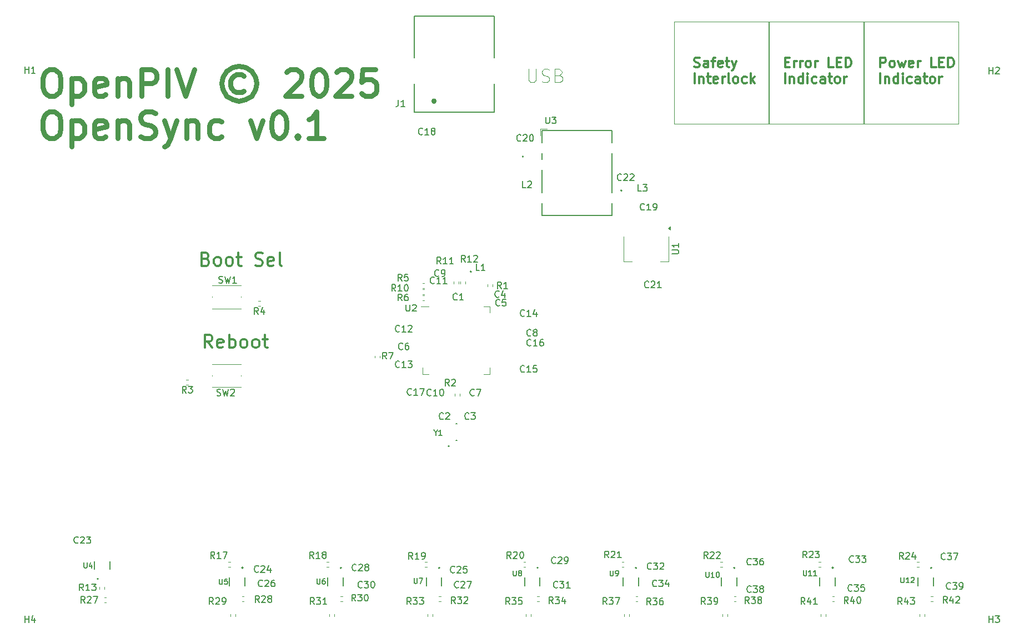
<source format=gbr>
%TF.GenerationSoftware,KiCad,Pcbnew,9.0.1*%
%TF.CreationDate,2025-12-24T17:34:11-06:00*%
%TF.ProjectId,opensync_prototype,6f70656e-7379-46e6-935f-70726f746f74,0.1*%
%TF.SameCoordinates,Original*%
%TF.FileFunction,Legend,Top*%
%TF.FilePolarity,Positive*%
%FSLAX46Y46*%
G04 Gerber Fmt 4.6, Leading zero omitted, Abs format (unit mm)*
G04 Created by KiCad (PCBNEW 9.0.1) date 2025-12-24 17:34:11*
%MOMM*%
%LPD*%
G01*
G04 APERTURE LIST*
%ADD10C,0.100000*%
%ADD11C,0.300000*%
%ADD12C,0.800000*%
%ADD13C,0.150000*%
%ADD14C,0.120000*%
%ADD15C,0.127000*%
%ADD16C,0.200000*%
%ADD17C,0.191421*%
%ADD18C,0.400000*%
G04 APERTURE END LIST*
D10*
X164200000Y-46050000D02*
X178600000Y-46050000D01*
X178600000Y-61600000D01*
X164200000Y-61600000D01*
X164200000Y-46050000D01*
X178700000Y-46050000D02*
X193100000Y-46050000D01*
X193100000Y-61600000D01*
X178700000Y-61600000D01*
X178700000Y-46050000D01*
X193200000Y-46050000D02*
X207600000Y-46050000D01*
X207600000Y-61600000D01*
X193200000Y-61600000D01*
X193200000Y-46050000D01*
D11*
X181154510Y-52200198D02*
X181654510Y-52200198D01*
X181868796Y-52985912D02*
X181154510Y-52985912D01*
X181154510Y-52985912D02*
X181154510Y-51485912D01*
X181154510Y-51485912D02*
X181868796Y-51485912D01*
X182511653Y-52985912D02*
X182511653Y-51985912D01*
X182511653Y-52271626D02*
X182583082Y-52128769D01*
X182583082Y-52128769D02*
X182654511Y-52057341D01*
X182654511Y-52057341D02*
X182797368Y-51985912D01*
X182797368Y-51985912D02*
X182940225Y-51985912D01*
X183440224Y-52985912D02*
X183440224Y-51985912D01*
X183440224Y-52271626D02*
X183511653Y-52128769D01*
X183511653Y-52128769D02*
X183583082Y-52057341D01*
X183583082Y-52057341D02*
X183725939Y-51985912D01*
X183725939Y-51985912D02*
X183868796Y-51985912D01*
X184583081Y-52985912D02*
X184440224Y-52914484D01*
X184440224Y-52914484D02*
X184368795Y-52843055D01*
X184368795Y-52843055D02*
X184297367Y-52700198D01*
X184297367Y-52700198D02*
X184297367Y-52271626D01*
X184297367Y-52271626D02*
X184368795Y-52128769D01*
X184368795Y-52128769D02*
X184440224Y-52057341D01*
X184440224Y-52057341D02*
X184583081Y-51985912D01*
X184583081Y-51985912D02*
X184797367Y-51985912D01*
X184797367Y-51985912D02*
X184940224Y-52057341D01*
X184940224Y-52057341D02*
X185011653Y-52128769D01*
X185011653Y-52128769D02*
X185083081Y-52271626D01*
X185083081Y-52271626D02*
X185083081Y-52700198D01*
X185083081Y-52700198D02*
X185011653Y-52843055D01*
X185011653Y-52843055D02*
X184940224Y-52914484D01*
X184940224Y-52914484D02*
X184797367Y-52985912D01*
X184797367Y-52985912D02*
X184583081Y-52985912D01*
X185725938Y-52985912D02*
X185725938Y-51985912D01*
X185725938Y-52271626D02*
X185797367Y-52128769D01*
X185797367Y-52128769D02*
X185868796Y-52057341D01*
X185868796Y-52057341D02*
X186011653Y-51985912D01*
X186011653Y-51985912D02*
X186154510Y-51985912D01*
X188511652Y-52985912D02*
X187797366Y-52985912D01*
X187797366Y-52985912D02*
X187797366Y-51485912D01*
X189011652Y-52200198D02*
X189511652Y-52200198D01*
X189725938Y-52985912D02*
X189011652Y-52985912D01*
X189011652Y-52985912D02*
X189011652Y-51485912D01*
X189011652Y-51485912D02*
X189725938Y-51485912D01*
X190368795Y-52985912D02*
X190368795Y-51485912D01*
X190368795Y-51485912D02*
X190725938Y-51485912D01*
X190725938Y-51485912D02*
X190940224Y-51557341D01*
X190940224Y-51557341D02*
X191083081Y-51700198D01*
X191083081Y-51700198D02*
X191154510Y-51843055D01*
X191154510Y-51843055D02*
X191225938Y-52128769D01*
X191225938Y-52128769D02*
X191225938Y-52343055D01*
X191225938Y-52343055D02*
X191154510Y-52628769D01*
X191154510Y-52628769D02*
X191083081Y-52771626D01*
X191083081Y-52771626D02*
X190940224Y-52914484D01*
X190940224Y-52914484D02*
X190725938Y-52985912D01*
X190725938Y-52985912D02*
X190368795Y-52985912D01*
X181154510Y-55400828D02*
X181154510Y-53900828D01*
X181868796Y-54400828D02*
X181868796Y-55400828D01*
X181868796Y-54543685D02*
X181940225Y-54472257D01*
X181940225Y-54472257D02*
X182083082Y-54400828D01*
X182083082Y-54400828D02*
X182297368Y-54400828D01*
X182297368Y-54400828D02*
X182440225Y-54472257D01*
X182440225Y-54472257D02*
X182511654Y-54615114D01*
X182511654Y-54615114D02*
X182511654Y-55400828D01*
X183868797Y-55400828D02*
X183868797Y-53900828D01*
X183868797Y-55329400D02*
X183725939Y-55400828D01*
X183725939Y-55400828D02*
X183440225Y-55400828D01*
X183440225Y-55400828D02*
X183297368Y-55329400D01*
X183297368Y-55329400D02*
X183225939Y-55257971D01*
X183225939Y-55257971D02*
X183154511Y-55115114D01*
X183154511Y-55115114D02*
X183154511Y-54686542D01*
X183154511Y-54686542D02*
X183225939Y-54543685D01*
X183225939Y-54543685D02*
X183297368Y-54472257D01*
X183297368Y-54472257D02*
X183440225Y-54400828D01*
X183440225Y-54400828D02*
X183725939Y-54400828D01*
X183725939Y-54400828D02*
X183868797Y-54472257D01*
X184583082Y-55400828D02*
X184583082Y-54400828D01*
X184583082Y-53900828D02*
X184511654Y-53972257D01*
X184511654Y-53972257D02*
X184583082Y-54043685D01*
X184583082Y-54043685D02*
X184654511Y-53972257D01*
X184654511Y-53972257D02*
X184583082Y-53900828D01*
X184583082Y-53900828D02*
X184583082Y-54043685D01*
X185940226Y-55329400D02*
X185797368Y-55400828D01*
X185797368Y-55400828D02*
X185511654Y-55400828D01*
X185511654Y-55400828D02*
X185368797Y-55329400D01*
X185368797Y-55329400D02*
X185297368Y-55257971D01*
X185297368Y-55257971D02*
X185225940Y-55115114D01*
X185225940Y-55115114D02*
X185225940Y-54686542D01*
X185225940Y-54686542D02*
X185297368Y-54543685D01*
X185297368Y-54543685D02*
X185368797Y-54472257D01*
X185368797Y-54472257D02*
X185511654Y-54400828D01*
X185511654Y-54400828D02*
X185797368Y-54400828D01*
X185797368Y-54400828D02*
X185940226Y-54472257D01*
X187225940Y-55400828D02*
X187225940Y-54615114D01*
X187225940Y-54615114D02*
X187154511Y-54472257D01*
X187154511Y-54472257D02*
X187011654Y-54400828D01*
X187011654Y-54400828D02*
X186725940Y-54400828D01*
X186725940Y-54400828D02*
X186583082Y-54472257D01*
X187225940Y-55329400D02*
X187083082Y-55400828D01*
X187083082Y-55400828D02*
X186725940Y-55400828D01*
X186725940Y-55400828D02*
X186583082Y-55329400D01*
X186583082Y-55329400D02*
X186511654Y-55186542D01*
X186511654Y-55186542D02*
X186511654Y-55043685D01*
X186511654Y-55043685D02*
X186583082Y-54900828D01*
X186583082Y-54900828D02*
X186725940Y-54829400D01*
X186725940Y-54829400D02*
X187083082Y-54829400D01*
X187083082Y-54829400D02*
X187225940Y-54757971D01*
X187725940Y-54400828D02*
X188297368Y-54400828D01*
X187940225Y-53900828D02*
X187940225Y-55186542D01*
X187940225Y-55186542D02*
X188011654Y-55329400D01*
X188011654Y-55329400D02*
X188154511Y-55400828D01*
X188154511Y-55400828D02*
X188297368Y-55400828D01*
X189011654Y-55400828D02*
X188868797Y-55329400D01*
X188868797Y-55329400D02*
X188797368Y-55257971D01*
X188797368Y-55257971D02*
X188725940Y-55115114D01*
X188725940Y-55115114D02*
X188725940Y-54686542D01*
X188725940Y-54686542D02*
X188797368Y-54543685D01*
X188797368Y-54543685D02*
X188868797Y-54472257D01*
X188868797Y-54472257D02*
X189011654Y-54400828D01*
X189011654Y-54400828D02*
X189225940Y-54400828D01*
X189225940Y-54400828D02*
X189368797Y-54472257D01*
X189368797Y-54472257D02*
X189440226Y-54543685D01*
X189440226Y-54543685D02*
X189511654Y-54686542D01*
X189511654Y-54686542D02*
X189511654Y-55115114D01*
X189511654Y-55115114D02*
X189440226Y-55257971D01*
X189440226Y-55257971D02*
X189368797Y-55329400D01*
X189368797Y-55329400D02*
X189225940Y-55400828D01*
X189225940Y-55400828D02*
X189011654Y-55400828D01*
X190154511Y-55400828D02*
X190154511Y-54400828D01*
X190154511Y-54686542D02*
X190225940Y-54543685D01*
X190225940Y-54543685D02*
X190297369Y-54472257D01*
X190297369Y-54472257D02*
X190440226Y-54400828D01*
X190440226Y-54400828D02*
X190583083Y-54400828D01*
D12*
X68940600Y-53329100D02*
X69702505Y-53329100D01*
X69702505Y-53329100D02*
X70083457Y-53519576D01*
X70083457Y-53519576D02*
X70464410Y-53900528D01*
X70464410Y-53900528D02*
X70654886Y-54662433D01*
X70654886Y-54662433D02*
X70654886Y-55995766D01*
X70654886Y-55995766D02*
X70464410Y-56757671D01*
X70464410Y-56757671D02*
X70083457Y-57138624D01*
X70083457Y-57138624D02*
X69702505Y-57329100D01*
X69702505Y-57329100D02*
X68940600Y-57329100D01*
X68940600Y-57329100D02*
X68559648Y-57138624D01*
X68559648Y-57138624D02*
X68178695Y-56757671D01*
X68178695Y-56757671D02*
X67988219Y-55995766D01*
X67988219Y-55995766D02*
X67988219Y-54662433D01*
X67988219Y-54662433D02*
X68178695Y-53900528D01*
X68178695Y-53900528D02*
X68559648Y-53519576D01*
X68559648Y-53519576D02*
X68940600Y-53329100D01*
X72369171Y-54662433D02*
X72369171Y-58662433D01*
X72369171Y-54852909D02*
X72750124Y-54662433D01*
X72750124Y-54662433D02*
X73512029Y-54662433D01*
X73512029Y-54662433D02*
X73892981Y-54852909D01*
X73892981Y-54852909D02*
X74083457Y-55043385D01*
X74083457Y-55043385D02*
X74273933Y-55424338D01*
X74273933Y-55424338D02*
X74273933Y-56567195D01*
X74273933Y-56567195D02*
X74083457Y-56948147D01*
X74083457Y-56948147D02*
X73892981Y-57138624D01*
X73892981Y-57138624D02*
X73512029Y-57329100D01*
X73512029Y-57329100D02*
X72750124Y-57329100D01*
X72750124Y-57329100D02*
X72369171Y-57138624D01*
X77512029Y-57138624D02*
X77131077Y-57329100D01*
X77131077Y-57329100D02*
X76369172Y-57329100D01*
X76369172Y-57329100D02*
X75988219Y-57138624D01*
X75988219Y-57138624D02*
X75797743Y-56757671D01*
X75797743Y-56757671D02*
X75797743Y-55233862D01*
X75797743Y-55233862D02*
X75988219Y-54852909D01*
X75988219Y-54852909D02*
X76369172Y-54662433D01*
X76369172Y-54662433D02*
X77131077Y-54662433D01*
X77131077Y-54662433D02*
X77512029Y-54852909D01*
X77512029Y-54852909D02*
X77702505Y-55233862D01*
X77702505Y-55233862D02*
X77702505Y-55614814D01*
X77702505Y-55614814D02*
X75797743Y-55995766D01*
X79416790Y-54662433D02*
X79416790Y-57329100D01*
X79416790Y-55043385D02*
X79607267Y-54852909D01*
X79607267Y-54852909D02*
X79988219Y-54662433D01*
X79988219Y-54662433D02*
X80559648Y-54662433D01*
X80559648Y-54662433D02*
X80940600Y-54852909D01*
X80940600Y-54852909D02*
X81131076Y-55233862D01*
X81131076Y-55233862D02*
X81131076Y-57329100D01*
X83035838Y-57329100D02*
X83035838Y-53329100D01*
X83035838Y-53329100D02*
X84559648Y-53329100D01*
X84559648Y-53329100D02*
X84940600Y-53519576D01*
X84940600Y-53519576D02*
X85131077Y-53710052D01*
X85131077Y-53710052D02*
X85321553Y-54091004D01*
X85321553Y-54091004D02*
X85321553Y-54662433D01*
X85321553Y-54662433D02*
X85131077Y-55043385D01*
X85131077Y-55043385D02*
X84940600Y-55233862D01*
X84940600Y-55233862D02*
X84559648Y-55424338D01*
X84559648Y-55424338D02*
X83035838Y-55424338D01*
X87035838Y-57329100D02*
X87035838Y-53329100D01*
X88369172Y-53329100D02*
X89702505Y-57329100D01*
X89702505Y-57329100D02*
X91035839Y-53329100D01*
X98654886Y-54281481D02*
X98273933Y-54091004D01*
X98273933Y-54091004D02*
X97512029Y-54091004D01*
X97512029Y-54091004D02*
X97131076Y-54281481D01*
X97131076Y-54281481D02*
X96750124Y-54662433D01*
X96750124Y-54662433D02*
X96559648Y-55043385D01*
X96559648Y-55043385D02*
X96559648Y-55805290D01*
X96559648Y-55805290D02*
X96750124Y-56186243D01*
X96750124Y-56186243D02*
X97131076Y-56567195D01*
X97131076Y-56567195D02*
X97512029Y-56757671D01*
X97512029Y-56757671D02*
X98273933Y-56757671D01*
X98273933Y-56757671D02*
X98654886Y-56567195D01*
X97892981Y-52757671D02*
X96940600Y-52948147D01*
X96940600Y-52948147D02*
X95988219Y-53519576D01*
X95988219Y-53519576D02*
X95416790Y-54471957D01*
X95416790Y-54471957D02*
X95226314Y-55424338D01*
X95226314Y-55424338D02*
X95416790Y-56376719D01*
X95416790Y-56376719D02*
X95988219Y-57329100D01*
X95988219Y-57329100D02*
X96940600Y-57900528D01*
X96940600Y-57900528D02*
X97892981Y-58091004D01*
X97892981Y-58091004D02*
X98845362Y-57900528D01*
X98845362Y-57900528D02*
X99797743Y-57329100D01*
X99797743Y-57329100D02*
X100369171Y-56376719D01*
X100369171Y-56376719D02*
X100559648Y-55424338D01*
X100559648Y-55424338D02*
X100369171Y-54471957D01*
X100369171Y-54471957D02*
X99797743Y-53519576D01*
X99797743Y-53519576D02*
X98845362Y-52948147D01*
X98845362Y-52948147D02*
X97892981Y-52757671D01*
X105131076Y-53710052D02*
X105321552Y-53519576D01*
X105321552Y-53519576D02*
X105702505Y-53329100D01*
X105702505Y-53329100D02*
X106654886Y-53329100D01*
X106654886Y-53329100D02*
X107035838Y-53519576D01*
X107035838Y-53519576D02*
X107226314Y-53710052D01*
X107226314Y-53710052D02*
X107416791Y-54091004D01*
X107416791Y-54091004D02*
X107416791Y-54471957D01*
X107416791Y-54471957D02*
X107226314Y-55043385D01*
X107226314Y-55043385D02*
X104940600Y-57329100D01*
X104940600Y-57329100D02*
X107416791Y-57329100D01*
X109892981Y-53329100D02*
X110273934Y-53329100D01*
X110273934Y-53329100D02*
X110654886Y-53519576D01*
X110654886Y-53519576D02*
X110845362Y-53710052D01*
X110845362Y-53710052D02*
X111035838Y-54091004D01*
X111035838Y-54091004D02*
X111226315Y-54852909D01*
X111226315Y-54852909D02*
X111226315Y-55805290D01*
X111226315Y-55805290D02*
X111035838Y-56567195D01*
X111035838Y-56567195D02*
X110845362Y-56948147D01*
X110845362Y-56948147D02*
X110654886Y-57138624D01*
X110654886Y-57138624D02*
X110273934Y-57329100D01*
X110273934Y-57329100D02*
X109892981Y-57329100D01*
X109892981Y-57329100D02*
X109512029Y-57138624D01*
X109512029Y-57138624D02*
X109321553Y-56948147D01*
X109321553Y-56948147D02*
X109131076Y-56567195D01*
X109131076Y-56567195D02*
X108940600Y-55805290D01*
X108940600Y-55805290D02*
X108940600Y-54852909D01*
X108940600Y-54852909D02*
X109131076Y-54091004D01*
X109131076Y-54091004D02*
X109321553Y-53710052D01*
X109321553Y-53710052D02*
X109512029Y-53519576D01*
X109512029Y-53519576D02*
X109892981Y-53329100D01*
X112750124Y-53710052D02*
X112940600Y-53519576D01*
X112940600Y-53519576D02*
X113321553Y-53329100D01*
X113321553Y-53329100D02*
X114273934Y-53329100D01*
X114273934Y-53329100D02*
X114654886Y-53519576D01*
X114654886Y-53519576D02*
X114845362Y-53710052D01*
X114845362Y-53710052D02*
X115035839Y-54091004D01*
X115035839Y-54091004D02*
X115035839Y-54471957D01*
X115035839Y-54471957D02*
X114845362Y-55043385D01*
X114845362Y-55043385D02*
X112559648Y-57329100D01*
X112559648Y-57329100D02*
X115035839Y-57329100D01*
X118654886Y-53329100D02*
X116750124Y-53329100D01*
X116750124Y-53329100D02*
X116559648Y-55233862D01*
X116559648Y-55233862D02*
X116750124Y-55043385D01*
X116750124Y-55043385D02*
X117131077Y-54852909D01*
X117131077Y-54852909D02*
X118083458Y-54852909D01*
X118083458Y-54852909D02*
X118464410Y-55043385D01*
X118464410Y-55043385D02*
X118654886Y-55233862D01*
X118654886Y-55233862D02*
X118845363Y-55614814D01*
X118845363Y-55614814D02*
X118845363Y-56567195D01*
X118845363Y-56567195D02*
X118654886Y-56948147D01*
X118654886Y-56948147D02*
X118464410Y-57138624D01*
X118464410Y-57138624D02*
X118083458Y-57329100D01*
X118083458Y-57329100D02*
X117131077Y-57329100D01*
X117131077Y-57329100D02*
X116750124Y-57138624D01*
X116750124Y-57138624D02*
X116559648Y-56948147D01*
X68940600Y-59768876D02*
X69702505Y-59768876D01*
X69702505Y-59768876D02*
X70083457Y-59959352D01*
X70083457Y-59959352D02*
X70464410Y-60340304D01*
X70464410Y-60340304D02*
X70654886Y-61102209D01*
X70654886Y-61102209D02*
X70654886Y-62435542D01*
X70654886Y-62435542D02*
X70464410Y-63197447D01*
X70464410Y-63197447D02*
X70083457Y-63578400D01*
X70083457Y-63578400D02*
X69702505Y-63768876D01*
X69702505Y-63768876D02*
X68940600Y-63768876D01*
X68940600Y-63768876D02*
X68559648Y-63578400D01*
X68559648Y-63578400D02*
X68178695Y-63197447D01*
X68178695Y-63197447D02*
X67988219Y-62435542D01*
X67988219Y-62435542D02*
X67988219Y-61102209D01*
X67988219Y-61102209D02*
X68178695Y-60340304D01*
X68178695Y-60340304D02*
X68559648Y-59959352D01*
X68559648Y-59959352D02*
X68940600Y-59768876D01*
X72369171Y-61102209D02*
X72369171Y-65102209D01*
X72369171Y-61292685D02*
X72750124Y-61102209D01*
X72750124Y-61102209D02*
X73512029Y-61102209D01*
X73512029Y-61102209D02*
X73892981Y-61292685D01*
X73892981Y-61292685D02*
X74083457Y-61483161D01*
X74083457Y-61483161D02*
X74273933Y-61864114D01*
X74273933Y-61864114D02*
X74273933Y-63006971D01*
X74273933Y-63006971D02*
X74083457Y-63387923D01*
X74083457Y-63387923D02*
X73892981Y-63578400D01*
X73892981Y-63578400D02*
X73512029Y-63768876D01*
X73512029Y-63768876D02*
X72750124Y-63768876D01*
X72750124Y-63768876D02*
X72369171Y-63578400D01*
X77512029Y-63578400D02*
X77131077Y-63768876D01*
X77131077Y-63768876D02*
X76369172Y-63768876D01*
X76369172Y-63768876D02*
X75988219Y-63578400D01*
X75988219Y-63578400D02*
X75797743Y-63197447D01*
X75797743Y-63197447D02*
X75797743Y-61673638D01*
X75797743Y-61673638D02*
X75988219Y-61292685D01*
X75988219Y-61292685D02*
X76369172Y-61102209D01*
X76369172Y-61102209D02*
X77131077Y-61102209D01*
X77131077Y-61102209D02*
X77512029Y-61292685D01*
X77512029Y-61292685D02*
X77702505Y-61673638D01*
X77702505Y-61673638D02*
X77702505Y-62054590D01*
X77702505Y-62054590D02*
X75797743Y-62435542D01*
X79416790Y-61102209D02*
X79416790Y-63768876D01*
X79416790Y-61483161D02*
X79607267Y-61292685D01*
X79607267Y-61292685D02*
X79988219Y-61102209D01*
X79988219Y-61102209D02*
X80559648Y-61102209D01*
X80559648Y-61102209D02*
X80940600Y-61292685D01*
X80940600Y-61292685D02*
X81131076Y-61673638D01*
X81131076Y-61673638D02*
X81131076Y-63768876D01*
X82845362Y-63578400D02*
X83416791Y-63768876D01*
X83416791Y-63768876D02*
X84369172Y-63768876D01*
X84369172Y-63768876D02*
X84750124Y-63578400D01*
X84750124Y-63578400D02*
X84940600Y-63387923D01*
X84940600Y-63387923D02*
X85131077Y-63006971D01*
X85131077Y-63006971D02*
X85131077Y-62626019D01*
X85131077Y-62626019D02*
X84940600Y-62245066D01*
X84940600Y-62245066D02*
X84750124Y-62054590D01*
X84750124Y-62054590D02*
X84369172Y-61864114D01*
X84369172Y-61864114D02*
X83607267Y-61673638D01*
X83607267Y-61673638D02*
X83226315Y-61483161D01*
X83226315Y-61483161D02*
X83035838Y-61292685D01*
X83035838Y-61292685D02*
X82845362Y-60911733D01*
X82845362Y-60911733D02*
X82845362Y-60530780D01*
X82845362Y-60530780D02*
X83035838Y-60149828D01*
X83035838Y-60149828D02*
X83226315Y-59959352D01*
X83226315Y-59959352D02*
X83607267Y-59768876D01*
X83607267Y-59768876D02*
X84559648Y-59768876D01*
X84559648Y-59768876D02*
X85131077Y-59959352D01*
X86464410Y-61102209D02*
X87416791Y-63768876D01*
X88369172Y-61102209D02*
X87416791Y-63768876D01*
X87416791Y-63768876D02*
X87035839Y-64721257D01*
X87035839Y-64721257D02*
X86845362Y-64911733D01*
X86845362Y-64911733D02*
X86464410Y-65102209D01*
X89892981Y-61102209D02*
X89892981Y-63768876D01*
X89892981Y-61483161D02*
X90083458Y-61292685D01*
X90083458Y-61292685D02*
X90464410Y-61102209D01*
X90464410Y-61102209D02*
X91035839Y-61102209D01*
X91035839Y-61102209D02*
X91416791Y-61292685D01*
X91416791Y-61292685D02*
X91607267Y-61673638D01*
X91607267Y-61673638D02*
X91607267Y-63768876D01*
X95226315Y-63578400D02*
X94845363Y-63768876D01*
X94845363Y-63768876D02*
X94083458Y-63768876D01*
X94083458Y-63768876D02*
X93702506Y-63578400D01*
X93702506Y-63578400D02*
X93512029Y-63387923D01*
X93512029Y-63387923D02*
X93321553Y-63006971D01*
X93321553Y-63006971D02*
X93321553Y-61864114D01*
X93321553Y-61864114D02*
X93512029Y-61483161D01*
X93512029Y-61483161D02*
X93702506Y-61292685D01*
X93702506Y-61292685D02*
X94083458Y-61102209D01*
X94083458Y-61102209D02*
X94845363Y-61102209D01*
X94845363Y-61102209D02*
X95226315Y-61292685D01*
X99607267Y-61102209D02*
X100559648Y-63768876D01*
X100559648Y-63768876D02*
X101512029Y-61102209D01*
X103797743Y-59768876D02*
X104178696Y-59768876D01*
X104178696Y-59768876D02*
X104559648Y-59959352D01*
X104559648Y-59959352D02*
X104750124Y-60149828D01*
X104750124Y-60149828D02*
X104940600Y-60530780D01*
X104940600Y-60530780D02*
X105131077Y-61292685D01*
X105131077Y-61292685D02*
X105131077Y-62245066D01*
X105131077Y-62245066D02*
X104940600Y-63006971D01*
X104940600Y-63006971D02*
X104750124Y-63387923D01*
X104750124Y-63387923D02*
X104559648Y-63578400D01*
X104559648Y-63578400D02*
X104178696Y-63768876D01*
X104178696Y-63768876D02*
X103797743Y-63768876D01*
X103797743Y-63768876D02*
X103416791Y-63578400D01*
X103416791Y-63578400D02*
X103226315Y-63387923D01*
X103226315Y-63387923D02*
X103035838Y-63006971D01*
X103035838Y-63006971D02*
X102845362Y-62245066D01*
X102845362Y-62245066D02*
X102845362Y-61292685D01*
X102845362Y-61292685D02*
X103035838Y-60530780D01*
X103035838Y-60530780D02*
X103226315Y-60149828D01*
X103226315Y-60149828D02*
X103416791Y-59959352D01*
X103416791Y-59959352D02*
X103797743Y-59768876D01*
X106845362Y-63387923D02*
X107035839Y-63578400D01*
X107035839Y-63578400D02*
X106845362Y-63768876D01*
X106845362Y-63768876D02*
X106654886Y-63578400D01*
X106654886Y-63578400D02*
X106845362Y-63387923D01*
X106845362Y-63387923D02*
X106845362Y-63768876D01*
X110845363Y-63768876D02*
X108559648Y-63768876D01*
X109702505Y-63768876D02*
X109702505Y-59768876D01*
X109702505Y-59768876D02*
X109321553Y-60340304D01*
X109321553Y-60340304D02*
X108940601Y-60721257D01*
X108940601Y-60721257D02*
X108559648Y-60911733D01*
D11*
X92840225Y-82192019D02*
X93125939Y-82287257D01*
X93125939Y-82287257D02*
X93221177Y-82382495D01*
X93221177Y-82382495D02*
X93316415Y-82572971D01*
X93316415Y-82572971D02*
X93316415Y-82858685D01*
X93316415Y-82858685D02*
X93221177Y-83049161D01*
X93221177Y-83049161D02*
X93125939Y-83144400D01*
X93125939Y-83144400D02*
X92935463Y-83239638D01*
X92935463Y-83239638D02*
X92173558Y-83239638D01*
X92173558Y-83239638D02*
X92173558Y-81239638D01*
X92173558Y-81239638D02*
X92840225Y-81239638D01*
X92840225Y-81239638D02*
X93030701Y-81334876D01*
X93030701Y-81334876D02*
X93125939Y-81430114D01*
X93125939Y-81430114D02*
X93221177Y-81620590D01*
X93221177Y-81620590D02*
X93221177Y-81811066D01*
X93221177Y-81811066D02*
X93125939Y-82001542D01*
X93125939Y-82001542D02*
X93030701Y-82096780D01*
X93030701Y-82096780D02*
X92840225Y-82192019D01*
X92840225Y-82192019D02*
X92173558Y-82192019D01*
X94459272Y-83239638D02*
X94268796Y-83144400D01*
X94268796Y-83144400D02*
X94173558Y-83049161D01*
X94173558Y-83049161D02*
X94078320Y-82858685D01*
X94078320Y-82858685D02*
X94078320Y-82287257D01*
X94078320Y-82287257D02*
X94173558Y-82096780D01*
X94173558Y-82096780D02*
X94268796Y-82001542D01*
X94268796Y-82001542D02*
X94459272Y-81906304D01*
X94459272Y-81906304D02*
X94744987Y-81906304D01*
X94744987Y-81906304D02*
X94935463Y-82001542D01*
X94935463Y-82001542D02*
X95030701Y-82096780D01*
X95030701Y-82096780D02*
X95125939Y-82287257D01*
X95125939Y-82287257D02*
X95125939Y-82858685D01*
X95125939Y-82858685D02*
X95030701Y-83049161D01*
X95030701Y-83049161D02*
X94935463Y-83144400D01*
X94935463Y-83144400D02*
X94744987Y-83239638D01*
X94744987Y-83239638D02*
X94459272Y-83239638D01*
X96268796Y-83239638D02*
X96078320Y-83144400D01*
X96078320Y-83144400D02*
X95983082Y-83049161D01*
X95983082Y-83049161D02*
X95887844Y-82858685D01*
X95887844Y-82858685D02*
X95887844Y-82287257D01*
X95887844Y-82287257D02*
X95983082Y-82096780D01*
X95983082Y-82096780D02*
X96078320Y-82001542D01*
X96078320Y-82001542D02*
X96268796Y-81906304D01*
X96268796Y-81906304D02*
X96554511Y-81906304D01*
X96554511Y-81906304D02*
X96744987Y-82001542D01*
X96744987Y-82001542D02*
X96840225Y-82096780D01*
X96840225Y-82096780D02*
X96935463Y-82287257D01*
X96935463Y-82287257D02*
X96935463Y-82858685D01*
X96935463Y-82858685D02*
X96840225Y-83049161D01*
X96840225Y-83049161D02*
X96744987Y-83144400D01*
X96744987Y-83144400D02*
X96554511Y-83239638D01*
X96554511Y-83239638D02*
X96268796Y-83239638D01*
X97506892Y-81906304D02*
X98268796Y-81906304D01*
X97792606Y-81239638D02*
X97792606Y-82953923D01*
X97792606Y-82953923D02*
X97887844Y-83144400D01*
X97887844Y-83144400D02*
X98078320Y-83239638D01*
X98078320Y-83239638D02*
X98268796Y-83239638D01*
X100364035Y-83144400D02*
X100649749Y-83239638D01*
X100649749Y-83239638D02*
X101125940Y-83239638D01*
X101125940Y-83239638D02*
X101316416Y-83144400D01*
X101316416Y-83144400D02*
X101411654Y-83049161D01*
X101411654Y-83049161D02*
X101506892Y-82858685D01*
X101506892Y-82858685D02*
X101506892Y-82668209D01*
X101506892Y-82668209D02*
X101411654Y-82477733D01*
X101411654Y-82477733D02*
X101316416Y-82382495D01*
X101316416Y-82382495D02*
X101125940Y-82287257D01*
X101125940Y-82287257D02*
X100744987Y-82192019D01*
X100744987Y-82192019D02*
X100554511Y-82096780D01*
X100554511Y-82096780D02*
X100459273Y-82001542D01*
X100459273Y-82001542D02*
X100364035Y-81811066D01*
X100364035Y-81811066D02*
X100364035Y-81620590D01*
X100364035Y-81620590D02*
X100459273Y-81430114D01*
X100459273Y-81430114D02*
X100554511Y-81334876D01*
X100554511Y-81334876D02*
X100744987Y-81239638D01*
X100744987Y-81239638D02*
X101221178Y-81239638D01*
X101221178Y-81239638D02*
X101506892Y-81334876D01*
X103125940Y-83144400D02*
X102935464Y-83239638D01*
X102935464Y-83239638D02*
X102554511Y-83239638D01*
X102554511Y-83239638D02*
X102364035Y-83144400D01*
X102364035Y-83144400D02*
X102268797Y-82953923D01*
X102268797Y-82953923D02*
X102268797Y-82192019D01*
X102268797Y-82192019D02*
X102364035Y-82001542D01*
X102364035Y-82001542D02*
X102554511Y-81906304D01*
X102554511Y-81906304D02*
X102935464Y-81906304D01*
X102935464Y-81906304D02*
X103125940Y-82001542D01*
X103125940Y-82001542D02*
X103221178Y-82192019D01*
X103221178Y-82192019D02*
X103221178Y-82382495D01*
X103221178Y-82382495D02*
X102268797Y-82572971D01*
X104364035Y-83239638D02*
X104173559Y-83144400D01*
X104173559Y-83144400D02*
X104078321Y-82953923D01*
X104078321Y-82953923D02*
X104078321Y-81239638D01*
X195654510Y-52985912D02*
X195654510Y-51485912D01*
X195654510Y-51485912D02*
X196225939Y-51485912D01*
X196225939Y-51485912D02*
X196368796Y-51557341D01*
X196368796Y-51557341D02*
X196440225Y-51628769D01*
X196440225Y-51628769D02*
X196511653Y-51771626D01*
X196511653Y-51771626D02*
X196511653Y-51985912D01*
X196511653Y-51985912D02*
X196440225Y-52128769D01*
X196440225Y-52128769D02*
X196368796Y-52200198D01*
X196368796Y-52200198D02*
X196225939Y-52271626D01*
X196225939Y-52271626D02*
X195654510Y-52271626D01*
X197368796Y-52985912D02*
X197225939Y-52914484D01*
X197225939Y-52914484D02*
X197154510Y-52843055D01*
X197154510Y-52843055D02*
X197083082Y-52700198D01*
X197083082Y-52700198D02*
X197083082Y-52271626D01*
X197083082Y-52271626D02*
X197154510Y-52128769D01*
X197154510Y-52128769D02*
X197225939Y-52057341D01*
X197225939Y-52057341D02*
X197368796Y-51985912D01*
X197368796Y-51985912D02*
X197583082Y-51985912D01*
X197583082Y-51985912D02*
X197725939Y-52057341D01*
X197725939Y-52057341D02*
X197797368Y-52128769D01*
X197797368Y-52128769D02*
X197868796Y-52271626D01*
X197868796Y-52271626D02*
X197868796Y-52700198D01*
X197868796Y-52700198D02*
X197797368Y-52843055D01*
X197797368Y-52843055D02*
X197725939Y-52914484D01*
X197725939Y-52914484D02*
X197583082Y-52985912D01*
X197583082Y-52985912D02*
X197368796Y-52985912D01*
X198368796Y-51985912D02*
X198654511Y-52985912D01*
X198654511Y-52985912D02*
X198940225Y-52271626D01*
X198940225Y-52271626D02*
X199225939Y-52985912D01*
X199225939Y-52985912D02*
X199511653Y-51985912D01*
X200654511Y-52914484D02*
X200511654Y-52985912D01*
X200511654Y-52985912D02*
X200225940Y-52985912D01*
X200225940Y-52985912D02*
X200083082Y-52914484D01*
X200083082Y-52914484D02*
X200011654Y-52771626D01*
X200011654Y-52771626D02*
X200011654Y-52200198D01*
X200011654Y-52200198D02*
X200083082Y-52057341D01*
X200083082Y-52057341D02*
X200225940Y-51985912D01*
X200225940Y-51985912D02*
X200511654Y-51985912D01*
X200511654Y-51985912D02*
X200654511Y-52057341D01*
X200654511Y-52057341D02*
X200725940Y-52200198D01*
X200725940Y-52200198D02*
X200725940Y-52343055D01*
X200725940Y-52343055D02*
X200011654Y-52485912D01*
X201368796Y-52985912D02*
X201368796Y-51985912D01*
X201368796Y-52271626D02*
X201440225Y-52128769D01*
X201440225Y-52128769D02*
X201511654Y-52057341D01*
X201511654Y-52057341D02*
X201654511Y-51985912D01*
X201654511Y-51985912D02*
X201797368Y-51985912D01*
X204154510Y-52985912D02*
X203440224Y-52985912D01*
X203440224Y-52985912D02*
X203440224Y-51485912D01*
X204654510Y-52200198D02*
X205154510Y-52200198D01*
X205368796Y-52985912D02*
X204654510Y-52985912D01*
X204654510Y-52985912D02*
X204654510Y-51485912D01*
X204654510Y-51485912D02*
X205368796Y-51485912D01*
X206011653Y-52985912D02*
X206011653Y-51485912D01*
X206011653Y-51485912D02*
X206368796Y-51485912D01*
X206368796Y-51485912D02*
X206583082Y-51557341D01*
X206583082Y-51557341D02*
X206725939Y-51700198D01*
X206725939Y-51700198D02*
X206797368Y-51843055D01*
X206797368Y-51843055D02*
X206868796Y-52128769D01*
X206868796Y-52128769D02*
X206868796Y-52343055D01*
X206868796Y-52343055D02*
X206797368Y-52628769D01*
X206797368Y-52628769D02*
X206725939Y-52771626D01*
X206725939Y-52771626D02*
X206583082Y-52914484D01*
X206583082Y-52914484D02*
X206368796Y-52985912D01*
X206368796Y-52985912D02*
X206011653Y-52985912D01*
X195654510Y-55400828D02*
X195654510Y-53900828D01*
X196368796Y-54400828D02*
X196368796Y-55400828D01*
X196368796Y-54543685D02*
X196440225Y-54472257D01*
X196440225Y-54472257D02*
X196583082Y-54400828D01*
X196583082Y-54400828D02*
X196797368Y-54400828D01*
X196797368Y-54400828D02*
X196940225Y-54472257D01*
X196940225Y-54472257D02*
X197011654Y-54615114D01*
X197011654Y-54615114D02*
X197011654Y-55400828D01*
X198368797Y-55400828D02*
X198368797Y-53900828D01*
X198368797Y-55329400D02*
X198225939Y-55400828D01*
X198225939Y-55400828D02*
X197940225Y-55400828D01*
X197940225Y-55400828D02*
X197797368Y-55329400D01*
X197797368Y-55329400D02*
X197725939Y-55257971D01*
X197725939Y-55257971D02*
X197654511Y-55115114D01*
X197654511Y-55115114D02*
X197654511Y-54686542D01*
X197654511Y-54686542D02*
X197725939Y-54543685D01*
X197725939Y-54543685D02*
X197797368Y-54472257D01*
X197797368Y-54472257D02*
X197940225Y-54400828D01*
X197940225Y-54400828D02*
X198225939Y-54400828D01*
X198225939Y-54400828D02*
X198368797Y-54472257D01*
X199083082Y-55400828D02*
X199083082Y-54400828D01*
X199083082Y-53900828D02*
X199011654Y-53972257D01*
X199011654Y-53972257D02*
X199083082Y-54043685D01*
X199083082Y-54043685D02*
X199154511Y-53972257D01*
X199154511Y-53972257D02*
X199083082Y-53900828D01*
X199083082Y-53900828D02*
X199083082Y-54043685D01*
X200440226Y-55329400D02*
X200297368Y-55400828D01*
X200297368Y-55400828D02*
X200011654Y-55400828D01*
X200011654Y-55400828D02*
X199868797Y-55329400D01*
X199868797Y-55329400D02*
X199797368Y-55257971D01*
X199797368Y-55257971D02*
X199725940Y-55115114D01*
X199725940Y-55115114D02*
X199725940Y-54686542D01*
X199725940Y-54686542D02*
X199797368Y-54543685D01*
X199797368Y-54543685D02*
X199868797Y-54472257D01*
X199868797Y-54472257D02*
X200011654Y-54400828D01*
X200011654Y-54400828D02*
X200297368Y-54400828D01*
X200297368Y-54400828D02*
X200440226Y-54472257D01*
X201725940Y-55400828D02*
X201725940Y-54615114D01*
X201725940Y-54615114D02*
X201654511Y-54472257D01*
X201654511Y-54472257D02*
X201511654Y-54400828D01*
X201511654Y-54400828D02*
X201225940Y-54400828D01*
X201225940Y-54400828D02*
X201083082Y-54472257D01*
X201725940Y-55329400D02*
X201583082Y-55400828D01*
X201583082Y-55400828D02*
X201225940Y-55400828D01*
X201225940Y-55400828D02*
X201083082Y-55329400D01*
X201083082Y-55329400D02*
X201011654Y-55186542D01*
X201011654Y-55186542D02*
X201011654Y-55043685D01*
X201011654Y-55043685D02*
X201083082Y-54900828D01*
X201083082Y-54900828D02*
X201225940Y-54829400D01*
X201225940Y-54829400D02*
X201583082Y-54829400D01*
X201583082Y-54829400D02*
X201725940Y-54757971D01*
X202225940Y-54400828D02*
X202797368Y-54400828D01*
X202440225Y-53900828D02*
X202440225Y-55186542D01*
X202440225Y-55186542D02*
X202511654Y-55329400D01*
X202511654Y-55329400D02*
X202654511Y-55400828D01*
X202654511Y-55400828D02*
X202797368Y-55400828D01*
X203511654Y-55400828D02*
X203368797Y-55329400D01*
X203368797Y-55329400D02*
X203297368Y-55257971D01*
X203297368Y-55257971D02*
X203225940Y-55115114D01*
X203225940Y-55115114D02*
X203225940Y-54686542D01*
X203225940Y-54686542D02*
X203297368Y-54543685D01*
X203297368Y-54543685D02*
X203368797Y-54472257D01*
X203368797Y-54472257D02*
X203511654Y-54400828D01*
X203511654Y-54400828D02*
X203725940Y-54400828D01*
X203725940Y-54400828D02*
X203868797Y-54472257D01*
X203868797Y-54472257D02*
X203940226Y-54543685D01*
X203940226Y-54543685D02*
X204011654Y-54686542D01*
X204011654Y-54686542D02*
X204011654Y-55115114D01*
X204011654Y-55115114D02*
X203940226Y-55257971D01*
X203940226Y-55257971D02*
X203868797Y-55329400D01*
X203868797Y-55329400D02*
X203725940Y-55400828D01*
X203725940Y-55400828D02*
X203511654Y-55400828D01*
X204654511Y-55400828D02*
X204654511Y-54400828D01*
X204654511Y-54686542D02*
X204725940Y-54543685D01*
X204725940Y-54543685D02*
X204797369Y-54472257D01*
X204797369Y-54472257D02*
X204940226Y-54400828D01*
X204940226Y-54400828D02*
X205083083Y-54400828D01*
X93816415Y-95739638D02*
X93149748Y-94787257D01*
X92673558Y-95739638D02*
X92673558Y-93739638D01*
X92673558Y-93739638D02*
X93435463Y-93739638D01*
X93435463Y-93739638D02*
X93625939Y-93834876D01*
X93625939Y-93834876D02*
X93721177Y-93930114D01*
X93721177Y-93930114D02*
X93816415Y-94120590D01*
X93816415Y-94120590D02*
X93816415Y-94406304D01*
X93816415Y-94406304D02*
X93721177Y-94596780D01*
X93721177Y-94596780D02*
X93625939Y-94692019D01*
X93625939Y-94692019D02*
X93435463Y-94787257D01*
X93435463Y-94787257D02*
X92673558Y-94787257D01*
X95435463Y-95644400D02*
X95244987Y-95739638D01*
X95244987Y-95739638D02*
X94864034Y-95739638D01*
X94864034Y-95739638D02*
X94673558Y-95644400D01*
X94673558Y-95644400D02*
X94578320Y-95453923D01*
X94578320Y-95453923D02*
X94578320Y-94692019D01*
X94578320Y-94692019D02*
X94673558Y-94501542D01*
X94673558Y-94501542D02*
X94864034Y-94406304D01*
X94864034Y-94406304D02*
X95244987Y-94406304D01*
X95244987Y-94406304D02*
X95435463Y-94501542D01*
X95435463Y-94501542D02*
X95530701Y-94692019D01*
X95530701Y-94692019D02*
X95530701Y-94882495D01*
X95530701Y-94882495D02*
X94578320Y-95072971D01*
X96387844Y-95739638D02*
X96387844Y-93739638D01*
X96387844Y-94501542D02*
X96578320Y-94406304D01*
X96578320Y-94406304D02*
X96959273Y-94406304D01*
X96959273Y-94406304D02*
X97149749Y-94501542D01*
X97149749Y-94501542D02*
X97244987Y-94596780D01*
X97244987Y-94596780D02*
X97340225Y-94787257D01*
X97340225Y-94787257D02*
X97340225Y-95358685D01*
X97340225Y-95358685D02*
X97244987Y-95549161D01*
X97244987Y-95549161D02*
X97149749Y-95644400D01*
X97149749Y-95644400D02*
X96959273Y-95739638D01*
X96959273Y-95739638D02*
X96578320Y-95739638D01*
X96578320Y-95739638D02*
X96387844Y-95644400D01*
X98483082Y-95739638D02*
X98292606Y-95644400D01*
X98292606Y-95644400D02*
X98197368Y-95549161D01*
X98197368Y-95549161D02*
X98102130Y-95358685D01*
X98102130Y-95358685D02*
X98102130Y-94787257D01*
X98102130Y-94787257D02*
X98197368Y-94596780D01*
X98197368Y-94596780D02*
X98292606Y-94501542D01*
X98292606Y-94501542D02*
X98483082Y-94406304D01*
X98483082Y-94406304D02*
X98768797Y-94406304D01*
X98768797Y-94406304D02*
X98959273Y-94501542D01*
X98959273Y-94501542D02*
X99054511Y-94596780D01*
X99054511Y-94596780D02*
X99149749Y-94787257D01*
X99149749Y-94787257D02*
X99149749Y-95358685D01*
X99149749Y-95358685D02*
X99054511Y-95549161D01*
X99054511Y-95549161D02*
X98959273Y-95644400D01*
X98959273Y-95644400D02*
X98768797Y-95739638D01*
X98768797Y-95739638D02*
X98483082Y-95739638D01*
X100292606Y-95739638D02*
X100102130Y-95644400D01*
X100102130Y-95644400D02*
X100006892Y-95549161D01*
X100006892Y-95549161D02*
X99911654Y-95358685D01*
X99911654Y-95358685D02*
X99911654Y-94787257D01*
X99911654Y-94787257D02*
X100006892Y-94596780D01*
X100006892Y-94596780D02*
X100102130Y-94501542D01*
X100102130Y-94501542D02*
X100292606Y-94406304D01*
X100292606Y-94406304D02*
X100578321Y-94406304D01*
X100578321Y-94406304D02*
X100768797Y-94501542D01*
X100768797Y-94501542D02*
X100864035Y-94596780D01*
X100864035Y-94596780D02*
X100959273Y-94787257D01*
X100959273Y-94787257D02*
X100959273Y-95358685D01*
X100959273Y-95358685D02*
X100864035Y-95549161D01*
X100864035Y-95549161D02*
X100768797Y-95644400D01*
X100768797Y-95644400D02*
X100578321Y-95739638D01*
X100578321Y-95739638D02*
X100292606Y-95739638D01*
X101530702Y-94406304D02*
X102292606Y-94406304D01*
X101816416Y-93739638D02*
X101816416Y-95453923D01*
X101816416Y-95453923D02*
X101911654Y-95644400D01*
X101911654Y-95644400D02*
X102102130Y-95739638D01*
X102102130Y-95739638D02*
X102292606Y-95739638D01*
X167283082Y-52914484D02*
X167497368Y-52985912D01*
X167497368Y-52985912D02*
X167854510Y-52985912D01*
X167854510Y-52985912D02*
X167997368Y-52914484D01*
X167997368Y-52914484D02*
X168068796Y-52843055D01*
X168068796Y-52843055D02*
X168140225Y-52700198D01*
X168140225Y-52700198D02*
X168140225Y-52557341D01*
X168140225Y-52557341D02*
X168068796Y-52414484D01*
X168068796Y-52414484D02*
X167997368Y-52343055D01*
X167997368Y-52343055D02*
X167854510Y-52271626D01*
X167854510Y-52271626D02*
X167568796Y-52200198D01*
X167568796Y-52200198D02*
X167425939Y-52128769D01*
X167425939Y-52128769D02*
X167354510Y-52057341D01*
X167354510Y-52057341D02*
X167283082Y-51914484D01*
X167283082Y-51914484D02*
X167283082Y-51771626D01*
X167283082Y-51771626D02*
X167354510Y-51628769D01*
X167354510Y-51628769D02*
X167425939Y-51557341D01*
X167425939Y-51557341D02*
X167568796Y-51485912D01*
X167568796Y-51485912D02*
X167925939Y-51485912D01*
X167925939Y-51485912D02*
X168140225Y-51557341D01*
X169425939Y-52985912D02*
X169425939Y-52200198D01*
X169425939Y-52200198D02*
X169354510Y-52057341D01*
X169354510Y-52057341D02*
X169211653Y-51985912D01*
X169211653Y-51985912D02*
X168925939Y-51985912D01*
X168925939Y-51985912D02*
X168783081Y-52057341D01*
X169425939Y-52914484D02*
X169283081Y-52985912D01*
X169283081Y-52985912D02*
X168925939Y-52985912D01*
X168925939Y-52985912D02*
X168783081Y-52914484D01*
X168783081Y-52914484D02*
X168711653Y-52771626D01*
X168711653Y-52771626D02*
X168711653Y-52628769D01*
X168711653Y-52628769D02*
X168783081Y-52485912D01*
X168783081Y-52485912D02*
X168925939Y-52414484D01*
X168925939Y-52414484D02*
X169283081Y-52414484D01*
X169283081Y-52414484D02*
X169425939Y-52343055D01*
X169925939Y-51985912D02*
X170497367Y-51985912D01*
X170140224Y-52985912D02*
X170140224Y-51700198D01*
X170140224Y-51700198D02*
X170211653Y-51557341D01*
X170211653Y-51557341D02*
X170354510Y-51485912D01*
X170354510Y-51485912D02*
X170497367Y-51485912D01*
X171568796Y-52914484D02*
X171425939Y-52985912D01*
X171425939Y-52985912D02*
X171140225Y-52985912D01*
X171140225Y-52985912D02*
X170997367Y-52914484D01*
X170997367Y-52914484D02*
X170925939Y-52771626D01*
X170925939Y-52771626D02*
X170925939Y-52200198D01*
X170925939Y-52200198D02*
X170997367Y-52057341D01*
X170997367Y-52057341D02*
X171140225Y-51985912D01*
X171140225Y-51985912D02*
X171425939Y-51985912D01*
X171425939Y-51985912D02*
X171568796Y-52057341D01*
X171568796Y-52057341D02*
X171640225Y-52200198D01*
X171640225Y-52200198D02*
X171640225Y-52343055D01*
X171640225Y-52343055D02*
X170925939Y-52485912D01*
X172068796Y-51985912D02*
X172640224Y-51985912D01*
X172283081Y-51485912D02*
X172283081Y-52771626D01*
X172283081Y-52771626D02*
X172354510Y-52914484D01*
X172354510Y-52914484D02*
X172497367Y-52985912D01*
X172497367Y-52985912D02*
X172640224Y-52985912D01*
X172997367Y-51985912D02*
X173354510Y-52985912D01*
X173711653Y-51985912D02*
X173354510Y-52985912D01*
X173354510Y-52985912D02*
X173211653Y-53343055D01*
X173211653Y-53343055D02*
X173140224Y-53414484D01*
X173140224Y-53414484D02*
X172997367Y-53485912D01*
X167354510Y-55400828D02*
X167354510Y-53900828D01*
X168068796Y-54400828D02*
X168068796Y-55400828D01*
X168068796Y-54543685D02*
X168140225Y-54472257D01*
X168140225Y-54472257D02*
X168283082Y-54400828D01*
X168283082Y-54400828D02*
X168497368Y-54400828D01*
X168497368Y-54400828D02*
X168640225Y-54472257D01*
X168640225Y-54472257D02*
X168711654Y-54615114D01*
X168711654Y-54615114D02*
X168711654Y-55400828D01*
X169211654Y-54400828D02*
X169783082Y-54400828D01*
X169425939Y-53900828D02*
X169425939Y-55186542D01*
X169425939Y-55186542D02*
X169497368Y-55329400D01*
X169497368Y-55329400D02*
X169640225Y-55400828D01*
X169640225Y-55400828D02*
X169783082Y-55400828D01*
X170854511Y-55329400D02*
X170711654Y-55400828D01*
X170711654Y-55400828D02*
X170425940Y-55400828D01*
X170425940Y-55400828D02*
X170283082Y-55329400D01*
X170283082Y-55329400D02*
X170211654Y-55186542D01*
X170211654Y-55186542D02*
X170211654Y-54615114D01*
X170211654Y-54615114D02*
X170283082Y-54472257D01*
X170283082Y-54472257D02*
X170425940Y-54400828D01*
X170425940Y-54400828D02*
X170711654Y-54400828D01*
X170711654Y-54400828D02*
X170854511Y-54472257D01*
X170854511Y-54472257D02*
X170925940Y-54615114D01*
X170925940Y-54615114D02*
X170925940Y-54757971D01*
X170925940Y-54757971D02*
X170211654Y-54900828D01*
X171568796Y-55400828D02*
X171568796Y-54400828D01*
X171568796Y-54686542D02*
X171640225Y-54543685D01*
X171640225Y-54543685D02*
X171711654Y-54472257D01*
X171711654Y-54472257D02*
X171854511Y-54400828D01*
X171854511Y-54400828D02*
X171997368Y-54400828D01*
X172711653Y-55400828D02*
X172568796Y-55329400D01*
X172568796Y-55329400D02*
X172497367Y-55186542D01*
X172497367Y-55186542D02*
X172497367Y-53900828D01*
X173497367Y-55400828D02*
X173354510Y-55329400D01*
X173354510Y-55329400D02*
X173283081Y-55257971D01*
X173283081Y-55257971D02*
X173211653Y-55115114D01*
X173211653Y-55115114D02*
X173211653Y-54686542D01*
X173211653Y-54686542D02*
X173283081Y-54543685D01*
X173283081Y-54543685D02*
X173354510Y-54472257D01*
X173354510Y-54472257D02*
X173497367Y-54400828D01*
X173497367Y-54400828D02*
X173711653Y-54400828D01*
X173711653Y-54400828D02*
X173854510Y-54472257D01*
X173854510Y-54472257D02*
X173925939Y-54543685D01*
X173925939Y-54543685D02*
X173997367Y-54686542D01*
X173997367Y-54686542D02*
X173997367Y-55115114D01*
X173997367Y-55115114D02*
X173925939Y-55257971D01*
X173925939Y-55257971D02*
X173854510Y-55329400D01*
X173854510Y-55329400D02*
X173711653Y-55400828D01*
X173711653Y-55400828D02*
X173497367Y-55400828D01*
X175283082Y-55329400D02*
X175140224Y-55400828D01*
X175140224Y-55400828D02*
X174854510Y-55400828D01*
X174854510Y-55400828D02*
X174711653Y-55329400D01*
X174711653Y-55329400D02*
X174640224Y-55257971D01*
X174640224Y-55257971D02*
X174568796Y-55115114D01*
X174568796Y-55115114D02*
X174568796Y-54686542D01*
X174568796Y-54686542D02*
X174640224Y-54543685D01*
X174640224Y-54543685D02*
X174711653Y-54472257D01*
X174711653Y-54472257D02*
X174854510Y-54400828D01*
X174854510Y-54400828D02*
X175140224Y-54400828D01*
X175140224Y-54400828D02*
X175283082Y-54472257D01*
X175925938Y-55400828D02*
X175925938Y-53900828D01*
X176068796Y-54829400D02*
X176497367Y-55400828D01*
X176497367Y-54400828D02*
X175925938Y-54972257D01*
D10*
X142041979Y-53250038D02*
X142041979Y-54869085D01*
X142041979Y-54869085D02*
X142137217Y-55059561D01*
X142137217Y-55059561D02*
X142232455Y-55154800D01*
X142232455Y-55154800D02*
X142422931Y-55250038D01*
X142422931Y-55250038D02*
X142803884Y-55250038D01*
X142803884Y-55250038D02*
X142994360Y-55154800D01*
X142994360Y-55154800D02*
X143089598Y-55059561D01*
X143089598Y-55059561D02*
X143184836Y-54869085D01*
X143184836Y-54869085D02*
X143184836Y-53250038D01*
X144041979Y-55154800D02*
X144327693Y-55250038D01*
X144327693Y-55250038D02*
X144803884Y-55250038D01*
X144803884Y-55250038D02*
X144994360Y-55154800D01*
X144994360Y-55154800D02*
X145089598Y-55059561D01*
X145089598Y-55059561D02*
X145184836Y-54869085D01*
X145184836Y-54869085D02*
X145184836Y-54678609D01*
X145184836Y-54678609D02*
X145089598Y-54488133D01*
X145089598Y-54488133D02*
X144994360Y-54392895D01*
X144994360Y-54392895D02*
X144803884Y-54297657D01*
X144803884Y-54297657D02*
X144422931Y-54202419D01*
X144422931Y-54202419D02*
X144232455Y-54107180D01*
X144232455Y-54107180D02*
X144137217Y-54011942D01*
X144137217Y-54011942D02*
X144041979Y-53821466D01*
X144041979Y-53821466D02*
X144041979Y-53630990D01*
X144041979Y-53630990D02*
X144137217Y-53440514D01*
X144137217Y-53440514D02*
X144232455Y-53345276D01*
X144232455Y-53345276D02*
X144422931Y-53250038D01*
X144422931Y-53250038D02*
X144899122Y-53250038D01*
X144899122Y-53250038D02*
X145184836Y-53345276D01*
X146708646Y-54202419D02*
X146994360Y-54297657D01*
X146994360Y-54297657D02*
X147089598Y-54392895D01*
X147089598Y-54392895D02*
X147184836Y-54583371D01*
X147184836Y-54583371D02*
X147184836Y-54869085D01*
X147184836Y-54869085D02*
X147089598Y-55059561D01*
X147089598Y-55059561D02*
X146994360Y-55154800D01*
X146994360Y-55154800D02*
X146803884Y-55250038D01*
X146803884Y-55250038D02*
X146041979Y-55250038D01*
X146041979Y-55250038D02*
X146041979Y-53250038D01*
X146041979Y-53250038D02*
X146708646Y-53250038D01*
X146708646Y-53250038D02*
X146899122Y-53345276D01*
X146899122Y-53345276D02*
X146994360Y-53440514D01*
X146994360Y-53440514D02*
X147089598Y-53630990D01*
X147089598Y-53630990D02*
X147089598Y-53821466D01*
X147089598Y-53821466D02*
X146994360Y-54011942D01*
X146994360Y-54011942D02*
X146899122Y-54107180D01*
X146899122Y-54107180D02*
X146708646Y-54202419D01*
X146708646Y-54202419D02*
X146041979Y-54202419D01*
D13*
X205857142Y-134654819D02*
X205523809Y-134178628D01*
X205285714Y-134654819D02*
X205285714Y-133654819D01*
X205285714Y-133654819D02*
X205666666Y-133654819D01*
X205666666Y-133654819D02*
X205761904Y-133702438D01*
X205761904Y-133702438D02*
X205809523Y-133750057D01*
X205809523Y-133750057D02*
X205857142Y-133845295D01*
X205857142Y-133845295D02*
X205857142Y-133988152D01*
X205857142Y-133988152D02*
X205809523Y-134083390D01*
X205809523Y-134083390D02*
X205761904Y-134131009D01*
X205761904Y-134131009D02*
X205666666Y-134178628D01*
X205666666Y-134178628D02*
X205285714Y-134178628D01*
X206714285Y-133988152D02*
X206714285Y-134654819D01*
X206476190Y-133607200D02*
X206238095Y-134321485D01*
X206238095Y-134321485D02*
X206857142Y-134321485D01*
X207190476Y-133750057D02*
X207238095Y-133702438D01*
X207238095Y-133702438D02*
X207333333Y-133654819D01*
X207333333Y-133654819D02*
X207571428Y-133654819D01*
X207571428Y-133654819D02*
X207666666Y-133702438D01*
X207666666Y-133702438D02*
X207714285Y-133750057D01*
X207714285Y-133750057D02*
X207761904Y-133845295D01*
X207761904Y-133845295D02*
X207761904Y-133940533D01*
X207761904Y-133940533D02*
X207714285Y-134083390D01*
X207714285Y-134083390D02*
X207142857Y-134654819D01*
X207142857Y-134654819D02*
X207761904Y-134654819D01*
X130857142Y-134724819D02*
X130523809Y-134248628D01*
X130285714Y-134724819D02*
X130285714Y-133724819D01*
X130285714Y-133724819D02*
X130666666Y-133724819D01*
X130666666Y-133724819D02*
X130761904Y-133772438D01*
X130761904Y-133772438D02*
X130809523Y-133820057D01*
X130809523Y-133820057D02*
X130857142Y-133915295D01*
X130857142Y-133915295D02*
X130857142Y-134058152D01*
X130857142Y-134058152D02*
X130809523Y-134153390D01*
X130809523Y-134153390D02*
X130761904Y-134201009D01*
X130761904Y-134201009D02*
X130666666Y-134248628D01*
X130666666Y-134248628D02*
X130285714Y-134248628D01*
X131190476Y-133724819D02*
X131809523Y-133724819D01*
X131809523Y-133724819D02*
X131476190Y-134105771D01*
X131476190Y-134105771D02*
X131619047Y-134105771D01*
X131619047Y-134105771D02*
X131714285Y-134153390D01*
X131714285Y-134153390D02*
X131761904Y-134201009D01*
X131761904Y-134201009D02*
X131809523Y-134296247D01*
X131809523Y-134296247D02*
X131809523Y-134534342D01*
X131809523Y-134534342D02*
X131761904Y-134629580D01*
X131761904Y-134629580D02*
X131714285Y-134677200D01*
X131714285Y-134677200D02*
X131619047Y-134724819D01*
X131619047Y-134724819D02*
X131333333Y-134724819D01*
X131333333Y-134724819D02*
X131238095Y-134677200D01*
X131238095Y-134677200D02*
X131190476Y-134629580D01*
X132190476Y-133820057D02*
X132238095Y-133772438D01*
X132238095Y-133772438D02*
X132333333Y-133724819D01*
X132333333Y-133724819D02*
X132571428Y-133724819D01*
X132571428Y-133724819D02*
X132666666Y-133772438D01*
X132666666Y-133772438D02*
X132714285Y-133820057D01*
X132714285Y-133820057D02*
X132761904Y-133915295D01*
X132761904Y-133915295D02*
X132761904Y-134010533D01*
X132761904Y-134010533D02*
X132714285Y-134153390D01*
X132714285Y-134153390D02*
X132142857Y-134724819D01*
X132142857Y-134724819D02*
X132761904Y-134724819D01*
X160757142Y-129444580D02*
X160709523Y-129492200D01*
X160709523Y-129492200D02*
X160566666Y-129539819D01*
X160566666Y-129539819D02*
X160471428Y-129539819D01*
X160471428Y-129539819D02*
X160328571Y-129492200D01*
X160328571Y-129492200D02*
X160233333Y-129396961D01*
X160233333Y-129396961D02*
X160185714Y-129301723D01*
X160185714Y-129301723D02*
X160138095Y-129111247D01*
X160138095Y-129111247D02*
X160138095Y-128968390D01*
X160138095Y-128968390D02*
X160185714Y-128777914D01*
X160185714Y-128777914D02*
X160233333Y-128682676D01*
X160233333Y-128682676D02*
X160328571Y-128587438D01*
X160328571Y-128587438D02*
X160471428Y-128539819D01*
X160471428Y-128539819D02*
X160566666Y-128539819D01*
X160566666Y-128539819D02*
X160709523Y-128587438D01*
X160709523Y-128587438D02*
X160757142Y-128635057D01*
X161090476Y-128539819D02*
X161709523Y-128539819D01*
X161709523Y-128539819D02*
X161376190Y-128920771D01*
X161376190Y-128920771D02*
X161519047Y-128920771D01*
X161519047Y-128920771D02*
X161614285Y-128968390D01*
X161614285Y-128968390D02*
X161661904Y-129016009D01*
X161661904Y-129016009D02*
X161709523Y-129111247D01*
X161709523Y-129111247D02*
X161709523Y-129349342D01*
X161709523Y-129349342D02*
X161661904Y-129444580D01*
X161661904Y-129444580D02*
X161614285Y-129492200D01*
X161614285Y-129492200D02*
X161519047Y-129539819D01*
X161519047Y-129539819D02*
X161233333Y-129539819D01*
X161233333Y-129539819D02*
X161138095Y-129492200D01*
X161138095Y-129492200D02*
X161090476Y-129444580D01*
X162090476Y-128635057D02*
X162138095Y-128587438D01*
X162138095Y-128587438D02*
X162233333Y-128539819D01*
X162233333Y-128539819D02*
X162471428Y-128539819D01*
X162471428Y-128539819D02*
X162566666Y-128587438D01*
X162566666Y-128587438D02*
X162614285Y-128635057D01*
X162614285Y-128635057D02*
X162661904Y-128730295D01*
X162661904Y-128730295D02*
X162661904Y-128825533D01*
X162661904Y-128825533D02*
X162614285Y-128968390D01*
X162614285Y-128968390D02*
X162042857Y-129539819D01*
X162042857Y-129539819D02*
X162661904Y-129539819D01*
X94157142Y-127854819D02*
X93823809Y-127378628D01*
X93585714Y-127854819D02*
X93585714Y-126854819D01*
X93585714Y-126854819D02*
X93966666Y-126854819D01*
X93966666Y-126854819D02*
X94061904Y-126902438D01*
X94061904Y-126902438D02*
X94109523Y-126950057D01*
X94109523Y-126950057D02*
X94157142Y-127045295D01*
X94157142Y-127045295D02*
X94157142Y-127188152D01*
X94157142Y-127188152D02*
X94109523Y-127283390D01*
X94109523Y-127283390D02*
X94061904Y-127331009D01*
X94061904Y-127331009D02*
X93966666Y-127378628D01*
X93966666Y-127378628D02*
X93585714Y-127378628D01*
X95109523Y-127854819D02*
X94538095Y-127854819D01*
X94823809Y-127854819D02*
X94823809Y-126854819D01*
X94823809Y-126854819D02*
X94728571Y-126997676D01*
X94728571Y-126997676D02*
X94633333Y-127092914D01*
X94633333Y-127092914D02*
X94538095Y-127140533D01*
X95442857Y-126854819D02*
X96109523Y-126854819D01*
X96109523Y-126854819D02*
X95680952Y-127854819D01*
X73357142Y-125459580D02*
X73309523Y-125507200D01*
X73309523Y-125507200D02*
X73166666Y-125554819D01*
X73166666Y-125554819D02*
X73071428Y-125554819D01*
X73071428Y-125554819D02*
X72928571Y-125507200D01*
X72928571Y-125507200D02*
X72833333Y-125411961D01*
X72833333Y-125411961D02*
X72785714Y-125316723D01*
X72785714Y-125316723D02*
X72738095Y-125126247D01*
X72738095Y-125126247D02*
X72738095Y-124983390D01*
X72738095Y-124983390D02*
X72785714Y-124792914D01*
X72785714Y-124792914D02*
X72833333Y-124697676D01*
X72833333Y-124697676D02*
X72928571Y-124602438D01*
X72928571Y-124602438D02*
X73071428Y-124554819D01*
X73071428Y-124554819D02*
X73166666Y-124554819D01*
X73166666Y-124554819D02*
X73309523Y-124602438D01*
X73309523Y-124602438D02*
X73357142Y-124650057D01*
X73738095Y-124650057D02*
X73785714Y-124602438D01*
X73785714Y-124602438D02*
X73880952Y-124554819D01*
X73880952Y-124554819D02*
X74119047Y-124554819D01*
X74119047Y-124554819D02*
X74214285Y-124602438D01*
X74214285Y-124602438D02*
X74261904Y-124650057D01*
X74261904Y-124650057D02*
X74309523Y-124745295D01*
X74309523Y-124745295D02*
X74309523Y-124840533D01*
X74309523Y-124840533D02*
X74261904Y-124983390D01*
X74261904Y-124983390D02*
X73690476Y-125554819D01*
X73690476Y-125554819D02*
X74309523Y-125554819D01*
X74642857Y-124554819D02*
X75261904Y-124554819D01*
X75261904Y-124554819D02*
X74928571Y-124935771D01*
X74928571Y-124935771D02*
X75071428Y-124935771D01*
X75071428Y-124935771D02*
X75166666Y-124983390D01*
X75166666Y-124983390D02*
X75214285Y-125031009D01*
X75214285Y-125031009D02*
X75261904Y-125126247D01*
X75261904Y-125126247D02*
X75261904Y-125364342D01*
X75261904Y-125364342D02*
X75214285Y-125459580D01*
X75214285Y-125459580D02*
X75166666Y-125507200D01*
X75166666Y-125507200D02*
X75071428Y-125554819D01*
X75071428Y-125554819D02*
X74785714Y-125554819D01*
X74785714Y-125554819D02*
X74690476Y-125507200D01*
X74690476Y-125507200D02*
X74642857Y-125459580D01*
X156189642Y-70144580D02*
X156142023Y-70192200D01*
X156142023Y-70192200D02*
X155999166Y-70239819D01*
X155999166Y-70239819D02*
X155903928Y-70239819D01*
X155903928Y-70239819D02*
X155761071Y-70192200D01*
X155761071Y-70192200D02*
X155665833Y-70096961D01*
X155665833Y-70096961D02*
X155618214Y-70001723D01*
X155618214Y-70001723D02*
X155570595Y-69811247D01*
X155570595Y-69811247D02*
X155570595Y-69668390D01*
X155570595Y-69668390D02*
X155618214Y-69477914D01*
X155618214Y-69477914D02*
X155665833Y-69382676D01*
X155665833Y-69382676D02*
X155761071Y-69287438D01*
X155761071Y-69287438D02*
X155903928Y-69239819D01*
X155903928Y-69239819D02*
X155999166Y-69239819D01*
X155999166Y-69239819D02*
X156142023Y-69287438D01*
X156142023Y-69287438D02*
X156189642Y-69335057D01*
X156570595Y-69335057D02*
X156618214Y-69287438D01*
X156618214Y-69287438D02*
X156713452Y-69239819D01*
X156713452Y-69239819D02*
X156951547Y-69239819D01*
X156951547Y-69239819D02*
X157046785Y-69287438D01*
X157046785Y-69287438D02*
X157094404Y-69335057D01*
X157094404Y-69335057D02*
X157142023Y-69430295D01*
X157142023Y-69430295D02*
X157142023Y-69525533D01*
X157142023Y-69525533D02*
X157094404Y-69668390D01*
X157094404Y-69668390D02*
X156522976Y-70239819D01*
X156522976Y-70239819D02*
X157142023Y-70239819D01*
X157522976Y-69335057D02*
X157570595Y-69287438D01*
X157570595Y-69287438D02*
X157665833Y-69239819D01*
X157665833Y-69239819D02*
X157903928Y-69239819D01*
X157903928Y-69239819D02*
X157999166Y-69287438D01*
X157999166Y-69287438D02*
X158046785Y-69335057D01*
X158046785Y-69335057D02*
X158094404Y-69430295D01*
X158094404Y-69430295D02*
X158094404Y-69525533D01*
X158094404Y-69525533D02*
X158046785Y-69668390D01*
X158046785Y-69668390D02*
X157475357Y-70239819D01*
X157475357Y-70239819D02*
X158094404Y-70239819D01*
X115657142Y-134354819D02*
X115323809Y-133878628D01*
X115085714Y-134354819D02*
X115085714Y-133354819D01*
X115085714Y-133354819D02*
X115466666Y-133354819D01*
X115466666Y-133354819D02*
X115561904Y-133402438D01*
X115561904Y-133402438D02*
X115609523Y-133450057D01*
X115609523Y-133450057D02*
X115657142Y-133545295D01*
X115657142Y-133545295D02*
X115657142Y-133688152D01*
X115657142Y-133688152D02*
X115609523Y-133783390D01*
X115609523Y-133783390D02*
X115561904Y-133831009D01*
X115561904Y-133831009D02*
X115466666Y-133878628D01*
X115466666Y-133878628D02*
X115085714Y-133878628D01*
X115990476Y-133354819D02*
X116609523Y-133354819D01*
X116609523Y-133354819D02*
X116276190Y-133735771D01*
X116276190Y-133735771D02*
X116419047Y-133735771D01*
X116419047Y-133735771D02*
X116514285Y-133783390D01*
X116514285Y-133783390D02*
X116561904Y-133831009D01*
X116561904Y-133831009D02*
X116609523Y-133926247D01*
X116609523Y-133926247D02*
X116609523Y-134164342D01*
X116609523Y-134164342D02*
X116561904Y-134259580D01*
X116561904Y-134259580D02*
X116514285Y-134307200D01*
X116514285Y-134307200D02*
X116419047Y-134354819D01*
X116419047Y-134354819D02*
X116133333Y-134354819D01*
X116133333Y-134354819D02*
X116038095Y-134307200D01*
X116038095Y-134307200D02*
X115990476Y-134259580D01*
X117228571Y-133354819D02*
X117323809Y-133354819D01*
X117323809Y-133354819D02*
X117419047Y-133402438D01*
X117419047Y-133402438D02*
X117466666Y-133450057D01*
X117466666Y-133450057D02*
X117514285Y-133545295D01*
X117514285Y-133545295D02*
X117561904Y-133735771D01*
X117561904Y-133735771D02*
X117561904Y-133973866D01*
X117561904Y-133973866D02*
X117514285Y-134164342D01*
X117514285Y-134164342D02*
X117466666Y-134259580D01*
X117466666Y-134259580D02*
X117419047Y-134307200D01*
X117419047Y-134307200D02*
X117323809Y-134354819D01*
X117323809Y-134354819D02*
X117228571Y-134354819D01*
X117228571Y-134354819D02*
X117133333Y-134307200D01*
X117133333Y-134307200D02*
X117085714Y-134259580D01*
X117085714Y-134259580D02*
X117038095Y-134164342D01*
X117038095Y-134164342D02*
X116990476Y-133973866D01*
X116990476Y-133973866D02*
X116990476Y-133735771D01*
X116990476Y-133735771D02*
X117038095Y-133545295D01*
X117038095Y-133545295D02*
X117085714Y-133450057D01*
X117085714Y-133450057D02*
X117133333Y-133402438D01*
X117133333Y-133402438D02*
X117228571Y-133354819D01*
X184157142Y-134854819D02*
X183823809Y-134378628D01*
X183585714Y-134854819D02*
X183585714Y-133854819D01*
X183585714Y-133854819D02*
X183966666Y-133854819D01*
X183966666Y-133854819D02*
X184061904Y-133902438D01*
X184061904Y-133902438D02*
X184109523Y-133950057D01*
X184109523Y-133950057D02*
X184157142Y-134045295D01*
X184157142Y-134045295D02*
X184157142Y-134188152D01*
X184157142Y-134188152D02*
X184109523Y-134283390D01*
X184109523Y-134283390D02*
X184061904Y-134331009D01*
X184061904Y-134331009D02*
X183966666Y-134378628D01*
X183966666Y-134378628D02*
X183585714Y-134378628D01*
X185014285Y-134188152D02*
X185014285Y-134854819D01*
X184776190Y-133807200D02*
X184538095Y-134521485D01*
X184538095Y-134521485D02*
X185157142Y-134521485D01*
X186061904Y-134854819D02*
X185490476Y-134854819D01*
X185776190Y-134854819D02*
X185776190Y-133854819D01*
X185776190Y-133854819D02*
X185680952Y-133997676D01*
X185680952Y-133997676D02*
X185585714Y-134092914D01*
X185585714Y-134092914D02*
X185490476Y-134140533D01*
X199157142Y-127954819D02*
X198823809Y-127478628D01*
X198585714Y-127954819D02*
X198585714Y-126954819D01*
X198585714Y-126954819D02*
X198966666Y-126954819D01*
X198966666Y-126954819D02*
X199061904Y-127002438D01*
X199061904Y-127002438D02*
X199109523Y-127050057D01*
X199109523Y-127050057D02*
X199157142Y-127145295D01*
X199157142Y-127145295D02*
X199157142Y-127288152D01*
X199157142Y-127288152D02*
X199109523Y-127383390D01*
X199109523Y-127383390D02*
X199061904Y-127431009D01*
X199061904Y-127431009D02*
X198966666Y-127478628D01*
X198966666Y-127478628D02*
X198585714Y-127478628D01*
X199538095Y-127050057D02*
X199585714Y-127002438D01*
X199585714Y-127002438D02*
X199680952Y-126954819D01*
X199680952Y-126954819D02*
X199919047Y-126954819D01*
X199919047Y-126954819D02*
X200014285Y-127002438D01*
X200014285Y-127002438D02*
X200061904Y-127050057D01*
X200061904Y-127050057D02*
X200109523Y-127145295D01*
X200109523Y-127145295D02*
X200109523Y-127240533D01*
X200109523Y-127240533D02*
X200061904Y-127383390D01*
X200061904Y-127383390D02*
X199490476Y-127954819D01*
X199490476Y-127954819D02*
X200109523Y-127954819D01*
X200966666Y-127288152D02*
X200966666Y-127954819D01*
X200728571Y-126907200D02*
X200490476Y-127621485D01*
X200490476Y-127621485D02*
X201109523Y-127621485D01*
X137633333Y-89259580D02*
X137585714Y-89307200D01*
X137585714Y-89307200D02*
X137442857Y-89354819D01*
X137442857Y-89354819D02*
X137347619Y-89354819D01*
X137347619Y-89354819D02*
X137204762Y-89307200D01*
X137204762Y-89307200D02*
X137109524Y-89211961D01*
X137109524Y-89211961D02*
X137061905Y-89116723D01*
X137061905Y-89116723D02*
X137014286Y-88926247D01*
X137014286Y-88926247D02*
X137014286Y-88783390D01*
X137014286Y-88783390D02*
X137061905Y-88592914D01*
X137061905Y-88592914D02*
X137109524Y-88497676D01*
X137109524Y-88497676D02*
X137204762Y-88402438D01*
X137204762Y-88402438D02*
X137347619Y-88354819D01*
X137347619Y-88354819D02*
X137442857Y-88354819D01*
X137442857Y-88354819D02*
X137585714Y-88402438D01*
X137585714Y-88402438D02*
X137633333Y-88450057D01*
X138538095Y-88354819D02*
X138061905Y-88354819D01*
X138061905Y-88354819D02*
X138014286Y-88831009D01*
X138014286Y-88831009D02*
X138061905Y-88783390D01*
X138061905Y-88783390D02*
X138157143Y-88735771D01*
X138157143Y-88735771D02*
X138395238Y-88735771D01*
X138395238Y-88735771D02*
X138490476Y-88783390D01*
X138490476Y-88783390D02*
X138538095Y-88831009D01*
X138538095Y-88831009D02*
X138585714Y-88926247D01*
X138585714Y-88926247D02*
X138585714Y-89164342D01*
X138585714Y-89164342D02*
X138538095Y-89259580D01*
X138538095Y-89259580D02*
X138490476Y-89307200D01*
X138490476Y-89307200D02*
X138395238Y-89354819D01*
X138395238Y-89354819D02*
X138157143Y-89354819D01*
X138157143Y-89354819D02*
X138061905Y-89307200D01*
X138061905Y-89307200D02*
X138014286Y-89259580D01*
X184457142Y-127754819D02*
X184123809Y-127278628D01*
X183885714Y-127754819D02*
X183885714Y-126754819D01*
X183885714Y-126754819D02*
X184266666Y-126754819D01*
X184266666Y-126754819D02*
X184361904Y-126802438D01*
X184361904Y-126802438D02*
X184409523Y-126850057D01*
X184409523Y-126850057D02*
X184457142Y-126945295D01*
X184457142Y-126945295D02*
X184457142Y-127088152D01*
X184457142Y-127088152D02*
X184409523Y-127183390D01*
X184409523Y-127183390D02*
X184361904Y-127231009D01*
X184361904Y-127231009D02*
X184266666Y-127278628D01*
X184266666Y-127278628D02*
X183885714Y-127278628D01*
X184838095Y-126850057D02*
X184885714Y-126802438D01*
X184885714Y-126802438D02*
X184980952Y-126754819D01*
X184980952Y-126754819D02*
X185219047Y-126754819D01*
X185219047Y-126754819D02*
X185314285Y-126802438D01*
X185314285Y-126802438D02*
X185361904Y-126850057D01*
X185361904Y-126850057D02*
X185409523Y-126945295D01*
X185409523Y-126945295D02*
X185409523Y-127040533D01*
X185409523Y-127040533D02*
X185361904Y-127183390D01*
X185361904Y-127183390D02*
X184790476Y-127754819D01*
X184790476Y-127754819D02*
X185409523Y-127754819D01*
X185742857Y-126754819D02*
X186361904Y-126754819D01*
X186361904Y-126754819D02*
X186028571Y-127135771D01*
X186028571Y-127135771D02*
X186171428Y-127135771D01*
X186171428Y-127135771D02*
X186266666Y-127183390D01*
X186266666Y-127183390D02*
X186314285Y-127231009D01*
X186314285Y-127231009D02*
X186361904Y-127326247D01*
X186361904Y-127326247D02*
X186361904Y-127564342D01*
X186361904Y-127564342D02*
X186314285Y-127659580D01*
X186314285Y-127659580D02*
X186266666Y-127707200D01*
X186266666Y-127707200D02*
X186171428Y-127754819D01*
X186171428Y-127754819D02*
X185885714Y-127754819D01*
X185885714Y-127754819D02*
X185790476Y-127707200D01*
X185790476Y-127707200D02*
X185742857Y-127659580D01*
X109257142Y-127854819D02*
X108923809Y-127378628D01*
X108685714Y-127854819D02*
X108685714Y-126854819D01*
X108685714Y-126854819D02*
X109066666Y-126854819D01*
X109066666Y-126854819D02*
X109161904Y-126902438D01*
X109161904Y-126902438D02*
X109209523Y-126950057D01*
X109209523Y-126950057D02*
X109257142Y-127045295D01*
X109257142Y-127045295D02*
X109257142Y-127188152D01*
X109257142Y-127188152D02*
X109209523Y-127283390D01*
X109209523Y-127283390D02*
X109161904Y-127331009D01*
X109161904Y-127331009D02*
X109066666Y-127378628D01*
X109066666Y-127378628D02*
X108685714Y-127378628D01*
X110209523Y-127854819D02*
X109638095Y-127854819D01*
X109923809Y-127854819D02*
X109923809Y-126854819D01*
X109923809Y-126854819D02*
X109828571Y-126997676D01*
X109828571Y-126997676D02*
X109733333Y-127092914D01*
X109733333Y-127092914D02*
X109638095Y-127140533D01*
X110780952Y-127283390D02*
X110685714Y-127235771D01*
X110685714Y-127235771D02*
X110638095Y-127188152D01*
X110638095Y-127188152D02*
X110590476Y-127092914D01*
X110590476Y-127092914D02*
X110590476Y-127045295D01*
X110590476Y-127045295D02*
X110638095Y-126950057D01*
X110638095Y-126950057D02*
X110685714Y-126902438D01*
X110685714Y-126902438D02*
X110780952Y-126854819D01*
X110780952Y-126854819D02*
X110971428Y-126854819D01*
X110971428Y-126854819D02*
X111066666Y-126902438D01*
X111066666Y-126902438D02*
X111114285Y-126950057D01*
X111114285Y-126950057D02*
X111161904Y-127045295D01*
X111161904Y-127045295D02*
X111161904Y-127092914D01*
X111161904Y-127092914D02*
X111114285Y-127188152D01*
X111114285Y-127188152D02*
X111066666Y-127235771D01*
X111066666Y-127235771D02*
X110971428Y-127283390D01*
X110971428Y-127283390D02*
X110780952Y-127283390D01*
X110780952Y-127283390D02*
X110685714Y-127331009D01*
X110685714Y-127331009D02*
X110638095Y-127378628D01*
X110638095Y-127378628D02*
X110590476Y-127473866D01*
X110590476Y-127473866D02*
X110590476Y-127664342D01*
X110590476Y-127664342D02*
X110638095Y-127759580D01*
X110638095Y-127759580D02*
X110685714Y-127807200D01*
X110685714Y-127807200D02*
X110780952Y-127854819D01*
X110780952Y-127854819D02*
X110971428Y-127854819D01*
X110971428Y-127854819D02*
X111066666Y-127807200D01*
X111066666Y-127807200D02*
X111114285Y-127759580D01*
X111114285Y-127759580D02*
X111161904Y-127664342D01*
X111161904Y-127664342D02*
X111161904Y-127473866D01*
X111161904Y-127473866D02*
X111114285Y-127378628D01*
X111114285Y-127378628D02*
X111066666Y-127331009D01*
X111066666Y-127331009D02*
X110971428Y-127283390D01*
X137533333Y-87959580D02*
X137485714Y-88007200D01*
X137485714Y-88007200D02*
X137342857Y-88054819D01*
X137342857Y-88054819D02*
X137247619Y-88054819D01*
X137247619Y-88054819D02*
X137104762Y-88007200D01*
X137104762Y-88007200D02*
X137009524Y-87911961D01*
X137009524Y-87911961D02*
X136961905Y-87816723D01*
X136961905Y-87816723D02*
X136914286Y-87626247D01*
X136914286Y-87626247D02*
X136914286Y-87483390D01*
X136914286Y-87483390D02*
X136961905Y-87292914D01*
X136961905Y-87292914D02*
X137009524Y-87197676D01*
X137009524Y-87197676D02*
X137104762Y-87102438D01*
X137104762Y-87102438D02*
X137247619Y-87054819D01*
X137247619Y-87054819D02*
X137342857Y-87054819D01*
X137342857Y-87054819D02*
X137485714Y-87102438D01*
X137485714Y-87102438D02*
X137533333Y-87150057D01*
X138390476Y-87388152D02*
X138390476Y-88054819D01*
X138152381Y-87007200D02*
X137914286Y-87721485D01*
X137914286Y-87721485D02*
X138533333Y-87721485D01*
X132933333Y-106559580D02*
X132885714Y-106607200D01*
X132885714Y-106607200D02*
X132742857Y-106654819D01*
X132742857Y-106654819D02*
X132647619Y-106654819D01*
X132647619Y-106654819D02*
X132504762Y-106607200D01*
X132504762Y-106607200D02*
X132409524Y-106511961D01*
X132409524Y-106511961D02*
X132361905Y-106416723D01*
X132361905Y-106416723D02*
X132314286Y-106226247D01*
X132314286Y-106226247D02*
X132314286Y-106083390D01*
X132314286Y-106083390D02*
X132361905Y-105892914D01*
X132361905Y-105892914D02*
X132409524Y-105797676D01*
X132409524Y-105797676D02*
X132504762Y-105702438D01*
X132504762Y-105702438D02*
X132647619Y-105654819D01*
X132647619Y-105654819D02*
X132742857Y-105654819D01*
X132742857Y-105654819D02*
X132885714Y-105702438D01*
X132885714Y-105702438D02*
X132933333Y-105750057D01*
X133266667Y-105654819D02*
X133885714Y-105654819D01*
X133885714Y-105654819D02*
X133552381Y-106035771D01*
X133552381Y-106035771D02*
X133695238Y-106035771D01*
X133695238Y-106035771D02*
X133790476Y-106083390D01*
X133790476Y-106083390D02*
X133838095Y-106131009D01*
X133838095Y-106131009D02*
X133885714Y-106226247D01*
X133885714Y-106226247D02*
X133885714Y-106464342D01*
X133885714Y-106464342D02*
X133838095Y-106559580D01*
X133838095Y-106559580D02*
X133790476Y-106607200D01*
X133790476Y-106607200D02*
X133695238Y-106654819D01*
X133695238Y-106654819D02*
X133409524Y-106654819D01*
X133409524Y-106654819D02*
X133314286Y-106607200D01*
X133314286Y-106607200D02*
X133266667Y-106559580D01*
X109790476Y-130962295D02*
X109790476Y-131609914D01*
X109790476Y-131609914D02*
X109828571Y-131686104D01*
X109828571Y-131686104D02*
X109866666Y-131724200D01*
X109866666Y-131724200D02*
X109942857Y-131762295D01*
X109942857Y-131762295D02*
X110095238Y-131762295D01*
X110095238Y-131762295D02*
X110171428Y-131724200D01*
X110171428Y-131724200D02*
X110209523Y-131686104D01*
X110209523Y-131686104D02*
X110247619Y-131609914D01*
X110247619Y-131609914D02*
X110247619Y-130962295D01*
X110971428Y-130962295D02*
X110819047Y-130962295D01*
X110819047Y-130962295D02*
X110742856Y-131000390D01*
X110742856Y-131000390D02*
X110704761Y-131038485D01*
X110704761Y-131038485D02*
X110628571Y-131152771D01*
X110628571Y-131152771D02*
X110590475Y-131305152D01*
X110590475Y-131305152D02*
X110590475Y-131609914D01*
X110590475Y-131609914D02*
X110628571Y-131686104D01*
X110628571Y-131686104D02*
X110666666Y-131724200D01*
X110666666Y-131724200D02*
X110742856Y-131762295D01*
X110742856Y-131762295D02*
X110895237Y-131762295D01*
X110895237Y-131762295D02*
X110971428Y-131724200D01*
X110971428Y-131724200D02*
X111009523Y-131686104D01*
X111009523Y-131686104D02*
X111047618Y-131609914D01*
X111047618Y-131609914D02*
X111047618Y-131419438D01*
X111047618Y-131419438D02*
X111009523Y-131343247D01*
X111009523Y-131343247D02*
X110971428Y-131305152D01*
X110971428Y-131305152D02*
X110895237Y-131267057D01*
X110895237Y-131267057D02*
X110742856Y-131267057D01*
X110742856Y-131267057D02*
X110666666Y-131305152D01*
X110666666Y-131305152D02*
X110628571Y-131343247D01*
X110628571Y-131343247D02*
X110590475Y-131419438D01*
X125872142Y-63159580D02*
X125824523Y-63207200D01*
X125824523Y-63207200D02*
X125681666Y-63254819D01*
X125681666Y-63254819D02*
X125586428Y-63254819D01*
X125586428Y-63254819D02*
X125443571Y-63207200D01*
X125443571Y-63207200D02*
X125348333Y-63111961D01*
X125348333Y-63111961D02*
X125300714Y-63016723D01*
X125300714Y-63016723D02*
X125253095Y-62826247D01*
X125253095Y-62826247D02*
X125253095Y-62683390D01*
X125253095Y-62683390D02*
X125300714Y-62492914D01*
X125300714Y-62492914D02*
X125348333Y-62397676D01*
X125348333Y-62397676D02*
X125443571Y-62302438D01*
X125443571Y-62302438D02*
X125586428Y-62254819D01*
X125586428Y-62254819D02*
X125681666Y-62254819D01*
X125681666Y-62254819D02*
X125824523Y-62302438D01*
X125824523Y-62302438D02*
X125872142Y-62350057D01*
X126824523Y-63254819D02*
X126253095Y-63254819D01*
X126538809Y-63254819D02*
X126538809Y-62254819D01*
X126538809Y-62254819D02*
X126443571Y-62397676D01*
X126443571Y-62397676D02*
X126348333Y-62492914D01*
X126348333Y-62492914D02*
X126253095Y-62540533D01*
X127395952Y-62683390D02*
X127300714Y-62635771D01*
X127300714Y-62635771D02*
X127253095Y-62588152D01*
X127253095Y-62588152D02*
X127205476Y-62492914D01*
X127205476Y-62492914D02*
X127205476Y-62445295D01*
X127205476Y-62445295D02*
X127253095Y-62350057D01*
X127253095Y-62350057D02*
X127300714Y-62302438D01*
X127300714Y-62302438D02*
X127395952Y-62254819D01*
X127395952Y-62254819D02*
X127586428Y-62254819D01*
X127586428Y-62254819D02*
X127681666Y-62302438D01*
X127681666Y-62302438D02*
X127729285Y-62350057D01*
X127729285Y-62350057D02*
X127776904Y-62445295D01*
X127776904Y-62445295D02*
X127776904Y-62492914D01*
X127776904Y-62492914D02*
X127729285Y-62588152D01*
X127729285Y-62588152D02*
X127681666Y-62635771D01*
X127681666Y-62635771D02*
X127586428Y-62683390D01*
X127586428Y-62683390D02*
X127395952Y-62683390D01*
X127395952Y-62683390D02*
X127300714Y-62731009D01*
X127300714Y-62731009D02*
X127253095Y-62778628D01*
X127253095Y-62778628D02*
X127205476Y-62873866D01*
X127205476Y-62873866D02*
X127205476Y-63064342D01*
X127205476Y-63064342D02*
X127253095Y-63159580D01*
X127253095Y-63159580D02*
X127300714Y-63207200D01*
X127300714Y-63207200D02*
X127395952Y-63254819D01*
X127395952Y-63254819D02*
X127586428Y-63254819D01*
X127586428Y-63254819D02*
X127681666Y-63207200D01*
X127681666Y-63207200D02*
X127729285Y-63159580D01*
X127729285Y-63159580D02*
X127776904Y-63064342D01*
X127776904Y-63064342D02*
X127776904Y-62873866D01*
X127776904Y-62873866D02*
X127729285Y-62778628D01*
X127729285Y-62778628D02*
X127681666Y-62731009D01*
X127681666Y-62731009D02*
X127586428Y-62683390D01*
X160657142Y-134924819D02*
X160323809Y-134448628D01*
X160085714Y-134924819D02*
X160085714Y-133924819D01*
X160085714Y-133924819D02*
X160466666Y-133924819D01*
X160466666Y-133924819D02*
X160561904Y-133972438D01*
X160561904Y-133972438D02*
X160609523Y-134020057D01*
X160609523Y-134020057D02*
X160657142Y-134115295D01*
X160657142Y-134115295D02*
X160657142Y-134258152D01*
X160657142Y-134258152D02*
X160609523Y-134353390D01*
X160609523Y-134353390D02*
X160561904Y-134401009D01*
X160561904Y-134401009D02*
X160466666Y-134448628D01*
X160466666Y-134448628D02*
X160085714Y-134448628D01*
X160990476Y-133924819D02*
X161609523Y-133924819D01*
X161609523Y-133924819D02*
X161276190Y-134305771D01*
X161276190Y-134305771D02*
X161419047Y-134305771D01*
X161419047Y-134305771D02*
X161514285Y-134353390D01*
X161514285Y-134353390D02*
X161561904Y-134401009D01*
X161561904Y-134401009D02*
X161609523Y-134496247D01*
X161609523Y-134496247D02*
X161609523Y-134734342D01*
X161609523Y-134734342D02*
X161561904Y-134829580D01*
X161561904Y-134829580D02*
X161514285Y-134877200D01*
X161514285Y-134877200D02*
X161419047Y-134924819D01*
X161419047Y-134924819D02*
X161133333Y-134924819D01*
X161133333Y-134924819D02*
X161038095Y-134877200D01*
X161038095Y-134877200D02*
X160990476Y-134829580D01*
X162466666Y-133924819D02*
X162276190Y-133924819D01*
X162276190Y-133924819D02*
X162180952Y-133972438D01*
X162180952Y-133972438D02*
X162133333Y-134020057D01*
X162133333Y-134020057D02*
X162038095Y-134162914D01*
X162038095Y-134162914D02*
X161990476Y-134353390D01*
X161990476Y-134353390D02*
X161990476Y-134734342D01*
X161990476Y-134734342D02*
X162038095Y-134829580D01*
X162038095Y-134829580D02*
X162085714Y-134877200D01*
X162085714Y-134877200D02*
X162180952Y-134924819D01*
X162180952Y-134924819D02*
X162371428Y-134924819D01*
X162371428Y-134924819D02*
X162466666Y-134877200D01*
X162466666Y-134877200D02*
X162514285Y-134829580D01*
X162514285Y-134829580D02*
X162561904Y-134734342D01*
X162561904Y-134734342D02*
X162561904Y-134496247D01*
X162561904Y-134496247D02*
X162514285Y-134401009D01*
X162514285Y-134401009D02*
X162466666Y-134353390D01*
X162466666Y-134353390D02*
X162371428Y-134305771D01*
X162371428Y-134305771D02*
X162180952Y-134305771D01*
X162180952Y-134305771D02*
X162085714Y-134353390D01*
X162085714Y-134353390D02*
X162038095Y-134401009D01*
X162038095Y-134401009D02*
X161990476Y-134496247D01*
X127157142Y-102959580D02*
X127109523Y-103007200D01*
X127109523Y-103007200D02*
X126966666Y-103054819D01*
X126966666Y-103054819D02*
X126871428Y-103054819D01*
X126871428Y-103054819D02*
X126728571Y-103007200D01*
X126728571Y-103007200D02*
X126633333Y-102911961D01*
X126633333Y-102911961D02*
X126585714Y-102816723D01*
X126585714Y-102816723D02*
X126538095Y-102626247D01*
X126538095Y-102626247D02*
X126538095Y-102483390D01*
X126538095Y-102483390D02*
X126585714Y-102292914D01*
X126585714Y-102292914D02*
X126633333Y-102197676D01*
X126633333Y-102197676D02*
X126728571Y-102102438D01*
X126728571Y-102102438D02*
X126871428Y-102054819D01*
X126871428Y-102054819D02*
X126966666Y-102054819D01*
X126966666Y-102054819D02*
X127109523Y-102102438D01*
X127109523Y-102102438D02*
X127157142Y-102150057D01*
X128109523Y-103054819D02*
X127538095Y-103054819D01*
X127823809Y-103054819D02*
X127823809Y-102054819D01*
X127823809Y-102054819D02*
X127728571Y-102197676D01*
X127728571Y-102197676D02*
X127633333Y-102292914D01*
X127633333Y-102292914D02*
X127538095Y-102340533D01*
X128728571Y-102054819D02*
X128823809Y-102054819D01*
X128823809Y-102054819D02*
X128919047Y-102102438D01*
X128919047Y-102102438D02*
X128966666Y-102150057D01*
X128966666Y-102150057D02*
X129014285Y-102245295D01*
X129014285Y-102245295D02*
X129061904Y-102435771D01*
X129061904Y-102435771D02*
X129061904Y-102673866D01*
X129061904Y-102673866D02*
X129014285Y-102864342D01*
X129014285Y-102864342D02*
X128966666Y-102959580D01*
X128966666Y-102959580D02*
X128919047Y-103007200D01*
X128919047Y-103007200D02*
X128823809Y-103054819D01*
X128823809Y-103054819D02*
X128728571Y-103054819D01*
X128728571Y-103054819D02*
X128633333Y-103007200D01*
X128633333Y-103007200D02*
X128585714Y-102959580D01*
X128585714Y-102959580D02*
X128538095Y-102864342D01*
X128538095Y-102864342D02*
X128490476Y-102673866D01*
X128490476Y-102673866D02*
X128490476Y-102435771D01*
X128490476Y-102435771D02*
X128538095Y-102245295D01*
X128538095Y-102245295D02*
X128585714Y-102150057D01*
X128585714Y-102150057D02*
X128633333Y-102102438D01*
X128633333Y-102102438D02*
X128728571Y-102054819D01*
X129033333Y-106559580D02*
X128985714Y-106607200D01*
X128985714Y-106607200D02*
X128842857Y-106654819D01*
X128842857Y-106654819D02*
X128747619Y-106654819D01*
X128747619Y-106654819D02*
X128604762Y-106607200D01*
X128604762Y-106607200D02*
X128509524Y-106511961D01*
X128509524Y-106511961D02*
X128461905Y-106416723D01*
X128461905Y-106416723D02*
X128414286Y-106226247D01*
X128414286Y-106226247D02*
X128414286Y-106083390D01*
X128414286Y-106083390D02*
X128461905Y-105892914D01*
X128461905Y-105892914D02*
X128509524Y-105797676D01*
X128509524Y-105797676D02*
X128604762Y-105702438D01*
X128604762Y-105702438D02*
X128747619Y-105654819D01*
X128747619Y-105654819D02*
X128842857Y-105654819D01*
X128842857Y-105654819D02*
X128985714Y-105702438D01*
X128985714Y-105702438D02*
X129033333Y-105750057D01*
X129414286Y-105750057D02*
X129461905Y-105702438D01*
X129461905Y-105702438D02*
X129557143Y-105654819D01*
X129557143Y-105654819D02*
X129795238Y-105654819D01*
X129795238Y-105654819D02*
X129890476Y-105702438D01*
X129890476Y-105702438D02*
X129938095Y-105750057D01*
X129938095Y-105750057D02*
X129985714Y-105845295D01*
X129985714Y-105845295D02*
X129985714Y-105940533D01*
X129985714Y-105940533D02*
X129938095Y-106083390D01*
X129938095Y-106083390D02*
X129366667Y-106654819D01*
X129366667Y-106654819D02*
X129985714Y-106654819D01*
X146157142Y-128559580D02*
X146109523Y-128607200D01*
X146109523Y-128607200D02*
X145966666Y-128654819D01*
X145966666Y-128654819D02*
X145871428Y-128654819D01*
X145871428Y-128654819D02*
X145728571Y-128607200D01*
X145728571Y-128607200D02*
X145633333Y-128511961D01*
X145633333Y-128511961D02*
X145585714Y-128416723D01*
X145585714Y-128416723D02*
X145538095Y-128226247D01*
X145538095Y-128226247D02*
X145538095Y-128083390D01*
X145538095Y-128083390D02*
X145585714Y-127892914D01*
X145585714Y-127892914D02*
X145633333Y-127797676D01*
X145633333Y-127797676D02*
X145728571Y-127702438D01*
X145728571Y-127702438D02*
X145871428Y-127654819D01*
X145871428Y-127654819D02*
X145966666Y-127654819D01*
X145966666Y-127654819D02*
X146109523Y-127702438D01*
X146109523Y-127702438D02*
X146157142Y-127750057D01*
X146538095Y-127750057D02*
X146585714Y-127702438D01*
X146585714Y-127702438D02*
X146680952Y-127654819D01*
X146680952Y-127654819D02*
X146919047Y-127654819D01*
X146919047Y-127654819D02*
X147014285Y-127702438D01*
X147014285Y-127702438D02*
X147061904Y-127750057D01*
X147061904Y-127750057D02*
X147109523Y-127845295D01*
X147109523Y-127845295D02*
X147109523Y-127940533D01*
X147109523Y-127940533D02*
X147061904Y-128083390D01*
X147061904Y-128083390D02*
X146490476Y-128654819D01*
X146490476Y-128654819D02*
X147109523Y-128654819D01*
X147585714Y-128654819D02*
X147776190Y-128654819D01*
X147776190Y-128654819D02*
X147871428Y-128607200D01*
X147871428Y-128607200D02*
X147919047Y-128559580D01*
X147919047Y-128559580D02*
X148014285Y-128416723D01*
X148014285Y-128416723D02*
X148061904Y-128226247D01*
X148061904Y-128226247D02*
X148061904Y-127845295D01*
X148061904Y-127845295D02*
X148014285Y-127750057D01*
X148014285Y-127750057D02*
X147966666Y-127702438D01*
X147966666Y-127702438D02*
X147871428Y-127654819D01*
X147871428Y-127654819D02*
X147680952Y-127654819D01*
X147680952Y-127654819D02*
X147585714Y-127702438D01*
X147585714Y-127702438D02*
X147538095Y-127750057D01*
X147538095Y-127750057D02*
X147490476Y-127845295D01*
X147490476Y-127845295D02*
X147490476Y-128083390D01*
X147490476Y-128083390D02*
X147538095Y-128178628D01*
X147538095Y-128178628D02*
X147585714Y-128226247D01*
X147585714Y-128226247D02*
X147680952Y-128273866D01*
X147680952Y-128273866D02*
X147871428Y-128273866D01*
X147871428Y-128273866D02*
X147966666Y-128226247D01*
X147966666Y-128226247D02*
X148014285Y-128178628D01*
X148014285Y-128178628D02*
X148061904Y-128083390D01*
X134533333Y-83954819D02*
X134057143Y-83954819D01*
X134057143Y-83954819D02*
X134057143Y-82954819D01*
X135390476Y-83954819D02*
X134819048Y-83954819D01*
X135104762Y-83954819D02*
X135104762Y-82954819D01*
X135104762Y-82954819D02*
X135009524Y-83097676D01*
X135009524Y-83097676D02*
X134914286Y-83192914D01*
X134914286Y-83192914D02*
X134819048Y-83240533D01*
X100957142Y-134554819D02*
X100623809Y-134078628D01*
X100385714Y-134554819D02*
X100385714Y-133554819D01*
X100385714Y-133554819D02*
X100766666Y-133554819D01*
X100766666Y-133554819D02*
X100861904Y-133602438D01*
X100861904Y-133602438D02*
X100909523Y-133650057D01*
X100909523Y-133650057D02*
X100957142Y-133745295D01*
X100957142Y-133745295D02*
X100957142Y-133888152D01*
X100957142Y-133888152D02*
X100909523Y-133983390D01*
X100909523Y-133983390D02*
X100861904Y-134031009D01*
X100861904Y-134031009D02*
X100766666Y-134078628D01*
X100766666Y-134078628D02*
X100385714Y-134078628D01*
X101338095Y-133650057D02*
X101385714Y-133602438D01*
X101385714Y-133602438D02*
X101480952Y-133554819D01*
X101480952Y-133554819D02*
X101719047Y-133554819D01*
X101719047Y-133554819D02*
X101814285Y-133602438D01*
X101814285Y-133602438D02*
X101861904Y-133650057D01*
X101861904Y-133650057D02*
X101909523Y-133745295D01*
X101909523Y-133745295D02*
X101909523Y-133840533D01*
X101909523Y-133840533D02*
X101861904Y-133983390D01*
X101861904Y-133983390D02*
X101290476Y-134554819D01*
X101290476Y-134554819D02*
X101909523Y-134554819D01*
X102480952Y-133983390D02*
X102385714Y-133935771D01*
X102385714Y-133935771D02*
X102338095Y-133888152D01*
X102338095Y-133888152D02*
X102290476Y-133792914D01*
X102290476Y-133792914D02*
X102290476Y-133745295D01*
X102290476Y-133745295D02*
X102338095Y-133650057D01*
X102338095Y-133650057D02*
X102385714Y-133602438D01*
X102385714Y-133602438D02*
X102480952Y-133554819D01*
X102480952Y-133554819D02*
X102671428Y-133554819D01*
X102671428Y-133554819D02*
X102766666Y-133602438D01*
X102766666Y-133602438D02*
X102814285Y-133650057D01*
X102814285Y-133650057D02*
X102861904Y-133745295D01*
X102861904Y-133745295D02*
X102861904Y-133792914D01*
X102861904Y-133792914D02*
X102814285Y-133888152D01*
X102814285Y-133888152D02*
X102766666Y-133935771D01*
X102766666Y-133935771D02*
X102671428Y-133983390D01*
X102671428Y-133983390D02*
X102480952Y-133983390D01*
X102480952Y-133983390D02*
X102385714Y-134031009D01*
X102385714Y-134031009D02*
X102338095Y-134078628D01*
X102338095Y-134078628D02*
X102290476Y-134173866D01*
X102290476Y-134173866D02*
X102290476Y-134364342D01*
X102290476Y-134364342D02*
X102338095Y-134459580D01*
X102338095Y-134459580D02*
X102385714Y-134507200D01*
X102385714Y-134507200D02*
X102480952Y-134554819D01*
X102480952Y-134554819D02*
X102671428Y-134554819D01*
X102671428Y-134554819D02*
X102766666Y-134507200D01*
X102766666Y-134507200D02*
X102814285Y-134459580D01*
X102814285Y-134459580D02*
X102861904Y-134364342D01*
X102861904Y-134364342D02*
X102861904Y-134173866D01*
X102861904Y-134173866D02*
X102814285Y-134078628D01*
X102814285Y-134078628D02*
X102766666Y-134031009D01*
X102766666Y-134031009D02*
X102671428Y-133983390D01*
X169084524Y-129962295D02*
X169084524Y-130609914D01*
X169084524Y-130609914D02*
X169122619Y-130686104D01*
X169122619Y-130686104D02*
X169160714Y-130724200D01*
X169160714Y-130724200D02*
X169236905Y-130762295D01*
X169236905Y-130762295D02*
X169389286Y-130762295D01*
X169389286Y-130762295D02*
X169465476Y-130724200D01*
X169465476Y-130724200D02*
X169503571Y-130686104D01*
X169503571Y-130686104D02*
X169541667Y-130609914D01*
X169541667Y-130609914D02*
X169541667Y-129962295D01*
X170341666Y-130762295D02*
X169884523Y-130762295D01*
X170113095Y-130762295D02*
X170113095Y-129962295D01*
X170113095Y-129962295D02*
X170036904Y-130076580D01*
X170036904Y-130076580D02*
X169960714Y-130152771D01*
X169960714Y-130152771D02*
X169884523Y-130190866D01*
X170836905Y-129962295D02*
X170913095Y-129962295D01*
X170913095Y-129962295D02*
X170989286Y-130000390D01*
X170989286Y-130000390D02*
X171027381Y-130038485D01*
X171027381Y-130038485D02*
X171065476Y-130114676D01*
X171065476Y-130114676D02*
X171103571Y-130267057D01*
X171103571Y-130267057D02*
X171103571Y-130457533D01*
X171103571Y-130457533D02*
X171065476Y-130609914D01*
X171065476Y-130609914D02*
X171027381Y-130686104D01*
X171027381Y-130686104D02*
X170989286Y-130724200D01*
X170989286Y-130724200D02*
X170913095Y-130762295D01*
X170913095Y-130762295D02*
X170836905Y-130762295D01*
X170836905Y-130762295D02*
X170760714Y-130724200D01*
X170760714Y-130724200D02*
X170722619Y-130686104D01*
X170722619Y-130686104D02*
X170684524Y-130609914D01*
X170684524Y-130609914D02*
X170646428Y-130457533D01*
X170646428Y-130457533D02*
X170646428Y-130267057D01*
X170646428Y-130267057D02*
X170684524Y-130114676D01*
X170684524Y-130114676D02*
X170722619Y-130038485D01*
X170722619Y-130038485D02*
X170760714Y-130000390D01*
X170760714Y-130000390D02*
X170836905Y-129962295D01*
X65238095Y-137604819D02*
X65238095Y-136604819D01*
X65238095Y-137081009D02*
X65809523Y-137081009D01*
X65809523Y-137604819D02*
X65809523Y-136604819D01*
X66714285Y-136938152D02*
X66714285Y-137604819D01*
X66476190Y-136557200D02*
X66238095Y-137271485D01*
X66238095Y-137271485D02*
X66857142Y-137271485D01*
X139715476Y-129712295D02*
X139715476Y-130359914D01*
X139715476Y-130359914D02*
X139753571Y-130436104D01*
X139753571Y-130436104D02*
X139791666Y-130474200D01*
X139791666Y-130474200D02*
X139867857Y-130512295D01*
X139867857Y-130512295D02*
X140020238Y-130512295D01*
X140020238Y-130512295D02*
X140096428Y-130474200D01*
X140096428Y-130474200D02*
X140134523Y-130436104D01*
X140134523Y-130436104D02*
X140172619Y-130359914D01*
X140172619Y-130359914D02*
X140172619Y-129712295D01*
X140667856Y-130055152D02*
X140591666Y-130017057D01*
X140591666Y-130017057D02*
X140553571Y-129978961D01*
X140553571Y-129978961D02*
X140515475Y-129902771D01*
X140515475Y-129902771D02*
X140515475Y-129864676D01*
X140515475Y-129864676D02*
X140553571Y-129788485D01*
X140553571Y-129788485D02*
X140591666Y-129750390D01*
X140591666Y-129750390D02*
X140667856Y-129712295D01*
X140667856Y-129712295D02*
X140820237Y-129712295D01*
X140820237Y-129712295D02*
X140896428Y-129750390D01*
X140896428Y-129750390D02*
X140934523Y-129788485D01*
X140934523Y-129788485D02*
X140972618Y-129864676D01*
X140972618Y-129864676D02*
X140972618Y-129902771D01*
X140972618Y-129902771D02*
X140934523Y-129978961D01*
X140934523Y-129978961D02*
X140896428Y-130017057D01*
X140896428Y-130017057D02*
X140820237Y-130055152D01*
X140820237Y-130055152D02*
X140667856Y-130055152D01*
X140667856Y-130055152D02*
X140591666Y-130093247D01*
X140591666Y-130093247D02*
X140553571Y-130131342D01*
X140553571Y-130131342D02*
X140515475Y-130207533D01*
X140515475Y-130207533D02*
X140515475Y-130359914D01*
X140515475Y-130359914D02*
X140553571Y-130436104D01*
X140553571Y-130436104D02*
X140591666Y-130474200D01*
X140591666Y-130474200D02*
X140667856Y-130512295D01*
X140667856Y-130512295D02*
X140820237Y-130512295D01*
X140820237Y-130512295D02*
X140896428Y-130474200D01*
X140896428Y-130474200D02*
X140934523Y-130436104D01*
X140934523Y-130436104D02*
X140972618Y-130359914D01*
X140972618Y-130359914D02*
X140972618Y-130207533D01*
X140972618Y-130207533D02*
X140934523Y-130131342D01*
X140934523Y-130131342D02*
X140896428Y-130093247D01*
X140896428Y-130093247D02*
X140820237Y-130055152D01*
X121753642Y-87104819D02*
X121420309Y-86628628D01*
X121182214Y-87104819D02*
X121182214Y-86104819D01*
X121182214Y-86104819D02*
X121563166Y-86104819D01*
X121563166Y-86104819D02*
X121658404Y-86152438D01*
X121658404Y-86152438D02*
X121706023Y-86200057D01*
X121706023Y-86200057D02*
X121753642Y-86295295D01*
X121753642Y-86295295D02*
X121753642Y-86438152D01*
X121753642Y-86438152D02*
X121706023Y-86533390D01*
X121706023Y-86533390D02*
X121658404Y-86581009D01*
X121658404Y-86581009D02*
X121563166Y-86628628D01*
X121563166Y-86628628D02*
X121182214Y-86628628D01*
X122706023Y-87104819D02*
X122134595Y-87104819D01*
X122420309Y-87104819D02*
X122420309Y-86104819D01*
X122420309Y-86104819D02*
X122325071Y-86247676D01*
X122325071Y-86247676D02*
X122229833Y-86342914D01*
X122229833Y-86342914D02*
X122134595Y-86390533D01*
X123325071Y-86104819D02*
X123420309Y-86104819D01*
X123420309Y-86104819D02*
X123515547Y-86152438D01*
X123515547Y-86152438D02*
X123563166Y-86200057D01*
X123563166Y-86200057D02*
X123610785Y-86295295D01*
X123610785Y-86295295D02*
X123658404Y-86485771D01*
X123658404Y-86485771D02*
X123658404Y-86723866D01*
X123658404Y-86723866D02*
X123610785Y-86914342D01*
X123610785Y-86914342D02*
X123563166Y-87009580D01*
X123563166Y-87009580D02*
X123515547Y-87057200D01*
X123515547Y-87057200D02*
X123420309Y-87104819D01*
X123420309Y-87104819D02*
X123325071Y-87104819D01*
X123325071Y-87104819D02*
X123229833Y-87057200D01*
X123229833Y-87057200D02*
X123182214Y-87009580D01*
X123182214Y-87009580D02*
X123134595Y-86914342D01*
X123134595Y-86914342D02*
X123086976Y-86723866D01*
X123086976Y-86723866D02*
X123086976Y-86485771D01*
X123086976Y-86485771D02*
X123134595Y-86295295D01*
X123134595Y-86295295D02*
X123182214Y-86200057D01*
X123182214Y-86200057D02*
X123229833Y-86152438D01*
X123229833Y-86152438D02*
X123325071Y-86104819D01*
X159692142Y-74659580D02*
X159644523Y-74707200D01*
X159644523Y-74707200D02*
X159501666Y-74754819D01*
X159501666Y-74754819D02*
X159406428Y-74754819D01*
X159406428Y-74754819D02*
X159263571Y-74707200D01*
X159263571Y-74707200D02*
X159168333Y-74611961D01*
X159168333Y-74611961D02*
X159120714Y-74516723D01*
X159120714Y-74516723D02*
X159073095Y-74326247D01*
X159073095Y-74326247D02*
X159073095Y-74183390D01*
X159073095Y-74183390D02*
X159120714Y-73992914D01*
X159120714Y-73992914D02*
X159168333Y-73897676D01*
X159168333Y-73897676D02*
X159263571Y-73802438D01*
X159263571Y-73802438D02*
X159406428Y-73754819D01*
X159406428Y-73754819D02*
X159501666Y-73754819D01*
X159501666Y-73754819D02*
X159644523Y-73802438D01*
X159644523Y-73802438D02*
X159692142Y-73850057D01*
X160644523Y-74754819D02*
X160073095Y-74754819D01*
X160358809Y-74754819D02*
X160358809Y-73754819D01*
X160358809Y-73754819D02*
X160263571Y-73897676D01*
X160263571Y-73897676D02*
X160168333Y-73992914D01*
X160168333Y-73992914D02*
X160073095Y-74040533D01*
X161120714Y-74754819D02*
X161311190Y-74754819D01*
X161311190Y-74754819D02*
X161406428Y-74707200D01*
X161406428Y-74707200D02*
X161454047Y-74659580D01*
X161454047Y-74659580D02*
X161549285Y-74516723D01*
X161549285Y-74516723D02*
X161596904Y-74326247D01*
X161596904Y-74326247D02*
X161596904Y-73945295D01*
X161596904Y-73945295D02*
X161549285Y-73850057D01*
X161549285Y-73850057D02*
X161501666Y-73802438D01*
X161501666Y-73802438D02*
X161406428Y-73754819D01*
X161406428Y-73754819D02*
X161215952Y-73754819D01*
X161215952Y-73754819D02*
X161120714Y-73802438D01*
X161120714Y-73802438D02*
X161073095Y-73850057D01*
X161073095Y-73850057D02*
X161025476Y-73945295D01*
X161025476Y-73945295D02*
X161025476Y-74183390D01*
X161025476Y-74183390D02*
X161073095Y-74278628D01*
X161073095Y-74278628D02*
X161120714Y-74326247D01*
X161120714Y-74326247D02*
X161215952Y-74373866D01*
X161215952Y-74373866D02*
X161406428Y-74373866D01*
X161406428Y-74373866D02*
X161501666Y-74326247D01*
X161501666Y-74326247D02*
X161549285Y-74278628D01*
X161549285Y-74278628D02*
X161596904Y-74183390D01*
X122729833Y-88554819D02*
X122396500Y-88078628D01*
X122158405Y-88554819D02*
X122158405Y-87554819D01*
X122158405Y-87554819D02*
X122539357Y-87554819D01*
X122539357Y-87554819D02*
X122634595Y-87602438D01*
X122634595Y-87602438D02*
X122682214Y-87650057D01*
X122682214Y-87650057D02*
X122729833Y-87745295D01*
X122729833Y-87745295D02*
X122729833Y-87888152D01*
X122729833Y-87888152D02*
X122682214Y-87983390D01*
X122682214Y-87983390D02*
X122634595Y-88031009D01*
X122634595Y-88031009D02*
X122539357Y-88078628D01*
X122539357Y-88078628D02*
X122158405Y-88078628D01*
X123586976Y-87554819D02*
X123396500Y-87554819D01*
X123396500Y-87554819D02*
X123301262Y-87602438D01*
X123301262Y-87602438D02*
X123253643Y-87650057D01*
X123253643Y-87650057D02*
X123158405Y-87792914D01*
X123158405Y-87792914D02*
X123110786Y-87983390D01*
X123110786Y-87983390D02*
X123110786Y-88364342D01*
X123110786Y-88364342D02*
X123158405Y-88459580D01*
X123158405Y-88459580D02*
X123206024Y-88507200D01*
X123206024Y-88507200D02*
X123301262Y-88554819D01*
X123301262Y-88554819D02*
X123491738Y-88554819D01*
X123491738Y-88554819D02*
X123586976Y-88507200D01*
X123586976Y-88507200D02*
X123634595Y-88459580D01*
X123634595Y-88459580D02*
X123682214Y-88364342D01*
X123682214Y-88364342D02*
X123682214Y-88126247D01*
X123682214Y-88126247D02*
X123634595Y-88031009D01*
X123634595Y-88031009D02*
X123586976Y-87983390D01*
X123586976Y-87983390D02*
X123491738Y-87935771D01*
X123491738Y-87935771D02*
X123301262Y-87935771D01*
X123301262Y-87935771D02*
X123206024Y-87983390D01*
X123206024Y-87983390D02*
X123158405Y-88031009D01*
X123158405Y-88031009D02*
X123110786Y-88126247D01*
X132357142Y-82654819D02*
X132023809Y-82178628D01*
X131785714Y-82654819D02*
X131785714Y-81654819D01*
X131785714Y-81654819D02*
X132166666Y-81654819D01*
X132166666Y-81654819D02*
X132261904Y-81702438D01*
X132261904Y-81702438D02*
X132309523Y-81750057D01*
X132309523Y-81750057D02*
X132357142Y-81845295D01*
X132357142Y-81845295D02*
X132357142Y-81988152D01*
X132357142Y-81988152D02*
X132309523Y-82083390D01*
X132309523Y-82083390D02*
X132261904Y-82131009D01*
X132261904Y-82131009D02*
X132166666Y-82178628D01*
X132166666Y-82178628D02*
X131785714Y-82178628D01*
X133309523Y-82654819D02*
X132738095Y-82654819D01*
X133023809Y-82654819D02*
X133023809Y-81654819D01*
X133023809Y-81654819D02*
X132928571Y-81797676D01*
X132928571Y-81797676D02*
X132833333Y-81892914D01*
X132833333Y-81892914D02*
X132738095Y-81940533D01*
X133690476Y-81750057D02*
X133738095Y-81702438D01*
X133738095Y-81702438D02*
X133833333Y-81654819D01*
X133833333Y-81654819D02*
X134071428Y-81654819D01*
X134071428Y-81654819D02*
X134166666Y-81702438D01*
X134166666Y-81702438D02*
X134214285Y-81750057D01*
X134214285Y-81750057D02*
X134261904Y-81845295D01*
X134261904Y-81845295D02*
X134261904Y-81940533D01*
X134261904Y-81940533D02*
X134214285Y-82083390D01*
X134214285Y-82083390D02*
X133642857Y-82654819D01*
X133642857Y-82654819D02*
X134261904Y-82654819D01*
X145757142Y-134754819D02*
X145423809Y-134278628D01*
X145185714Y-134754819D02*
X145185714Y-133754819D01*
X145185714Y-133754819D02*
X145566666Y-133754819D01*
X145566666Y-133754819D02*
X145661904Y-133802438D01*
X145661904Y-133802438D02*
X145709523Y-133850057D01*
X145709523Y-133850057D02*
X145757142Y-133945295D01*
X145757142Y-133945295D02*
X145757142Y-134088152D01*
X145757142Y-134088152D02*
X145709523Y-134183390D01*
X145709523Y-134183390D02*
X145661904Y-134231009D01*
X145661904Y-134231009D02*
X145566666Y-134278628D01*
X145566666Y-134278628D02*
X145185714Y-134278628D01*
X146090476Y-133754819D02*
X146709523Y-133754819D01*
X146709523Y-133754819D02*
X146376190Y-134135771D01*
X146376190Y-134135771D02*
X146519047Y-134135771D01*
X146519047Y-134135771D02*
X146614285Y-134183390D01*
X146614285Y-134183390D02*
X146661904Y-134231009D01*
X146661904Y-134231009D02*
X146709523Y-134326247D01*
X146709523Y-134326247D02*
X146709523Y-134564342D01*
X146709523Y-134564342D02*
X146661904Y-134659580D01*
X146661904Y-134659580D02*
X146614285Y-134707200D01*
X146614285Y-134707200D02*
X146519047Y-134754819D01*
X146519047Y-134754819D02*
X146233333Y-134754819D01*
X146233333Y-134754819D02*
X146138095Y-134707200D01*
X146138095Y-134707200D02*
X146090476Y-134659580D01*
X147566666Y-134088152D02*
X147566666Y-134754819D01*
X147328571Y-133707200D02*
X147090476Y-134421485D01*
X147090476Y-134421485D02*
X147709523Y-134421485D01*
X122833333Y-95919580D02*
X122785714Y-95967200D01*
X122785714Y-95967200D02*
X122642857Y-96014819D01*
X122642857Y-96014819D02*
X122547619Y-96014819D01*
X122547619Y-96014819D02*
X122404762Y-95967200D01*
X122404762Y-95967200D02*
X122309524Y-95871961D01*
X122309524Y-95871961D02*
X122261905Y-95776723D01*
X122261905Y-95776723D02*
X122214286Y-95586247D01*
X122214286Y-95586247D02*
X122214286Y-95443390D01*
X122214286Y-95443390D02*
X122261905Y-95252914D01*
X122261905Y-95252914D02*
X122309524Y-95157676D01*
X122309524Y-95157676D02*
X122404762Y-95062438D01*
X122404762Y-95062438D02*
X122547619Y-95014819D01*
X122547619Y-95014819D02*
X122642857Y-95014819D01*
X122642857Y-95014819D02*
X122785714Y-95062438D01*
X122785714Y-95062438D02*
X122833333Y-95110057D01*
X123690476Y-95014819D02*
X123500000Y-95014819D01*
X123500000Y-95014819D02*
X123404762Y-95062438D01*
X123404762Y-95062438D02*
X123357143Y-95110057D01*
X123357143Y-95110057D02*
X123261905Y-95252914D01*
X123261905Y-95252914D02*
X123214286Y-95443390D01*
X123214286Y-95443390D02*
X123214286Y-95824342D01*
X123214286Y-95824342D02*
X123261905Y-95919580D01*
X123261905Y-95919580D02*
X123309524Y-95967200D01*
X123309524Y-95967200D02*
X123404762Y-96014819D01*
X123404762Y-96014819D02*
X123595238Y-96014819D01*
X123595238Y-96014819D02*
X123690476Y-95967200D01*
X123690476Y-95967200D02*
X123738095Y-95919580D01*
X123738095Y-95919580D02*
X123785714Y-95824342D01*
X123785714Y-95824342D02*
X123785714Y-95586247D01*
X123785714Y-95586247D02*
X123738095Y-95491009D01*
X123738095Y-95491009D02*
X123690476Y-95443390D01*
X123690476Y-95443390D02*
X123595238Y-95395771D01*
X123595238Y-95395771D02*
X123404762Y-95395771D01*
X123404762Y-95395771D02*
X123309524Y-95443390D01*
X123309524Y-95443390D02*
X123261905Y-95491009D01*
X123261905Y-95491009D02*
X123214286Y-95586247D01*
X94516667Y-103007200D02*
X94659524Y-103054819D01*
X94659524Y-103054819D02*
X94897619Y-103054819D01*
X94897619Y-103054819D02*
X94992857Y-103007200D01*
X94992857Y-103007200D02*
X95040476Y-102959580D01*
X95040476Y-102959580D02*
X95088095Y-102864342D01*
X95088095Y-102864342D02*
X95088095Y-102769104D01*
X95088095Y-102769104D02*
X95040476Y-102673866D01*
X95040476Y-102673866D02*
X94992857Y-102626247D01*
X94992857Y-102626247D02*
X94897619Y-102578628D01*
X94897619Y-102578628D02*
X94707143Y-102531009D01*
X94707143Y-102531009D02*
X94611905Y-102483390D01*
X94611905Y-102483390D02*
X94564286Y-102435771D01*
X94564286Y-102435771D02*
X94516667Y-102340533D01*
X94516667Y-102340533D02*
X94516667Y-102245295D01*
X94516667Y-102245295D02*
X94564286Y-102150057D01*
X94564286Y-102150057D02*
X94611905Y-102102438D01*
X94611905Y-102102438D02*
X94707143Y-102054819D01*
X94707143Y-102054819D02*
X94945238Y-102054819D01*
X94945238Y-102054819D02*
X95088095Y-102102438D01*
X95421429Y-102054819D02*
X95659524Y-103054819D01*
X95659524Y-103054819D02*
X95850000Y-102340533D01*
X95850000Y-102340533D02*
X96040476Y-103054819D01*
X96040476Y-103054819D02*
X96278572Y-102054819D01*
X96611905Y-102150057D02*
X96659524Y-102102438D01*
X96659524Y-102102438D02*
X96754762Y-102054819D01*
X96754762Y-102054819D02*
X96992857Y-102054819D01*
X96992857Y-102054819D02*
X97088095Y-102102438D01*
X97088095Y-102102438D02*
X97135714Y-102150057D01*
X97135714Y-102150057D02*
X97183333Y-102245295D01*
X97183333Y-102245295D02*
X97183333Y-102340533D01*
X97183333Y-102340533D02*
X97135714Y-102483390D01*
X97135714Y-102483390D02*
X96564286Y-103054819D01*
X96564286Y-103054819D02*
X97183333Y-103054819D01*
X131133333Y-88359580D02*
X131085714Y-88407200D01*
X131085714Y-88407200D02*
X130942857Y-88454819D01*
X130942857Y-88454819D02*
X130847619Y-88454819D01*
X130847619Y-88454819D02*
X130704762Y-88407200D01*
X130704762Y-88407200D02*
X130609524Y-88311961D01*
X130609524Y-88311961D02*
X130561905Y-88216723D01*
X130561905Y-88216723D02*
X130514286Y-88026247D01*
X130514286Y-88026247D02*
X130514286Y-87883390D01*
X130514286Y-87883390D02*
X130561905Y-87692914D01*
X130561905Y-87692914D02*
X130609524Y-87597676D01*
X130609524Y-87597676D02*
X130704762Y-87502438D01*
X130704762Y-87502438D02*
X130847619Y-87454819D01*
X130847619Y-87454819D02*
X130942857Y-87454819D01*
X130942857Y-87454819D02*
X131085714Y-87502438D01*
X131085714Y-87502438D02*
X131133333Y-87550057D01*
X132085714Y-88454819D02*
X131514286Y-88454819D01*
X131800000Y-88454819D02*
X131800000Y-87454819D01*
X131800000Y-87454819D02*
X131704762Y-87597676D01*
X131704762Y-87597676D02*
X131609524Y-87692914D01*
X131609524Y-87692914D02*
X131514286Y-87740533D01*
X124357142Y-127954819D02*
X124023809Y-127478628D01*
X123785714Y-127954819D02*
X123785714Y-126954819D01*
X123785714Y-126954819D02*
X124166666Y-126954819D01*
X124166666Y-126954819D02*
X124261904Y-127002438D01*
X124261904Y-127002438D02*
X124309523Y-127050057D01*
X124309523Y-127050057D02*
X124357142Y-127145295D01*
X124357142Y-127145295D02*
X124357142Y-127288152D01*
X124357142Y-127288152D02*
X124309523Y-127383390D01*
X124309523Y-127383390D02*
X124261904Y-127431009D01*
X124261904Y-127431009D02*
X124166666Y-127478628D01*
X124166666Y-127478628D02*
X123785714Y-127478628D01*
X125309523Y-127954819D02*
X124738095Y-127954819D01*
X125023809Y-127954819D02*
X125023809Y-126954819D01*
X125023809Y-126954819D02*
X124928571Y-127097676D01*
X124928571Y-127097676D02*
X124833333Y-127192914D01*
X124833333Y-127192914D02*
X124738095Y-127240533D01*
X125785714Y-127954819D02*
X125976190Y-127954819D01*
X125976190Y-127954819D02*
X126071428Y-127907200D01*
X126071428Y-127907200D02*
X126119047Y-127859580D01*
X126119047Y-127859580D02*
X126214285Y-127716723D01*
X126214285Y-127716723D02*
X126261904Y-127526247D01*
X126261904Y-127526247D02*
X126261904Y-127145295D01*
X126261904Y-127145295D02*
X126214285Y-127050057D01*
X126214285Y-127050057D02*
X126166666Y-127002438D01*
X126166666Y-127002438D02*
X126071428Y-126954819D01*
X126071428Y-126954819D02*
X125880952Y-126954819D01*
X125880952Y-126954819D02*
X125785714Y-127002438D01*
X125785714Y-127002438D02*
X125738095Y-127050057D01*
X125738095Y-127050057D02*
X125690476Y-127145295D01*
X125690476Y-127145295D02*
X125690476Y-127383390D01*
X125690476Y-127383390D02*
X125738095Y-127478628D01*
X125738095Y-127478628D02*
X125785714Y-127526247D01*
X125785714Y-127526247D02*
X125880952Y-127573866D01*
X125880952Y-127573866D02*
X126071428Y-127573866D01*
X126071428Y-127573866D02*
X126166666Y-127526247D01*
X126166666Y-127526247D02*
X126214285Y-127478628D01*
X126214285Y-127478628D02*
X126261904Y-127383390D01*
X175657142Y-134724819D02*
X175323809Y-134248628D01*
X175085714Y-134724819D02*
X175085714Y-133724819D01*
X175085714Y-133724819D02*
X175466666Y-133724819D01*
X175466666Y-133724819D02*
X175561904Y-133772438D01*
X175561904Y-133772438D02*
X175609523Y-133820057D01*
X175609523Y-133820057D02*
X175657142Y-133915295D01*
X175657142Y-133915295D02*
X175657142Y-134058152D01*
X175657142Y-134058152D02*
X175609523Y-134153390D01*
X175609523Y-134153390D02*
X175561904Y-134201009D01*
X175561904Y-134201009D02*
X175466666Y-134248628D01*
X175466666Y-134248628D02*
X175085714Y-134248628D01*
X175990476Y-133724819D02*
X176609523Y-133724819D01*
X176609523Y-133724819D02*
X176276190Y-134105771D01*
X176276190Y-134105771D02*
X176419047Y-134105771D01*
X176419047Y-134105771D02*
X176514285Y-134153390D01*
X176514285Y-134153390D02*
X176561904Y-134201009D01*
X176561904Y-134201009D02*
X176609523Y-134296247D01*
X176609523Y-134296247D02*
X176609523Y-134534342D01*
X176609523Y-134534342D02*
X176561904Y-134629580D01*
X176561904Y-134629580D02*
X176514285Y-134677200D01*
X176514285Y-134677200D02*
X176419047Y-134724819D01*
X176419047Y-134724819D02*
X176133333Y-134724819D01*
X176133333Y-134724819D02*
X176038095Y-134677200D01*
X176038095Y-134677200D02*
X175990476Y-134629580D01*
X177180952Y-134153390D02*
X177085714Y-134105771D01*
X177085714Y-134105771D02*
X177038095Y-134058152D01*
X177038095Y-134058152D02*
X176990476Y-133962914D01*
X176990476Y-133962914D02*
X176990476Y-133915295D01*
X176990476Y-133915295D02*
X177038095Y-133820057D01*
X177038095Y-133820057D02*
X177085714Y-133772438D01*
X177085714Y-133772438D02*
X177180952Y-133724819D01*
X177180952Y-133724819D02*
X177371428Y-133724819D01*
X177371428Y-133724819D02*
X177466666Y-133772438D01*
X177466666Y-133772438D02*
X177514285Y-133820057D01*
X177514285Y-133820057D02*
X177561904Y-133915295D01*
X177561904Y-133915295D02*
X177561904Y-133962914D01*
X177561904Y-133962914D02*
X177514285Y-134058152D01*
X177514285Y-134058152D02*
X177466666Y-134105771D01*
X177466666Y-134105771D02*
X177371428Y-134153390D01*
X177371428Y-134153390D02*
X177180952Y-134153390D01*
X177180952Y-134153390D02*
X177085714Y-134201009D01*
X177085714Y-134201009D02*
X177038095Y-134248628D01*
X177038095Y-134248628D02*
X176990476Y-134343866D01*
X176990476Y-134343866D02*
X176990476Y-134534342D01*
X176990476Y-134534342D02*
X177038095Y-134629580D01*
X177038095Y-134629580D02*
X177085714Y-134677200D01*
X177085714Y-134677200D02*
X177180952Y-134724819D01*
X177180952Y-134724819D02*
X177371428Y-134724819D01*
X177371428Y-134724819D02*
X177466666Y-134677200D01*
X177466666Y-134677200D02*
X177514285Y-134629580D01*
X177514285Y-134629580D02*
X177561904Y-134534342D01*
X177561904Y-134534342D02*
X177561904Y-134343866D01*
X177561904Y-134343866D02*
X177514285Y-134248628D01*
X177514285Y-134248628D02*
X177466666Y-134201009D01*
X177466666Y-134201009D02*
X177371428Y-134153390D01*
X139157142Y-134854819D02*
X138823809Y-134378628D01*
X138585714Y-134854819D02*
X138585714Y-133854819D01*
X138585714Y-133854819D02*
X138966666Y-133854819D01*
X138966666Y-133854819D02*
X139061904Y-133902438D01*
X139061904Y-133902438D02*
X139109523Y-133950057D01*
X139109523Y-133950057D02*
X139157142Y-134045295D01*
X139157142Y-134045295D02*
X139157142Y-134188152D01*
X139157142Y-134188152D02*
X139109523Y-134283390D01*
X139109523Y-134283390D02*
X139061904Y-134331009D01*
X139061904Y-134331009D02*
X138966666Y-134378628D01*
X138966666Y-134378628D02*
X138585714Y-134378628D01*
X139490476Y-133854819D02*
X140109523Y-133854819D01*
X140109523Y-133854819D02*
X139776190Y-134235771D01*
X139776190Y-134235771D02*
X139919047Y-134235771D01*
X139919047Y-134235771D02*
X140014285Y-134283390D01*
X140014285Y-134283390D02*
X140061904Y-134331009D01*
X140061904Y-134331009D02*
X140109523Y-134426247D01*
X140109523Y-134426247D02*
X140109523Y-134664342D01*
X140109523Y-134664342D02*
X140061904Y-134759580D01*
X140061904Y-134759580D02*
X140014285Y-134807200D01*
X140014285Y-134807200D02*
X139919047Y-134854819D01*
X139919047Y-134854819D02*
X139633333Y-134854819D01*
X139633333Y-134854819D02*
X139538095Y-134807200D01*
X139538095Y-134807200D02*
X139490476Y-134759580D01*
X141014285Y-133854819D02*
X140538095Y-133854819D01*
X140538095Y-133854819D02*
X140490476Y-134331009D01*
X140490476Y-134331009D02*
X140538095Y-134283390D01*
X140538095Y-134283390D02*
X140633333Y-134235771D01*
X140633333Y-134235771D02*
X140871428Y-134235771D01*
X140871428Y-134235771D02*
X140966666Y-134283390D01*
X140966666Y-134283390D02*
X141014285Y-134331009D01*
X141014285Y-134331009D02*
X141061904Y-134426247D01*
X141061904Y-134426247D02*
X141061904Y-134664342D01*
X141061904Y-134664342D02*
X141014285Y-134759580D01*
X141014285Y-134759580D02*
X140966666Y-134807200D01*
X140966666Y-134807200D02*
X140871428Y-134854819D01*
X140871428Y-134854819D02*
X140633333Y-134854819D01*
X140633333Y-134854819D02*
X140538095Y-134807200D01*
X140538095Y-134807200D02*
X140490476Y-134759580D01*
X89833333Y-102624819D02*
X89500000Y-102148628D01*
X89261905Y-102624819D02*
X89261905Y-101624819D01*
X89261905Y-101624819D02*
X89642857Y-101624819D01*
X89642857Y-101624819D02*
X89738095Y-101672438D01*
X89738095Y-101672438D02*
X89785714Y-101720057D01*
X89785714Y-101720057D02*
X89833333Y-101815295D01*
X89833333Y-101815295D02*
X89833333Y-101958152D01*
X89833333Y-101958152D02*
X89785714Y-102053390D01*
X89785714Y-102053390D02*
X89738095Y-102101009D01*
X89738095Y-102101009D02*
X89642857Y-102148628D01*
X89642857Y-102148628D02*
X89261905Y-102148628D01*
X90166667Y-101624819D02*
X90785714Y-101624819D01*
X90785714Y-101624819D02*
X90452381Y-102005771D01*
X90452381Y-102005771D02*
X90595238Y-102005771D01*
X90595238Y-102005771D02*
X90690476Y-102053390D01*
X90690476Y-102053390D02*
X90738095Y-102101009D01*
X90738095Y-102101009D02*
X90785714Y-102196247D01*
X90785714Y-102196247D02*
X90785714Y-102434342D01*
X90785714Y-102434342D02*
X90738095Y-102529580D01*
X90738095Y-102529580D02*
X90690476Y-102577200D01*
X90690476Y-102577200D02*
X90595238Y-102624819D01*
X90595238Y-102624819D02*
X90309524Y-102624819D01*
X90309524Y-102624819D02*
X90214286Y-102577200D01*
X90214286Y-102577200D02*
X90166667Y-102529580D01*
X142402142Y-95356080D02*
X142354523Y-95403700D01*
X142354523Y-95403700D02*
X142211666Y-95451319D01*
X142211666Y-95451319D02*
X142116428Y-95451319D01*
X142116428Y-95451319D02*
X141973571Y-95403700D01*
X141973571Y-95403700D02*
X141878333Y-95308461D01*
X141878333Y-95308461D02*
X141830714Y-95213223D01*
X141830714Y-95213223D02*
X141783095Y-95022747D01*
X141783095Y-95022747D02*
X141783095Y-94879890D01*
X141783095Y-94879890D02*
X141830714Y-94689414D01*
X141830714Y-94689414D02*
X141878333Y-94594176D01*
X141878333Y-94594176D02*
X141973571Y-94498938D01*
X141973571Y-94498938D02*
X142116428Y-94451319D01*
X142116428Y-94451319D02*
X142211666Y-94451319D01*
X142211666Y-94451319D02*
X142354523Y-94498938D01*
X142354523Y-94498938D02*
X142402142Y-94546557D01*
X143354523Y-95451319D02*
X142783095Y-95451319D01*
X143068809Y-95451319D02*
X143068809Y-94451319D01*
X143068809Y-94451319D02*
X142973571Y-94594176D01*
X142973571Y-94594176D02*
X142878333Y-94689414D01*
X142878333Y-94689414D02*
X142783095Y-94737033D01*
X144211666Y-94451319D02*
X144021190Y-94451319D01*
X144021190Y-94451319D02*
X143925952Y-94498938D01*
X143925952Y-94498938D02*
X143878333Y-94546557D01*
X143878333Y-94546557D02*
X143783095Y-94689414D01*
X143783095Y-94689414D02*
X143735476Y-94879890D01*
X143735476Y-94879890D02*
X143735476Y-95260842D01*
X143735476Y-95260842D02*
X143783095Y-95356080D01*
X143783095Y-95356080D02*
X143830714Y-95403700D01*
X143830714Y-95403700D02*
X143925952Y-95451319D01*
X143925952Y-95451319D02*
X144116428Y-95451319D01*
X144116428Y-95451319D02*
X144211666Y-95403700D01*
X144211666Y-95403700D02*
X144259285Y-95356080D01*
X144259285Y-95356080D02*
X144306904Y-95260842D01*
X144306904Y-95260842D02*
X144306904Y-95022747D01*
X144306904Y-95022747D02*
X144259285Y-94927509D01*
X144259285Y-94927509D02*
X144211666Y-94879890D01*
X144211666Y-94879890D02*
X144116428Y-94832271D01*
X144116428Y-94832271D02*
X143925952Y-94832271D01*
X143925952Y-94832271D02*
X143830714Y-94879890D01*
X143830714Y-94879890D02*
X143783095Y-94927509D01*
X143783095Y-94927509D02*
X143735476Y-95022747D01*
X191557142Y-128359580D02*
X191509523Y-128407200D01*
X191509523Y-128407200D02*
X191366666Y-128454819D01*
X191366666Y-128454819D02*
X191271428Y-128454819D01*
X191271428Y-128454819D02*
X191128571Y-128407200D01*
X191128571Y-128407200D02*
X191033333Y-128311961D01*
X191033333Y-128311961D02*
X190985714Y-128216723D01*
X190985714Y-128216723D02*
X190938095Y-128026247D01*
X190938095Y-128026247D02*
X190938095Y-127883390D01*
X190938095Y-127883390D02*
X190985714Y-127692914D01*
X190985714Y-127692914D02*
X191033333Y-127597676D01*
X191033333Y-127597676D02*
X191128571Y-127502438D01*
X191128571Y-127502438D02*
X191271428Y-127454819D01*
X191271428Y-127454819D02*
X191366666Y-127454819D01*
X191366666Y-127454819D02*
X191509523Y-127502438D01*
X191509523Y-127502438D02*
X191557142Y-127550057D01*
X191890476Y-127454819D02*
X192509523Y-127454819D01*
X192509523Y-127454819D02*
X192176190Y-127835771D01*
X192176190Y-127835771D02*
X192319047Y-127835771D01*
X192319047Y-127835771D02*
X192414285Y-127883390D01*
X192414285Y-127883390D02*
X192461904Y-127931009D01*
X192461904Y-127931009D02*
X192509523Y-128026247D01*
X192509523Y-128026247D02*
X192509523Y-128264342D01*
X192509523Y-128264342D02*
X192461904Y-128359580D01*
X192461904Y-128359580D02*
X192414285Y-128407200D01*
X192414285Y-128407200D02*
X192319047Y-128454819D01*
X192319047Y-128454819D02*
X192033333Y-128454819D01*
X192033333Y-128454819D02*
X191938095Y-128407200D01*
X191938095Y-128407200D02*
X191890476Y-128359580D01*
X192842857Y-127454819D02*
X193461904Y-127454819D01*
X193461904Y-127454819D02*
X193128571Y-127835771D01*
X193128571Y-127835771D02*
X193271428Y-127835771D01*
X193271428Y-127835771D02*
X193366666Y-127883390D01*
X193366666Y-127883390D02*
X193414285Y-127931009D01*
X193414285Y-127931009D02*
X193461904Y-128026247D01*
X193461904Y-128026247D02*
X193461904Y-128264342D01*
X193461904Y-128264342D02*
X193414285Y-128359580D01*
X193414285Y-128359580D02*
X193366666Y-128407200D01*
X193366666Y-128407200D02*
X193271428Y-128454819D01*
X193271428Y-128454819D02*
X192985714Y-128454819D01*
X192985714Y-128454819D02*
X192890476Y-128407200D01*
X192890476Y-128407200D02*
X192842857Y-128359580D01*
X159233333Y-71854819D02*
X158757143Y-71854819D01*
X158757143Y-71854819D02*
X158757143Y-70854819D01*
X159471429Y-70854819D02*
X160090476Y-70854819D01*
X160090476Y-70854819D02*
X159757143Y-71235771D01*
X159757143Y-71235771D02*
X159900000Y-71235771D01*
X159900000Y-71235771D02*
X159995238Y-71283390D01*
X159995238Y-71283390D02*
X160042857Y-71331009D01*
X160042857Y-71331009D02*
X160090476Y-71426247D01*
X160090476Y-71426247D02*
X160090476Y-71664342D01*
X160090476Y-71664342D02*
X160042857Y-71759580D01*
X160042857Y-71759580D02*
X159995238Y-71807200D01*
X159995238Y-71807200D02*
X159900000Y-71854819D01*
X159900000Y-71854819D02*
X159614286Y-71854819D01*
X159614286Y-71854819D02*
X159519048Y-71807200D01*
X159519048Y-71807200D02*
X159471429Y-71759580D01*
X153957142Y-134854819D02*
X153623809Y-134378628D01*
X153385714Y-134854819D02*
X153385714Y-133854819D01*
X153385714Y-133854819D02*
X153766666Y-133854819D01*
X153766666Y-133854819D02*
X153861904Y-133902438D01*
X153861904Y-133902438D02*
X153909523Y-133950057D01*
X153909523Y-133950057D02*
X153957142Y-134045295D01*
X153957142Y-134045295D02*
X153957142Y-134188152D01*
X153957142Y-134188152D02*
X153909523Y-134283390D01*
X153909523Y-134283390D02*
X153861904Y-134331009D01*
X153861904Y-134331009D02*
X153766666Y-134378628D01*
X153766666Y-134378628D02*
X153385714Y-134378628D01*
X154290476Y-133854819D02*
X154909523Y-133854819D01*
X154909523Y-133854819D02*
X154576190Y-134235771D01*
X154576190Y-134235771D02*
X154719047Y-134235771D01*
X154719047Y-134235771D02*
X154814285Y-134283390D01*
X154814285Y-134283390D02*
X154861904Y-134331009D01*
X154861904Y-134331009D02*
X154909523Y-134426247D01*
X154909523Y-134426247D02*
X154909523Y-134664342D01*
X154909523Y-134664342D02*
X154861904Y-134759580D01*
X154861904Y-134759580D02*
X154814285Y-134807200D01*
X154814285Y-134807200D02*
X154719047Y-134854819D01*
X154719047Y-134854819D02*
X154433333Y-134854819D01*
X154433333Y-134854819D02*
X154338095Y-134807200D01*
X154338095Y-134807200D02*
X154290476Y-134759580D01*
X155242857Y-133854819D02*
X155909523Y-133854819D01*
X155909523Y-133854819D02*
X155480952Y-134854819D01*
X128657142Y-82954819D02*
X128323809Y-82478628D01*
X128085714Y-82954819D02*
X128085714Y-81954819D01*
X128085714Y-81954819D02*
X128466666Y-81954819D01*
X128466666Y-81954819D02*
X128561904Y-82002438D01*
X128561904Y-82002438D02*
X128609523Y-82050057D01*
X128609523Y-82050057D02*
X128657142Y-82145295D01*
X128657142Y-82145295D02*
X128657142Y-82288152D01*
X128657142Y-82288152D02*
X128609523Y-82383390D01*
X128609523Y-82383390D02*
X128561904Y-82431009D01*
X128561904Y-82431009D02*
X128466666Y-82478628D01*
X128466666Y-82478628D02*
X128085714Y-82478628D01*
X129609523Y-82954819D02*
X129038095Y-82954819D01*
X129323809Y-82954819D02*
X129323809Y-81954819D01*
X129323809Y-81954819D02*
X129228571Y-82097676D01*
X129228571Y-82097676D02*
X129133333Y-82192914D01*
X129133333Y-82192914D02*
X129038095Y-82240533D01*
X130561904Y-82954819D02*
X129990476Y-82954819D01*
X130276190Y-82954819D02*
X130276190Y-81954819D01*
X130276190Y-81954819D02*
X130180952Y-82097676D01*
X130180952Y-82097676D02*
X130085714Y-82192914D01*
X130085714Y-82192914D02*
X129990476Y-82240533D01*
X141630833Y-71339819D02*
X141154643Y-71339819D01*
X141154643Y-71339819D02*
X141154643Y-70339819D01*
X141916548Y-70435057D02*
X141964167Y-70387438D01*
X141964167Y-70387438D02*
X142059405Y-70339819D01*
X142059405Y-70339819D02*
X142297500Y-70339819D01*
X142297500Y-70339819D02*
X142392738Y-70387438D01*
X142392738Y-70387438D02*
X142440357Y-70435057D01*
X142440357Y-70435057D02*
X142487976Y-70530295D01*
X142487976Y-70530295D02*
X142487976Y-70625533D01*
X142487976Y-70625533D02*
X142440357Y-70768390D01*
X142440357Y-70768390D02*
X141868929Y-71339819D01*
X141868929Y-71339819D02*
X142487976Y-71339819D01*
X93957142Y-134854819D02*
X93623809Y-134378628D01*
X93385714Y-134854819D02*
X93385714Y-133854819D01*
X93385714Y-133854819D02*
X93766666Y-133854819D01*
X93766666Y-133854819D02*
X93861904Y-133902438D01*
X93861904Y-133902438D02*
X93909523Y-133950057D01*
X93909523Y-133950057D02*
X93957142Y-134045295D01*
X93957142Y-134045295D02*
X93957142Y-134188152D01*
X93957142Y-134188152D02*
X93909523Y-134283390D01*
X93909523Y-134283390D02*
X93861904Y-134331009D01*
X93861904Y-134331009D02*
X93766666Y-134378628D01*
X93766666Y-134378628D02*
X93385714Y-134378628D01*
X94338095Y-133950057D02*
X94385714Y-133902438D01*
X94385714Y-133902438D02*
X94480952Y-133854819D01*
X94480952Y-133854819D02*
X94719047Y-133854819D01*
X94719047Y-133854819D02*
X94814285Y-133902438D01*
X94814285Y-133902438D02*
X94861904Y-133950057D01*
X94861904Y-133950057D02*
X94909523Y-134045295D01*
X94909523Y-134045295D02*
X94909523Y-134140533D01*
X94909523Y-134140533D02*
X94861904Y-134283390D01*
X94861904Y-134283390D02*
X94290476Y-134854819D01*
X94290476Y-134854819D02*
X94909523Y-134854819D01*
X95385714Y-134854819D02*
X95576190Y-134854819D01*
X95576190Y-134854819D02*
X95671428Y-134807200D01*
X95671428Y-134807200D02*
X95719047Y-134759580D01*
X95719047Y-134759580D02*
X95814285Y-134616723D01*
X95814285Y-134616723D02*
X95861904Y-134426247D01*
X95861904Y-134426247D02*
X95861904Y-134045295D01*
X95861904Y-134045295D02*
X95814285Y-133950057D01*
X95814285Y-133950057D02*
X95766666Y-133902438D01*
X95766666Y-133902438D02*
X95671428Y-133854819D01*
X95671428Y-133854819D02*
X95480952Y-133854819D01*
X95480952Y-133854819D02*
X95385714Y-133902438D01*
X95385714Y-133902438D02*
X95338095Y-133950057D01*
X95338095Y-133950057D02*
X95290476Y-134045295D01*
X95290476Y-134045295D02*
X95290476Y-134283390D01*
X95290476Y-134283390D02*
X95338095Y-134378628D01*
X95338095Y-134378628D02*
X95385714Y-134426247D01*
X95385714Y-134426247D02*
X95480952Y-134473866D01*
X95480952Y-134473866D02*
X95671428Y-134473866D01*
X95671428Y-134473866D02*
X95766666Y-134426247D01*
X95766666Y-134426247D02*
X95814285Y-134378628D01*
X95814285Y-134378628D02*
X95861904Y-134283390D01*
X109357142Y-134854819D02*
X109023809Y-134378628D01*
X108785714Y-134854819D02*
X108785714Y-133854819D01*
X108785714Y-133854819D02*
X109166666Y-133854819D01*
X109166666Y-133854819D02*
X109261904Y-133902438D01*
X109261904Y-133902438D02*
X109309523Y-133950057D01*
X109309523Y-133950057D02*
X109357142Y-134045295D01*
X109357142Y-134045295D02*
X109357142Y-134188152D01*
X109357142Y-134188152D02*
X109309523Y-134283390D01*
X109309523Y-134283390D02*
X109261904Y-134331009D01*
X109261904Y-134331009D02*
X109166666Y-134378628D01*
X109166666Y-134378628D02*
X108785714Y-134378628D01*
X109690476Y-133854819D02*
X110309523Y-133854819D01*
X110309523Y-133854819D02*
X109976190Y-134235771D01*
X109976190Y-134235771D02*
X110119047Y-134235771D01*
X110119047Y-134235771D02*
X110214285Y-134283390D01*
X110214285Y-134283390D02*
X110261904Y-134331009D01*
X110261904Y-134331009D02*
X110309523Y-134426247D01*
X110309523Y-134426247D02*
X110309523Y-134664342D01*
X110309523Y-134664342D02*
X110261904Y-134759580D01*
X110261904Y-134759580D02*
X110214285Y-134807200D01*
X110214285Y-134807200D02*
X110119047Y-134854819D01*
X110119047Y-134854819D02*
X109833333Y-134854819D01*
X109833333Y-134854819D02*
X109738095Y-134807200D01*
X109738095Y-134807200D02*
X109690476Y-134759580D01*
X111261904Y-134854819D02*
X110690476Y-134854819D01*
X110976190Y-134854819D02*
X110976190Y-133854819D01*
X110976190Y-133854819D02*
X110880952Y-133997676D01*
X110880952Y-133997676D02*
X110785714Y-134092914D01*
X110785714Y-134092914D02*
X110690476Y-134140533D01*
X124107142Y-134854819D02*
X123773809Y-134378628D01*
X123535714Y-134854819D02*
X123535714Y-133854819D01*
X123535714Y-133854819D02*
X123916666Y-133854819D01*
X123916666Y-133854819D02*
X124011904Y-133902438D01*
X124011904Y-133902438D02*
X124059523Y-133950057D01*
X124059523Y-133950057D02*
X124107142Y-134045295D01*
X124107142Y-134045295D02*
X124107142Y-134188152D01*
X124107142Y-134188152D02*
X124059523Y-134283390D01*
X124059523Y-134283390D02*
X124011904Y-134331009D01*
X124011904Y-134331009D02*
X123916666Y-134378628D01*
X123916666Y-134378628D02*
X123535714Y-134378628D01*
X124440476Y-133854819D02*
X125059523Y-133854819D01*
X125059523Y-133854819D02*
X124726190Y-134235771D01*
X124726190Y-134235771D02*
X124869047Y-134235771D01*
X124869047Y-134235771D02*
X124964285Y-134283390D01*
X124964285Y-134283390D02*
X125011904Y-134331009D01*
X125011904Y-134331009D02*
X125059523Y-134426247D01*
X125059523Y-134426247D02*
X125059523Y-134664342D01*
X125059523Y-134664342D02*
X125011904Y-134759580D01*
X125011904Y-134759580D02*
X124964285Y-134807200D01*
X124964285Y-134807200D02*
X124869047Y-134854819D01*
X124869047Y-134854819D02*
X124583333Y-134854819D01*
X124583333Y-134854819D02*
X124488095Y-134807200D01*
X124488095Y-134807200D02*
X124440476Y-134759580D01*
X125392857Y-133854819D02*
X126011904Y-133854819D01*
X126011904Y-133854819D02*
X125678571Y-134235771D01*
X125678571Y-134235771D02*
X125821428Y-134235771D01*
X125821428Y-134235771D02*
X125916666Y-134283390D01*
X125916666Y-134283390D02*
X125964285Y-134331009D01*
X125964285Y-134331009D02*
X126011904Y-134426247D01*
X126011904Y-134426247D02*
X126011904Y-134664342D01*
X126011904Y-134664342D02*
X125964285Y-134759580D01*
X125964285Y-134759580D02*
X125916666Y-134807200D01*
X125916666Y-134807200D02*
X125821428Y-134854819D01*
X125821428Y-134854819D02*
X125535714Y-134854819D01*
X125535714Y-134854819D02*
X125440476Y-134807200D01*
X125440476Y-134807200D02*
X125392857Y-134759580D01*
X206357142Y-132459580D02*
X206309523Y-132507200D01*
X206309523Y-132507200D02*
X206166666Y-132554819D01*
X206166666Y-132554819D02*
X206071428Y-132554819D01*
X206071428Y-132554819D02*
X205928571Y-132507200D01*
X205928571Y-132507200D02*
X205833333Y-132411961D01*
X205833333Y-132411961D02*
X205785714Y-132316723D01*
X205785714Y-132316723D02*
X205738095Y-132126247D01*
X205738095Y-132126247D02*
X205738095Y-131983390D01*
X205738095Y-131983390D02*
X205785714Y-131792914D01*
X205785714Y-131792914D02*
X205833333Y-131697676D01*
X205833333Y-131697676D02*
X205928571Y-131602438D01*
X205928571Y-131602438D02*
X206071428Y-131554819D01*
X206071428Y-131554819D02*
X206166666Y-131554819D01*
X206166666Y-131554819D02*
X206309523Y-131602438D01*
X206309523Y-131602438D02*
X206357142Y-131650057D01*
X206690476Y-131554819D02*
X207309523Y-131554819D01*
X207309523Y-131554819D02*
X206976190Y-131935771D01*
X206976190Y-131935771D02*
X207119047Y-131935771D01*
X207119047Y-131935771D02*
X207214285Y-131983390D01*
X207214285Y-131983390D02*
X207261904Y-132031009D01*
X207261904Y-132031009D02*
X207309523Y-132126247D01*
X207309523Y-132126247D02*
X207309523Y-132364342D01*
X207309523Y-132364342D02*
X207261904Y-132459580D01*
X207261904Y-132459580D02*
X207214285Y-132507200D01*
X207214285Y-132507200D02*
X207119047Y-132554819D01*
X207119047Y-132554819D02*
X206833333Y-132554819D01*
X206833333Y-132554819D02*
X206738095Y-132507200D01*
X206738095Y-132507200D02*
X206690476Y-132459580D01*
X207785714Y-132554819D02*
X207976190Y-132554819D01*
X207976190Y-132554819D02*
X208071428Y-132507200D01*
X208071428Y-132507200D02*
X208119047Y-132459580D01*
X208119047Y-132459580D02*
X208214285Y-132316723D01*
X208214285Y-132316723D02*
X208261904Y-132126247D01*
X208261904Y-132126247D02*
X208261904Y-131745295D01*
X208261904Y-131745295D02*
X208214285Y-131650057D01*
X208214285Y-131650057D02*
X208166666Y-131602438D01*
X208166666Y-131602438D02*
X208071428Y-131554819D01*
X208071428Y-131554819D02*
X207880952Y-131554819D01*
X207880952Y-131554819D02*
X207785714Y-131602438D01*
X207785714Y-131602438D02*
X207738095Y-131650057D01*
X207738095Y-131650057D02*
X207690476Y-131745295D01*
X207690476Y-131745295D02*
X207690476Y-131983390D01*
X207690476Y-131983390D02*
X207738095Y-132078628D01*
X207738095Y-132078628D02*
X207785714Y-132126247D01*
X207785714Y-132126247D02*
X207880952Y-132173866D01*
X207880952Y-132173866D02*
X208071428Y-132173866D01*
X208071428Y-132173866D02*
X208166666Y-132126247D01*
X208166666Y-132126247D02*
X208214285Y-132078628D01*
X208214285Y-132078628D02*
X208261904Y-131983390D01*
X100833333Y-90624819D02*
X100500000Y-90148628D01*
X100261905Y-90624819D02*
X100261905Y-89624819D01*
X100261905Y-89624819D02*
X100642857Y-89624819D01*
X100642857Y-89624819D02*
X100738095Y-89672438D01*
X100738095Y-89672438D02*
X100785714Y-89720057D01*
X100785714Y-89720057D02*
X100833333Y-89815295D01*
X100833333Y-89815295D02*
X100833333Y-89958152D01*
X100833333Y-89958152D02*
X100785714Y-90053390D01*
X100785714Y-90053390D02*
X100738095Y-90101009D01*
X100738095Y-90101009D02*
X100642857Y-90148628D01*
X100642857Y-90148628D02*
X100261905Y-90148628D01*
X101690476Y-89958152D02*
X101690476Y-90624819D01*
X101452381Y-89577200D02*
X101214286Y-90291485D01*
X101214286Y-90291485D02*
X101833333Y-90291485D01*
X190757142Y-134724819D02*
X190423809Y-134248628D01*
X190185714Y-134724819D02*
X190185714Y-133724819D01*
X190185714Y-133724819D02*
X190566666Y-133724819D01*
X190566666Y-133724819D02*
X190661904Y-133772438D01*
X190661904Y-133772438D02*
X190709523Y-133820057D01*
X190709523Y-133820057D02*
X190757142Y-133915295D01*
X190757142Y-133915295D02*
X190757142Y-134058152D01*
X190757142Y-134058152D02*
X190709523Y-134153390D01*
X190709523Y-134153390D02*
X190661904Y-134201009D01*
X190661904Y-134201009D02*
X190566666Y-134248628D01*
X190566666Y-134248628D02*
X190185714Y-134248628D01*
X191614285Y-134058152D02*
X191614285Y-134724819D01*
X191376190Y-133677200D02*
X191138095Y-134391485D01*
X191138095Y-134391485D02*
X191757142Y-134391485D01*
X192328571Y-133724819D02*
X192423809Y-133724819D01*
X192423809Y-133724819D02*
X192519047Y-133772438D01*
X192519047Y-133772438D02*
X192566666Y-133820057D01*
X192566666Y-133820057D02*
X192614285Y-133915295D01*
X192614285Y-133915295D02*
X192661904Y-134105771D01*
X192661904Y-134105771D02*
X192661904Y-134343866D01*
X192661904Y-134343866D02*
X192614285Y-134534342D01*
X192614285Y-134534342D02*
X192566666Y-134629580D01*
X192566666Y-134629580D02*
X192519047Y-134677200D01*
X192519047Y-134677200D02*
X192423809Y-134724819D01*
X192423809Y-134724819D02*
X192328571Y-134724819D01*
X192328571Y-134724819D02*
X192233333Y-134677200D01*
X192233333Y-134677200D02*
X192185714Y-134629580D01*
X192185714Y-134629580D02*
X192138095Y-134534342D01*
X192138095Y-134534342D02*
X192090476Y-134343866D01*
X192090476Y-134343866D02*
X192090476Y-134105771D01*
X192090476Y-134105771D02*
X192138095Y-133915295D01*
X192138095Y-133915295D02*
X192185714Y-133820057D01*
X192185714Y-133820057D02*
X192233333Y-133772438D01*
X192233333Y-133772438D02*
X192328571Y-133724819D01*
X74367142Y-134654819D02*
X74033809Y-134178628D01*
X73795714Y-134654819D02*
X73795714Y-133654819D01*
X73795714Y-133654819D02*
X74176666Y-133654819D01*
X74176666Y-133654819D02*
X74271904Y-133702438D01*
X74271904Y-133702438D02*
X74319523Y-133750057D01*
X74319523Y-133750057D02*
X74367142Y-133845295D01*
X74367142Y-133845295D02*
X74367142Y-133988152D01*
X74367142Y-133988152D02*
X74319523Y-134083390D01*
X74319523Y-134083390D02*
X74271904Y-134131009D01*
X74271904Y-134131009D02*
X74176666Y-134178628D01*
X74176666Y-134178628D02*
X73795714Y-134178628D01*
X74748095Y-133750057D02*
X74795714Y-133702438D01*
X74795714Y-133702438D02*
X74890952Y-133654819D01*
X74890952Y-133654819D02*
X75129047Y-133654819D01*
X75129047Y-133654819D02*
X75224285Y-133702438D01*
X75224285Y-133702438D02*
X75271904Y-133750057D01*
X75271904Y-133750057D02*
X75319523Y-133845295D01*
X75319523Y-133845295D02*
X75319523Y-133940533D01*
X75319523Y-133940533D02*
X75271904Y-134083390D01*
X75271904Y-134083390D02*
X74700476Y-134654819D01*
X74700476Y-134654819D02*
X75319523Y-134654819D01*
X75652857Y-133654819D02*
X76319523Y-133654819D01*
X76319523Y-133654819D02*
X75890952Y-134654819D01*
X154257142Y-127754819D02*
X153923809Y-127278628D01*
X153685714Y-127754819D02*
X153685714Y-126754819D01*
X153685714Y-126754819D02*
X154066666Y-126754819D01*
X154066666Y-126754819D02*
X154161904Y-126802438D01*
X154161904Y-126802438D02*
X154209523Y-126850057D01*
X154209523Y-126850057D02*
X154257142Y-126945295D01*
X154257142Y-126945295D02*
X154257142Y-127088152D01*
X154257142Y-127088152D02*
X154209523Y-127183390D01*
X154209523Y-127183390D02*
X154161904Y-127231009D01*
X154161904Y-127231009D02*
X154066666Y-127278628D01*
X154066666Y-127278628D02*
X153685714Y-127278628D01*
X154638095Y-126850057D02*
X154685714Y-126802438D01*
X154685714Y-126802438D02*
X154780952Y-126754819D01*
X154780952Y-126754819D02*
X155019047Y-126754819D01*
X155019047Y-126754819D02*
X155114285Y-126802438D01*
X155114285Y-126802438D02*
X155161904Y-126850057D01*
X155161904Y-126850057D02*
X155209523Y-126945295D01*
X155209523Y-126945295D02*
X155209523Y-127040533D01*
X155209523Y-127040533D02*
X155161904Y-127183390D01*
X155161904Y-127183390D02*
X154590476Y-127754819D01*
X154590476Y-127754819D02*
X155209523Y-127754819D01*
X156161904Y-127754819D02*
X155590476Y-127754819D01*
X155876190Y-127754819D02*
X155876190Y-126754819D01*
X155876190Y-126754819D02*
X155780952Y-126897676D01*
X155780952Y-126897676D02*
X155685714Y-126992914D01*
X155685714Y-126992914D02*
X155590476Y-127040533D01*
X94890476Y-131002295D02*
X94890476Y-131649914D01*
X94890476Y-131649914D02*
X94928571Y-131726104D01*
X94928571Y-131726104D02*
X94966666Y-131764200D01*
X94966666Y-131764200D02*
X95042857Y-131802295D01*
X95042857Y-131802295D02*
X95195238Y-131802295D01*
X95195238Y-131802295D02*
X95271428Y-131764200D01*
X95271428Y-131764200D02*
X95309523Y-131726104D01*
X95309523Y-131726104D02*
X95347619Y-131649914D01*
X95347619Y-131649914D02*
X95347619Y-131002295D01*
X96109523Y-131002295D02*
X95728571Y-131002295D01*
X95728571Y-131002295D02*
X95690475Y-131383247D01*
X95690475Y-131383247D02*
X95728571Y-131345152D01*
X95728571Y-131345152D02*
X95804761Y-131307057D01*
X95804761Y-131307057D02*
X95995237Y-131307057D01*
X95995237Y-131307057D02*
X96071428Y-131345152D01*
X96071428Y-131345152D02*
X96109523Y-131383247D01*
X96109523Y-131383247D02*
X96147618Y-131459438D01*
X96147618Y-131459438D02*
X96147618Y-131649914D01*
X96147618Y-131649914D02*
X96109523Y-131726104D01*
X96109523Y-131726104D02*
X96071428Y-131764200D01*
X96071428Y-131764200D02*
X95995237Y-131802295D01*
X95995237Y-131802295D02*
X95804761Y-131802295D01*
X95804761Y-131802295D02*
X95728571Y-131764200D01*
X95728571Y-131764200D02*
X95690475Y-131726104D01*
X130757142Y-129959580D02*
X130709523Y-130007200D01*
X130709523Y-130007200D02*
X130566666Y-130054819D01*
X130566666Y-130054819D02*
X130471428Y-130054819D01*
X130471428Y-130054819D02*
X130328571Y-130007200D01*
X130328571Y-130007200D02*
X130233333Y-129911961D01*
X130233333Y-129911961D02*
X130185714Y-129816723D01*
X130185714Y-129816723D02*
X130138095Y-129626247D01*
X130138095Y-129626247D02*
X130138095Y-129483390D01*
X130138095Y-129483390D02*
X130185714Y-129292914D01*
X130185714Y-129292914D02*
X130233333Y-129197676D01*
X130233333Y-129197676D02*
X130328571Y-129102438D01*
X130328571Y-129102438D02*
X130471428Y-129054819D01*
X130471428Y-129054819D02*
X130566666Y-129054819D01*
X130566666Y-129054819D02*
X130709523Y-129102438D01*
X130709523Y-129102438D02*
X130757142Y-129150057D01*
X131138095Y-129150057D02*
X131185714Y-129102438D01*
X131185714Y-129102438D02*
X131280952Y-129054819D01*
X131280952Y-129054819D02*
X131519047Y-129054819D01*
X131519047Y-129054819D02*
X131614285Y-129102438D01*
X131614285Y-129102438D02*
X131661904Y-129150057D01*
X131661904Y-129150057D02*
X131709523Y-129245295D01*
X131709523Y-129245295D02*
X131709523Y-129340533D01*
X131709523Y-129340533D02*
X131661904Y-129483390D01*
X131661904Y-129483390D02*
X131090476Y-130054819D01*
X131090476Y-130054819D02*
X131709523Y-130054819D01*
X132614285Y-129054819D02*
X132138095Y-129054819D01*
X132138095Y-129054819D02*
X132090476Y-129531009D01*
X132090476Y-129531009D02*
X132138095Y-129483390D01*
X132138095Y-129483390D02*
X132233333Y-129435771D01*
X132233333Y-129435771D02*
X132471428Y-129435771D01*
X132471428Y-129435771D02*
X132566666Y-129483390D01*
X132566666Y-129483390D02*
X132614285Y-129531009D01*
X132614285Y-129531009D02*
X132661904Y-129626247D01*
X132661904Y-129626247D02*
X132661904Y-129864342D01*
X132661904Y-129864342D02*
X132614285Y-129959580D01*
X132614285Y-129959580D02*
X132566666Y-130007200D01*
X132566666Y-130007200D02*
X132471428Y-130054819D01*
X132471428Y-130054819D02*
X132233333Y-130054819D01*
X132233333Y-130054819D02*
X132138095Y-130007200D01*
X132138095Y-130007200D02*
X132090476Y-129959580D01*
X124590476Y-130862295D02*
X124590476Y-131509914D01*
X124590476Y-131509914D02*
X124628571Y-131586104D01*
X124628571Y-131586104D02*
X124666666Y-131624200D01*
X124666666Y-131624200D02*
X124742857Y-131662295D01*
X124742857Y-131662295D02*
X124895238Y-131662295D01*
X124895238Y-131662295D02*
X124971428Y-131624200D01*
X124971428Y-131624200D02*
X125009523Y-131586104D01*
X125009523Y-131586104D02*
X125047619Y-131509914D01*
X125047619Y-131509914D02*
X125047619Y-130862295D01*
X125352380Y-130862295D02*
X125885714Y-130862295D01*
X125885714Y-130862295D02*
X125542856Y-131662295D01*
X122166666Y-57954819D02*
X122166666Y-58669104D01*
X122166666Y-58669104D02*
X122119047Y-58811961D01*
X122119047Y-58811961D02*
X122023809Y-58907200D01*
X122023809Y-58907200D02*
X121880952Y-58954819D01*
X121880952Y-58954819D02*
X121785714Y-58954819D01*
X123166666Y-58954819D02*
X122595238Y-58954819D01*
X122880952Y-58954819D02*
X122880952Y-57954819D01*
X122880952Y-57954819D02*
X122785714Y-58097676D01*
X122785714Y-58097676D02*
X122690476Y-58192914D01*
X122690476Y-58192914D02*
X122595238Y-58240533D01*
X122357142Y-93219580D02*
X122309523Y-93267200D01*
X122309523Y-93267200D02*
X122166666Y-93314819D01*
X122166666Y-93314819D02*
X122071428Y-93314819D01*
X122071428Y-93314819D02*
X121928571Y-93267200D01*
X121928571Y-93267200D02*
X121833333Y-93171961D01*
X121833333Y-93171961D02*
X121785714Y-93076723D01*
X121785714Y-93076723D02*
X121738095Y-92886247D01*
X121738095Y-92886247D02*
X121738095Y-92743390D01*
X121738095Y-92743390D02*
X121785714Y-92552914D01*
X121785714Y-92552914D02*
X121833333Y-92457676D01*
X121833333Y-92457676D02*
X121928571Y-92362438D01*
X121928571Y-92362438D02*
X122071428Y-92314819D01*
X122071428Y-92314819D02*
X122166666Y-92314819D01*
X122166666Y-92314819D02*
X122309523Y-92362438D01*
X122309523Y-92362438D02*
X122357142Y-92410057D01*
X123309523Y-93314819D02*
X122738095Y-93314819D01*
X123023809Y-93314819D02*
X123023809Y-92314819D01*
X123023809Y-92314819D02*
X122928571Y-92457676D01*
X122928571Y-92457676D02*
X122833333Y-92552914D01*
X122833333Y-92552914D02*
X122738095Y-92600533D01*
X123690476Y-92410057D02*
X123738095Y-92362438D01*
X123738095Y-92362438D02*
X123833333Y-92314819D01*
X123833333Y-92314819D02*
X124071428Y-92314819D01*
X124071428Y-92314819D02*
X124166666Y-92362438D01*
X124166666Y-92362438D02*
X124214285Y-92410057D01*
X124214285Y-92410057D02*
X124261904Y-92505295D01*
X124261904Y-92505295D02*
X124261904Y-92600533D01*
X124261904Y-92600533D02*
X124214285Y-92743390D01*
X124214285Y-92743390D02*
X123642857Y-93314819D01*
X123642857Y-93314819D02*
X124261904Y-93314819D01*
X139357142Y-127854819D02*
X139023809Y-127378628D01*
X138785714Y-127854819D02*
X138785714Y-126854819D01*
X138785714Y-126854819D02*
X139166666Y-126854819D01*
X139166666Y-126854819D02*
X139261904Y-126902438D01*
X139261904Y-126902438D02*
X139309523Y-126950057D01*
X139309523Y-126950057D02*
X139357142Y-127045295D01*
X139357142Y-127045295D02*
X139357142Y-127188152D01*
X139357142Y-127188152D02*
X139309523Y-127283390D01*
X139309523Y-127283390D02*
X139261904Y-127331009D01*
X139261904Y-127331009D02*
X139166666Y-127378628D01*
X139166666Y-127378628D02*
X138785714Y-127378628D01*
X139738095Y-126950057D02*
X139785714Y-126902438D01*
X139785714Y-126902438D02*
X139880952Y-126854819D01*
X139880952Y-126854819D02*
X140119047Y-126854819D01*
X140119047Y-126854819D02*
X140214285Y-126902438D01*
X140214285Y-126902438D02*
X140261904Y-126950057D01*
X140261904Y-126950057D02*
X140309523Y-127045295D01*
X140309523Y-127045295D02*
X140309523Y-127140533D01*
X140309523Y-127140533D02*
X140261904Y-127283390D01*
X140261904Y-127283390D02*
X139690476Y-127854819D01*
X139690476Y-127854819D02*
X140309523Y-127854819D01*
X140928571Y-126854819D02*
X141023809Y-126854819D01*
X141023809Y-126854819D02*
X141119047Y-126902438D01*
X141119047Y-126902438D02*
X141166666Y-126950057D01*
X141166666Y-126950057D02*
X141214285Y-127045295D01*
X141214285Y-127045295D02*
X141261904Y-127235771D01*
X141261904Y-127235771D02*
X141261904Y-127473866D01*
X141261904Y-127473866D02*
X141214285Y-127664342D01*
X141214285Y-127664342D02*
X141166666Y-127759580D01*
X141166666Y-127759580D02*
X141119047Y-127807200D01*
X141119047Y-127807200D02*
X141023809Y-127854819D01*
X141023809Y-127854819D02*
X140928571Y-127854819D01*
X140928571Y-127854819D02*
X140833333Y-127807200D01*
X140833333Y-127807200D02*
X140785714Y-127759580D01*
X140785714Y-127759580D02*
X140738095Y-127664342D01*
X140738095Y-127664342D02*
X140690476Y-127473866D01*
X140690476Y-127473866D02*
X140690476Y-127235771D01*
X140690476Y-127235771D02*
X140738095Y-127045295D01*
X140738095Y-127045295D02*
X140785714Y-126950057D01*
X140785714Y-126950057D02*
X140833333Y-126902438D01*
X140833333Y-126902438D02*
X140928571Y-126854819D01*
X154465476Y-129712295D02*
X154465476Y-130359914D01*
X154465476Y-130359914D02*
X154503571Y-130436104D01*
X154503571Y-130436104D02*
X154541666Y-130474200D01*
X154541666Y-130474200D02*
X154617857Y-130512295D01*
X154617857Y-130512295D02*
X154770238Y-130512295D01*
X154770238Y-130512295D02*
X154846428Y-130474200D01*
X154846428Y-130474200D02*
X154884523Y-130436104D01*
X154884523Y-130436104D02*
X154922619Y-130359914D01*
X154922619Y-130359914D02*
X154922619Y-129712295D01*
X155341666Y-130512295D02*
X155494047Y-130512295D01*
X155494047Y-130512295D02*
X155570237Y-130474200D01*
X155570237Y-130474200D02*
X155608333Y-130436104D01*
X155608333Y-130436104D02*
X155684523Y-130321819D01*
X155684523Y-130321819D02*
X155722618Y-130169438D01*
X155722618Y-130169438D02*
X155722618Y-129864676D01*
X155722618Y-129864676D02*
X155684523Y-129788485D01*
X155684523Y-129788485D02*
X155646428Y-129750390D01*
X155646428Y-129750390D02*
X155570237Y-129712295D01*
X155570237Y-129712295D02*
X155417856Y-129712295D01*
X155417856Y-129712295D02*
X155341666Y-129750390D01*
X155341666Y-129750390D02*
X155303571Y-129788485D01*
X155303571Y-129788485D02*
X155265475Y-129864676D01*
X155265475Y-129864676D02*
X155265475Y-130055152D01*
X155265475Y-130055152D02*
X155303571Y-130131342D01*
X155303571Y-130131342D02*
X155341666Y-130169438D01*
X155341666Y-130169438D02*
X155417856Y-130207533D01*
X155417856Y-130207533D02*
X155570237Y-130207533D01*
X155570237Y-130207533D02*
X155646428Y-130169438D01*
X155646428Y-130169438D02*
X155684523Y-130131342D01*
X155684523Y-130131342D02*
X155722618Y-130055152D01*
X122357142Y-98659580D02*
X122309523Y-98707200D01*
X122309523Y-98707200D02*
X122166666Y-98754819D01*
X122166666Y-98754819D02*
X122071428Y-98754819D01*
X122071428Y-98754819D02*
X121928571Y-98707200D01*
X121928571Y-98707200D02*
X121833333Y-98611961D01*
X121833333Y-98611961D02*
X121785714Y-98516723D01*
X121785714Y-98516723D02*
X121738095Y-98326247D01*
X121738095Y-98326247D02*
X121738095Y-98183390D01*
X121738095Y-98183390D02*
X121785714Y-97992914D01*
X121785714Y-97992914D02*
X121833333Y-97897676D01*
X121833333Y-97897676D02*
X121928571Y-97802438D01*
X121928571Y-97802438D02*
X122071428Y-97754819D01*
X122071428Y-97754819D02*
X122166666Y-97754819D01*
X122166666Y-97754819D02*
X122309523Y-97802438D01*
X122309523Y-97802438D02*
X122357142Y-97850057D01*
X123309523Y-98754819D02*
X122738095Y-98754819D01*
X123023809Y-98754819D02*
X123023809Y-97754819D01*
X123023809Y-97754819D02*
X122928571Y-97897676D01*
X122928571Y-97897676D02*
X122833333Y-97992914D01*
X122833333Y-97992914D02*
X122738095Y-98040533D01*
X123642857Y-97754819D02*
X124261904Y-97754819D01*
X124261904Y-97754819D02*
X123928571Y-98135771D01*
X123928571Y-98135771D02*
X124071428Y-98135771D01*
X124071428Y-98135771D02*
X124166666Y-98183390D01*
X124166666Y-98183390D02*
X124214285Y-98231009D01*
X124214285Y-98231009D02*
X124261904Y-98326247D01*
X124261904Y-98326247D02*
X124261904Y-98564342D01*
X124261904Y-98564342D02*
X124214285Y-98659580D01*
X124214285Y-98659580D02*
X124166666Y-98707200D01*
X124166666Y-98707200D02*
X124071428Y-98754819D01*
X124071428Y-98754819D02*
X123785714Y-98754819D01*
X123785714Y-98754819D02*
X123690476Y-98707200D01*
X123690476Y-98707200D02*
X123642857Y-98659580D01*
X74240476Y-128512295D02*
X74240476Y-129159914D01*
X74240476Y-129159914D02*
X74278571Y-129236104D01*
X74278571Y-129236104D02*
X74316666Y-129274200D01*
X74316666Y-129274200D02*
X74392857Y-129312295D01*
X74392857Y-129312295D02*
X74545238Y-129312295D01*
X74545238Y-129312295D02*
X74621428Y-129274200D01*
X74621428Y-129274200D02*
X74659523Y-129236104D01*
X74659523Y-129236104D02*
X74697619Y-129159914D01*
X74697619Y-129159914D02*
X74697619Y-128512295D01*
X75421428Y-128778961D02*
X75421428Y-129312295D01*
X75230952Y-128474200D02*
X75040475Y-129045628D01*
X75040475Y-129045628D02*
X75535714Y-129045628D01*
X101457142Y-132059580D02*
X101409523Y-132107200D01*
X101409523Y-132107200D02*
X101266666Y-132154819D01*
X101266666Y-132154819D02*
X101171428Y-132154819D01*
X101171428Y-132154819D02*
X101028571Y-132107200D01*
X101028571Y-132107200D02*
X100933333Y-132011961D01*
X100933333Y-132011961D02*
X100885714Y-131916723D01*
X100885714Y-131916723D02*
X100838095Y-131726247D01*
X100838095Y-131726247D02*
X100838095Y-131583390D01*
X100838095Y-131583390D02*
X100885714Y-131392914D01*
X100885714Y-131392914D02*
X100933333Y-131297676D01*
X100933333Y-131297676D02*
X101028571Y-131202438D01*
X101028571Y-131202438D02*
X101171428Y-131154819D01*
X101171428Y-131154819D02*
X101266666Y-131154819D01*
X101266666Y-131154819D02*
X101409523Y-131202438D01*
X101409523Y-131202438D02*
X101457142Y-131250057D01*
X101838095Y-131250057D02*
X101885714Y-131202438D01*
X101885714Y-131202438D02*
X101980952Y-131154819D01*
X101980952Y-131154819D02*
X102219047Y-131154819D01*
X102219047Y-131154819D02*
X102314285Y-131202438D01*
X102314285Y-131202438D02*
X102361904Y-131250057D01*
X102361904Y-131250057D02*
X102409523Y-131345295D01*
X102409523Y-131345295D02*
X102409523Y-131440533D01*
X102409523Y-131440533D02*
X102361904Y-131583390D01*
X102361904Y-131583390D02*
X101790476Y-132154819D01*
X101790476Y-132154819D02*
X102409523Y-132154819D01*
X103266666Y-131154819D02*
X103076190Y-131154819D01*
X103076190Y-131154819D02*
X102980952Y-131202438D01*
X102980952Y-131202438D02*
X102933333Y-131250057D01*
X102933333Y-131250057D02*
X102838095Y-131392914D01*
X102838095Y-131392914D02*
X102790476Y-131583390D01*
X102790476Y-131583390D02*
X102790476Y-131964342D01*
X102790476Y-131964342D02*
X102838095Y-132059580D01*
X102838095Y-132059580D02*
X102885714Y-132107200D01*
X102885714Y-132107200D02*
X102980952Y-132154819D01*
X102980952Y-132154819D02*
X103171428Y-132154819D01*
X103171428Y-132154819D02*
X103266666Y-132107200D01*
X103266666Y-132107200D02*
X103314285Y-132059580D01*
X103314285Y-132059580D02*
X103361904Y-131964342D01*
X103361904Y-131964342D02*
X103361904Y-131726247D01*
X103361904Y-131726247D02*
X103314285Y-131631009D01*
X103314285Y-131631009D02*
X103266666Y-131583390D01*
X103266666Y-131583390D02*
X103171428Y-131535771D01*
X103171428Y-131535771D02*
X102980952Y-131535771D01*
X102980952Y-131535771D02*
X102885714Y-131583390D01*
X102885714Y-131583390D02*
X102838095Y-131631009D01*
X102838095Y-131631009D02*
X102790476Y-131726247D01*
X122719833Y-85534819D02*
X122386500Y-85058628D01*
X122148405Y-85534819D02*
X122148405Y-84534819D01*
X122148405Y-84534819D02*
X122529357Y-84534819D01*
X122529357Y-84534819D02*
X122624595Y-84582438D01*
X122624595Y-84582438D02*
X122672214Y-84630057D01*
X122672214Y-84630057D02*
X122719833Y-84725295D01*
X122719833Y-84725295D02*
X122719833Y-84868152D01*
X122719833Y-84868152D02*
X122672214Y-84963390D01*
X122672214Y-84963390D02*
X122624595Y-85011009D01*
X122624595Y-85011009D02*
X122529357Y-85058628D01*
X122529357Y-85058628D02*
X122148405Y-85058628D01*
X123624595Y-84534819D02*
X123148405Y-84534819D01*
X123148405Y-84534819D02*
X123100786Y-85011009D01*
X123100786Y-85011009D02*
X123148405Y-84963390D01*
X123148405Y-84963390D02*
X123243643Y-84915771D01*
X123243643Y-84915771D02*
X123481738Y-84915771D01*
X123481738Y-84915771D02*
X123576976Y-84963390D01*
X123576976Y-84963390D02*
X123624595Y-85011009D01*
X123624595Y-85011009D02*
X123672214Y-85106247D01*
X123672214Y-85106247D02*
X123672214Y-85344342D01*
X123672214Y-85344342D02*
X123624595Y-85439580D01*
X123624595Y-85439580D02*
X123576976Y-85487200D01*
X123576976Y-85487200D02*
X123481738Y-85534819D01*
X123481738Y-85534819D02*
X123243643Y-85534819D01*
X123243643Y-85534819D02*
X123148405Y-85487200D01*
X123148405Y-85487200D02*
X123100786Y-85439580D01*
X198809524Y-130762295D02*
X198809524Y-131409914D01*
X198809524Y-131409914D02*
X198847619Y-131486104D01*
X198847619Y-131486104D02*
X198885714Y-131524200D01*
X198885714Y-131524200D02*
X198961905Y-131562295D01*
X198961905Y-131562295D02*
X199114286Y-131562295D01*
X199114286Y-131562295D02*
X199190476Y-131524200D01*
X199190476Y-131524200D02*
X199228571Y-131486104D01*
X199228571Y-131486104D02*
X199266667Y-131409914D01*
X199266667Y-131409914D02*
X199266667Y-130762295D01*
X200066666Y-131562295D02*
X199609523Y-131562295D01*
X199838095Y-131562295D02*
X199838095Y-130762295D01*
X199838095Y-130762295D02*
X199761904Y-130876580D01*
X199761904Y-130876580D02*
X199685714Y-130952771D01*
X199685714Y-130952771D02*
X199609523Y-130990866D01*
X200371428Y-130838485D02*
X200409524Y-130800390D01*
X200409524Y-130800390D02*
X200485714Y-130762295D01*
X200485714Y-130762295D02*
X200676190Y-130762295D01*
X200676190Y-130762295D02*
X200752381Y-130800390D01*
X200752381Y-130800390D02*
X200790476Y-130838485D01*
X200790476Y-130838485D02*
X200828571Y-130914676D01*
X200828571Y-130914676D02*
X200828571Y-130990866D01*
X200828571Y-130990866D02*
X200790476Y-131105152D01*
X200790476Y-131105152D02*
X200333333Y-131562295D01*
X200333333Y-131562295D02*
X200828571Y-131562295D01*
X137883333Y-86704819D02*
X137550000Y-86228628D01*
X137311905Y-86704819D02*
X137311905Y-85704819D01*
X137311905Y-85704819D02*
X137692857Y-85704819D01*
X137692857Y-85704819D02*
X137788095Y-85752438D01*
X137788095Y-85752438D02*
X137835714Y-85800057D01*
X137835714Y-85800057D02*
X137883333Y-85895295D01*
X137883333Y-85895295D02*
X137883333Y-86038152D01*
X137883333Y-86038152D02*
X137835714Y-86133390D01*
X137835714Y-86133390D02*
X137788095Y-86181009D01*
X137788095Y-86181009D02*
X137692857Y-86228628D01*
X137692857Y-86228628D02*
X137311905Y-86228628D01*
X138835714Y-86704819D02*
X138264286Y-86704819D01*
X138550000Y-86704819D02*
X138550000Y-85704819D01*
X138550000Y-85704819D02*
X138454762Y-85847676D01*
X138454762Y-85847676D02*
X138359524Y-85942914D01*
X138359524Y-85942914D02*
X138264286Y-85990533D01*
X175957142Y-128759580D02*
X175909523Y-128807200D01*
X175909523Y-128807200D02*
X175766666Y-128854819D01*
X175766666Y-128854819D02*
X175671428Y-128854819D01*
X175671428Y-128854819D02*
X175528571Y-128807200D01*
X175528571Y-128807200D02*
X175433333Y-128711961D01*
X175433333Y-128711961D02*
X175385714Y-128616723D01*
X175385714Y-128616723D02*
X175338095Y-128426247D01*
X175338095Y-128426247D02*
X175338095Y-128283390D01*
X175338095Y-128283390D02*
X175385714Y-128092914D01*
X175385714Y-128092914D02*
X175433333Y-127997676D01*
X175433333Y-127997676D02*
X175528571Y-127902438D01*
X175528571Y-127902438D02*
X175671428Y-127854819D01*
X175671428Y-127854819D02*
X175766666Y-127854819D01*
X175766666Y-127854819D02*
X175909523Y-127902438D01*
X175909523Y-127902438D02*
X175957142Y-127950057D01*
X176290476Y-127854819D02*
X176909523Y-127854819D01*
X176909523Y-127854819D02*
X176576190Y-128235771D01*
X176576190Y-128235771D02*
X176719047Y-128235771D01*
X176719047Y-128235771D02*
X176814285Y-128283390D01*
X176814285Y-128283390D02*
X176861904Y-128331009D01*
X176861904Y-128331009D02*
X176909523Y-128426247D01*
X176909523Y-128426247D02*
X176909523Y-128664342D01*
X176909523Y-128664342D02*
X176861904Y-128759580D01*
X176861904Y-128759580D02*
X176814285Y-128807200D01*
X176814285Y-128807200D02*
X176719047Y-128854819D01*
X176719047Y-128854819D02*
X176433333Y-128854819D01*
X176433333Y-128854819D02*
X176338095Y-128807200D01*
X176338095Y-128807200D02*
X176290476Y-128759580D01*
X177766666Y-127854819D02*
X177576190Y-127854819D01*
X177576190Y-127854819D02*
X177480952Y-127902438D01*
X177480952Y-127902438D02*
X177433333Y-127950057D01*
X177433333Y-127950057D02*
X177338095Y-128092914D01*
X177338095Y-128092914D02*
X177290476Y-128283390D01*
X177290476Y-128283390D02*
X177290476Y-128664342D01*
X177290476Y-128664342D02*
X177338095Y-128759580D01*
X177338095Y-128759580D02*
X177385714Y-128807200D01*
X177385714Y-128807200D02*
X177480952Y-128854819D01*
X177480952Y-128854819D02*
X177671428Y-128854819D01*
X177671428Y-128854819D02*
X177766666Y-128807200D01*
X177766666Y-128807200D02*
X177814285Y-128759580D01*
X177814285Y-128759580D02*
X177861904Y-128664342D01*
X177861904Y-128664342D02*
X177861904Y-128426247D01*
X177861904Y-128426247D02*
X177814285Y-128331009D01*
X177814285Y-128331009D02*
X177766666Y-128283390D01*
X177766666Y-128283390D02*
X177671428Y-128235771D01*
X177671428Y-128235771D02*
X177480952Y-128235771D01*
X177480952Y-128235771D02*
X177385714Y-128283390D01*
X177385714Y-128283390D02*
X177338095Y-128331009D01*
X177338095Y-128331009D02*
X177290476Y-128426247D01*
X128333333Y-84759580D02*
X128285714Y-84807200D01*
X128285714Y-84807200D02*
X128142857Y-84854819D01*
X128142857Y-84854819D02*
X128047619Y-84854819D01*
X128047619Y-84854819D02*
X127904762Y-84807200D01*
X127904762Y-84807200D02*
X127809524Y-84711961D01*
X127809524Y-84711961D02*
X127761905Y-84616723D01*
X127761905Y-84616723D02*
X127714286Y-84426247D01*
X127714286Y-84426247D02*
X127714286Y-84283390D01*
X127714286Y-84283390D02*
X127761905Y-84092914D01*
X127761905Y-84092914D02*
X127809524Y-83997676D01*
X127809524Y-83997676D02*
X127904762Y-83902438D01*
X127904762Y-83902438D02*
X128047619Y-83854819D01*
X128047619Y-83854819D02*
X128142857Y-83854819D01*
X128142857Y-83854819D02*
X128285714Y-83902438D01*
X128285714Y-83902438D02*
X128333333Y-83950057D01*
X128809524Y-84854819D02*
X129000000Y-84854819D01*
X129000000Y-84854819D02*
X129095238Y-84807200D01*
X129095238Y-84807200D02*
X129142857Y-84759580D01*
X129142857Y-84759580D02*
X129238095Y-84616723D01*
X129238095Y-84616723D02*
X129285714Y-84426247D01*
X129285714Y-84426247D02*
X129285714Y-84045295D01*
X129285714Y-84045295D02*
X129238095Y-83950057D01*
X129238095Y-83950057D02*
X129190476Y-83902438D01*
X129190476Y-83902438D02*
X129095238Y-83854819D01*
X129095238Y-83854819D02*
X128904762Y-83854819D01*
X128904762Y-83854819D02*
X128809524Y-83902438D01*
X128809524Y-83902438D02*
X128761905Y-83950057D01*
X128761905Y-83950057D02*
X128714286Y-84045295D01*
X128714286Y-84045295D02*
X128714286Y-84283390D01*
X128714286Y-84283390D02*
X128761905Y-84378628D01*
X128761905Y-84378628D02*
X128809524Y-84426247D01*
X128809524Y-84426247D02*
X128904762Y-84473866D01*
X128904762Y-84473866D02*
X129095238Y-84473866D01*
X129095238Y-84473866D02*
X129190476Y-84426247D01*
X129190476Y-84426247D02*
X129238095Y-84378628D01*
X129238095Y-84378628D02*
X129285714Y-84283390D01*
X115757142Y-129644580D02*
X115709523Y-129692200D01*
X115709523Y-129692200D02*
X115566666Y-129739819D01*
X115566666Y-129739819D02*
X115471428Y-129739819D01*
X115471428Y-129739819D02*
X115328571Y-129692200D01*
X115328571Y-129692200D02*
X115233333Y-129596961D01*
X115233333Y-129596961D02*
X115185714Y-129501723D01*
X115185714Y-129501723D02*
X115138095Y-129311247D01*
X115138095Y-129311247D02*
X115138095Y-129168390D01*
X115138095Y-129168390D02*
X115185714Y-128977914D01*
X115185714Y-128977914D02*
X115233333Y-128882676D01*
X115233333Y-128882676D02*
X115328571Y-128787438D01*
X115328571Y-128787438D02*
X115471428Y-128739819D01*
X115471428Y-128739819D02*
X115566666Y-128739819D01*
X115566666Y-128739819D02*
X115709523Y-128787438D01*
X115709523Y-128787438D02*
X115757142Y-128835057D01*
X116138095Y-128835057D02*
X116185714Y-128787438D01*
X116185714Y-128787438D02*
X116280952Y-128739819D01*
X116280952Y-128739819D02*
X116519047Y-128739819D01*
X116519047Y-128739819D02*
X116614285Y-128787438D01*
X116614285Y-128787438D02*
X116661904Y-128835057D01*
X116661904Y-128835057D02*
X116709523Y-128930295D01*
X116709523Y-128930295D02*
X116709523Y-129025533D01*
X116709523Y-129025533D02*
X116661904Y-129168390D01*
X116661904Y-129168390D02*
X116090476Y-129739819D01*
X116090476Y-129739819D02*
X116709523Y-129739819D01*
X117280952Y-129168390D02*
X117185714Y-129120771D01*
X117185714Y-129120771D02*
X117138095Y-129073152D01*
X117138095Y-129073152D02*
X117090476Y-128977914D01*
X117090476Y-128977914D02*
X117090476Y-128930295D01*
X117090476Y-128930295D02*
X117138095Y-128835057D01*
X117138095Y-128835057D02*
X117185714Y-128787438D01*
X117185714Y-128787438D02*
X117280952Y-128739819D01*
X117280952Y-128739819D02*
X117471428Y-128739819D01*
X117471428Y-128739819D02*
X117566666Y-128787438D01*
X117566666Y-128787438D02*
X117614285Y-128835057D01*
X117614285Y-128835057D02*
X117661904Y-128930295D01*
X117661904Y-128930295D02*
X117661904Y-128977914D01*
X117661904Y-128977914D02*
X117614285Y-129073152D01*
X117614285Y-129073152D02*
X117566666Y-129120771D01*
X117566666Y-129120771D02*
X117471428Y-129168390D01*
X117471428Y-129168390D02*
X117280952Y-129168390D01*
X117280952Y-129168390D02*
X117185714Y-129216009D01*
X117185714Y-129216009D02*
X117138095Y-129263628D01*
X117138095Y-129263628D02*
X117090476Y-129358866D01*
X117090476Y-129358866D02*
X117090476Y-129549342D01*
X117090476Y-129549342D02*
X117138095Y-129644580D01*
X117138095Y-129644580D02*
X117185714Y-129692200D01*
X117185714Y-129692200D02*
X117280952Y-129739819D01*
X117280952Y-129739819D02*
X117471428Y-129739819D01*
X117471428Y-129739819D02*
X117566666Y-129692200D01*
X117566666Y-129692200D02*
X117614285Y-129644580D01*
X117614285Y-129644580D02*
X117661904Y-129549342D01*
X117661904Y-129549342D02*
X117661904Y-129358866D01*
X117661904Y-129358866D02*
X117614285Y-129263628D01*
X117614285Y-129263628D02*
X117566666Y-129216009D01*
X117566666Y-129216009D02*
X117471428Y-129168390D01*
X141407142Y-99356080D02*
X141359523Y-99403700D01*
X141359523Y-99403700D02*
X141216666Y-99451319D01*
X141216666Y-99451319D02*
X141121428Y-99451319D01*
X141121428Y-99451319D02*
X140978571Y-99403700D01*
X140978571Y-99403700D02*
X140883333Y-99308461D01*
X140883333Y-99308461D02*
X140835714Y-99213223D01*
X140835714Y-99213223D02*
X140788095Y-99022747D01*
X140788095Y-99022747D02*
X140788095Y-98879890D01*
X140788095Y-98879890D02*
X140835714Y-98689414D01*
X140835714Y-98689414D02*
X140883333Y-98594176D01*
X140883333Y-98594176D02*
X140978571Y-98498938D01*
X140978571Y-98498938D02*
X141121428Y-98451319D01*
X141121428Y-98451319D02*
X141216666Y-98451319D01*
X141216666Y-98451319D02*
X141359523Y-98498938D01*
X141359523Y-98498938D02*
X141407142Y-98546557D01*
X142359523Y-99451319D02*
X141788095Y-99451319D01*
X142073809Y-99451319D02*
X142073809Y-98451319D01*
X142073809Y-98451319D02*
X141978571Y-98594176D01*
X141978571Y-98594176D02*
X141883333Y-98689414D01*
X141883333Y-98689414D02*
X141788095Y-98737033D01*
X143264285Y-98451319D02*
X142788095Y-98451319D01*
X142788095Y-98451319D02*
X142740476Y-98927509D01*
X142740476Y-98927509D02*
X142788095Y-98879890D01*
X142788095Y-98879890D02*
X142883333Y-98832271D01*
X142883333Y-98832271D02*
X143121428Y-98832271D01*
X143121428Y-98832271D02*
X143216666Y-98879890D01*
X143216666Y-98879890D02*
X143264285Y-98927509D01*
X143264285Y-98927509D02*
X143311904Y-99022747D01*
X143311904Y-99022747D02*
X143311904Y-99260842D01*
X143311904Y-99260842D02*
X143264285Y-99356080D01*
X143264285Y-99356080D02*
X143216666Y-99403700D01*
X143216666Y-99403700D02*
X143121428Y-99451319D01*
X143121428Y-99451319D02*
X142883333Y-99451319D01*
X142883333Y-99451319D02*
X142788095Y-99403700D01*
X142788095Y-99403700D02*
X142740476Y-99356080D01*
X65238095Y-53854819D02*
X65238095Y-52854819D01*
X65238095Y-53331009D02*
X65809523Y-53331009D01*
X65809523Y-53854819D02*
X65809523Y-52854819D01*
X66809523Y-53854819D02*
X66238095Y-53854819D01*
X66523809Y-53854819D02*
X66523809Y-52854819D01*
X66523809Y-52854819D02*
X66428571Y-52997676D01*
X66428571Y-52997676D02*
X66333333Y-53092914D01*
X66333333Y-53092914D02*
X66238095Y-53140533D01*
X146457142Y-132259580D02*
X146409523Y-132307200D01*
X146409523Y-132307200D02*
X146266666Y-132354819D01*
X146266666Y-132354819D02*
X146171428Y-132354819D01*
X146171428Y-132354819D02*
X146028571Y-132307200D01*
X146028571Y-132307200D02*
X145933333Y-132211961D01*
X145933333Y-132211961D02*
X145885714Y-132116723D01*
X145885714Y-132116723D02*
X145838095Y-131926247D01*
X145838095Y-131926247D02*
X145838095Y-131783390D01*
X145838095Y-131783390D02*
X145885714Y-131592914D01*
X145885714Y-131592914D02*
X145933333Y-131497676D01*
X145933333Y-131497676D02*
X146028571Y-131402438D01*
X146028571Y-131402438D02*
X146171428Y-131354819D01*
X146171428Y-131354819D02*
X146266666Y-131354819D01*
X146266666Y-131354819D02*
X146409523Y-131402438D01*
X146409523Y-131402438D02*
X146457142Y-131450057D01*
X146790476Y-131354819D02*
X147409523Y-131354819D01*
X147409523Y-131354819D02*
X147076190Y-131735771D01*
X147076190Y-131735771D02*
X147219047Y-131735771D01*
X147219047Y-131735771D02*
X147314285Y-131783390D01*
X147314285Y-131783390D02*
X147361904Y-131831009D01*
X147361904Y-131831009D02*
X147409523Y-131926247D01*
X147409523Y-131926247D02*
X147409523Y-132164342D01*
X147409523Y-132164342D02*
X147361904Y-132259580D01*
X147361904Y-132259580D02*
X147314285Y-132307200D01*
X147314285Y-132307200D02*
X147219047Y-132354819D01*
X147219047Y-132354819D02*
X146933333Y-132354819D01*
X146933333Y-132354819D02*
X146838095Y-132307200D01*
X146838095Y-132307200D02*
X146790476Y-132259580D01*
X148361904Y-132354819D02*
X147790476Y-132354819D01*
X148076190Y-132354819D02*
X148076190Y-131354819D01*
X148076190Y-131354819D02*
X147980952Y-131497676D01*
X147980952Y-131497676D02*
X147885714Y-131592914D01*
X147885714Y-131592914D02*
X147790476Y-131640533D01*
X131357142Y-132259580D02*
X131309523Y-132307200D01*
X131309523Y-132307200D02*
X131166666Y-132354819D01*
X131166666Y-132354819D02*
X131071428Y-132354819D01*
X131071428Y-132354819D02*
X130928571Y-132307200D01*
X130928571Y-132307200D02*
X130833333Y-132211961D01*
X130833333Y-132211961D02*
X130785714Y-132116723D01*
X130785714Y-132116723D02*
X130738095Y-131926247D01*
X130738095Y-131926247D02*
X130738095Y-131783390D01*
X130738095Y-131783390D02*
X130785714Y-131592914D01*
X130785714Y-131592914D02*
X130833333Y-131497676D01*
X130833333Y-131497676D02*
X130928571Y-131402438D01*
X130928571Y-131402438D02*
X131071428Y-131354819D01*
X131071428Y-131354819D02*
X131166666Y-131354819D01*
X131166666Y-131354819D02*
X131309523Y-131402438D01*
X131309523Y-131402438D02*
X131357142Y-131450057D01*
X131738095Y-131450057D02*
X131785714Y-131402438D01*
X131785714Y-131402438D02*
X131880952Y-131354819D01*
X131880952Y-131354819D02*
X132119047Y-131354819D01*
X132119047Y-131354819D02*
X132214285Y-131402438D01*
X132214285Y-131402438D02*
X132261904Y-131450057D01*
X132261904Y-131450057D02*
X132309523Y-131545295D01*
X132309523Y-131545295D02*
X132309523Y-131640533D01*
X132309523Y-131640533D02*
X132261904Y-131783390D01*
X132261904Y-131783390D02*
X131690476Y-132354819D01*
X131690476Y-132354819D02*
X132309523Y-132354819D01*
X132642857Y-131354819D02*
X133309523Y-131354819D01*
X133309523Y-131354819D02*
X132880952Y-132354819D01*
X183959524Y-129672295D02*
X183959524Y-130319914D01*
X183959524Y-130319914D02*
X183997619Y-130396104D01*
X183997619Y-130396104D02*
X184035714Y-130434200D01*
X184035714Y-130434200D02*
X184111905Y-130472295D01*
X184111905Y-130472295D02*
X184264286Y-130472295D01*
X184264286Y-130472295D02*
X184340476Y-130434200D01*
X184340476Y-130434200D02*
X184378571Y-130396104D01*
X184378571Y-130396104D02*
X184416667Y-130319914D01*
X184416667Y-130319914D02*
X184416667Y-129672295D01*
X185216666Y-130472295D02*
X184759523Y-130472295D01*
X184988095Y-130472295D02*
X184988095Y-129672295D01*
X184988095Y-129672295D02*
X184911904Y-129786580D01*
X184911904Y-129786580D02*
X184835714Y-129862771D01*
X184835714Y-129862771D02*
X184759523Y-129900866D01*
X185978571Y-130472295D02*
X185521428Y-130472295D01*
X185750000Y-130472295D02*
X185750000Y-129672295D01*
X185750000Y-129672295D02*
X185673809Y-129786580D01*
X185673809Y-129786580D02*
X185597619Y-129862771D01*
X185597619Y-129862771D02*
X185521428Y-129900866D01*
X198957142Y-134854819D02*
X198623809Y-134378628D01*
X198385714Y-134854819D02*
X198385714Y-133854819D01*
X198385714Y-133854819D02*
X198766666Y-133854819D01*
X198766666Y-133854819D02*
X198861904Y-133902438D01*
X198861904Y-133902438D02*
X198909523Y-133950057D01*
X198909523Y-133950057D02*
X198957142Y-134045295D01*
X198957142Y-134045295D02*
X198957142Y-134188152D01*
X198957142Y-134188152D02*
X198909523Y-134283390D01*
X198909523Y-134283390D02*
X198861904Y-134331009D01*
X198861904Y-134331009D02*
X198766666Y-134378628D01*
X198766666Y-134378628D02*
X198385714Y-134378628D01*
X199814285Y-134188152D02*
X199814285Y-134854819D01*
X199576190Y-133807200D02*
X199338095Y-134521485D01*
X199338095Y-134521485D02*
X199957142Y-134521485D01*
X200242857Y-133854819D02*
X200861904Y-133854819D01*
X200861904Y-133854819D02*
X200528571Y-134235771D01*
X200528571Y-134235771D02*
X200671428Y-134235771D01*
X200671428Y-134235771D02*
X200766666Y-134283390D01*
X200766666Y-134283390D02*
X200814285Y-134331009D01*
X200814285Y-134331009D02*
X200861904Y-134426247D01*
X200861904Y-134426247D02*
X200861904Y-134664342D01*
X200861904Y-134664342D02*
X200814285Y-134759580D01*
X200814285Y-134759580D02*
X200766666Y-134807200D01*
X200766666Y-134807200D02*
X200671428Y-134854819D01*
X200671428Y-134854819D02*
X200385714Y-134854819D01*
X200385714Y-134854819D02*
X200290476Y-134807200D01*
X200290476Y-134807200D02*
X200242857Y-134759580D01*
X140854642Y-64144580D02*
X140807023Y-64192200D01*
X140807023Y-64192200D02*
X140664166Y-64239819D01*
X140664166Y-64239819D02*
X140568928Y-64239819D01*
X140568928Y-64239819D02*
X140426071Y-64192200D01*
X140426071Y-64192200D02*
X140330833Y-64096961D01*
X140330833Y-64096961D02*
X140283214Y-64001723D01*
X140283214Y-64001723D02*
X140235595Y-63811247D01*
X140235595Y-63811247D02*
X140235595Y-63668390D01*
X140235595Y-63668390D02*
X140283214Y-63477914D01*
X140283214Y-63477914D02*
X140330833Y-63382676D01*
X140330833Y-63382676D02*
X140426071Y-63287438D01*
X140426071Y-63287438D02*
X140568928Y-63239819D01*
X140568928Y-63239819D02*
X140664166Y-63239819D01*
X140664166Y-63239819D02*
X140807023Y-63287438D01*
X140807023Y-63287438D02*
X140854642Y-63335057D01*
X141235595Y-63335057D02*
X141283214Y-63287438D01*
X141283214Y-63287438D02*
X141378452Y-63239819D01*
X141378452Y-63239819D02*
X141616547Y-63239819D01*
X141616547Y-63239819D02*
X141711785Y-63287438D01*
X141711785Y-63287438D02*
X141759404Y-63335057D01*
X141759404Y-63335057D02*
X141807023Y-63430295D01*
X141807023Y-63430295D02*
X141807023Y-63525533D01*
X141807023Y-63525533D02*
X141759404Y-63668390D01*
X141759404Y-63668390D02*
X141187976Y-64239819D01*
X141187976Y-64239819D02*
X141807023Y-64239819D01*
X142426071Y-63239819D02*
X142521309Y-63239819D01*
X142521309Y-63239819D02*
X142616547Y-63287438D01*
X142616547Y-63287438D02*
X142664166Y-63335057D01*
X142664166Y-63335057D02*
X142711785Y-63430295D01*
X142711785Y-63430295D02*
X142759404Y-63620771D01*
X142759404Y-63620771D02*
X142759404Y-63858866D01*
X142759404Y-63858866D02*
X142711785Y-64049342D01*
X142711785Y-64049342D02*
X142664166Y-64144580D01*
X142664166Y-64144580D02*
X142616547Y-64192200D01*
X142616547Y-64192200D02*
X142521309Y-64239819D01*
X142521309Y-64239819D02*
X142426071Y-64239819D01*
X142426071Y-64239819D02*
X142330833Y-64192200D01*
X142330833Y-64192200D02*
X142283214Y-64144580D01*
X142283214Y-64144580D02*
X142235595Y-64049342D01*
X142235595Y-64049342D02*
X142187976Y-63858866D01*
X142187976Y-63858866D02*
X142187976Y-63620771D01*
X142187976Y-63620771D02*
X142235595Y-63430295D01*
X142235595Y-63430295D02*
X142283214Y-63335057D01*
X142283214Y-63335057D02*
X142330833Y-63287438D01*
X142330833Y-63287438D02*
X142426071Y-63239819D01*
X142383333Y-93856080D02*
X142335714Y-93903700D01*
X142335714Y-93903700D02*
X142192857Y-93951319D01*
X142192857Y-93951319D02*
X142097619Y-93951319D01*
X142097619Y-93951319D02*
X141954762Y-93903700D01*
X141954762Y-93903700D02*
X141859524Y-93808461D01*
X141859524Y-93808461D02*
X141811905Y-93713223D01*
X141811905Y-93713223D02*
X141764286Y-93522747D01*
X141764286Y-93522747D02*
X141764286Y-93379890D01*
X141764286Y-93379890D02*
X141811905Y-93189414D01*
X141811905Y-93189414D02*
X141859524Y-93094176D01*
X141859524Y-93094176D02*
X141954762Y-92998938D01*
X141954762Y-92998938D02*
X142097619Y-92951319D01*
X142097619Y-92951319D02*
X142192857Y-92951319D01*
X142192857Y-92951319D02*
X142335714Y-92998938D01*
X142335714Y-92998938D02*
X142383333Y-93046557D01*
X142954762Y-93379890D02*
X142859524Y-93332271D01*
X142859524Y-93332271D02*
X142811905Y-93284652D01*
X142811905Y-93284652D02*
X142764286Y-93189414D01*
X142764286Y-93189414D02*
X142764286Y-93141795D01*
X142764286Y-93141795D02*
X142811905Y-93046557D01*
X142811905Y-93046557D02*
X142859524Y-92998938D01*
X142859524Y-92998938D02*
X142954762Y-92951319D01*
X142954762Y-92951319D02*
X143145238Y-92951319D01*
X143145238Y-92951319D02*
X143240476Y-92998938D01*
X143240476Y-92998938D02*
X143288095Y-93046557D01*
X143288095Y-93046557D02*
X143335714Y-93141795D01*
X143335714Y-93141795D02*
X143335714Y-93189414D01*
X143335714Y-93189414D02*
X143288095Y-93284652D01*
X143288095Y-93284652D02*
X143240476Y-93332271D01*
X143240476Y-93332271D02*
X143145238Y-93379890D01*
X143145238Y-93379890D02*
X142954762Y-93379890D01*
X142954762Y-93379890D02*
X142859524Y-93427509D01*
X142859524Y-93427509D02*
X142811905Y-93475128D01*
X142811905Y-93475128D02*
X142764286Y-93570366D01*
X142764286Y-93570366D02*
X142764286Y-93760842D01*
X142764286Y-93760842D02*
X142811905Y-93856080D01*
X142811905Y-93856080D02*
X142859524Y-93903700D01*
X142859524Y-93903700D02*
X142954762Y-93951319D01*
X142954762Y-93951319D02*
X143145238Y-93951319D01*
X143145238Y-93951319D02*
X143240476Y-93903700D01*
X143240476Y-93903700D02*
X143288095Y-93856080D01*
X143288095Y-93856080D02*
X143335714Y-93760842D01*
X143335714Y-93760842D02*
X143335714Y-93570366D01*
X143335714Y-93570366D02*
X143288095Y-93475128D01*
X143288095Y-93475128D02*
X143240476Y-93427509D01*
X143240476Y-93427509D02*
X143145238Y-93379890D01*
X161557142Y-132059580D02*
X161509523Y-132107200D01*
X161509523Y-132107200D02*
X161366666Y-132154819D01*
X161366666Y-132154819D02*
X161271428Y-132154819D01*
X161271428Y-132154819D02*
X161128571Y-132107200D01*
X161128571Y-132107200D02*
X161033333Y-132011961D01*
X161033333Y-132011961D02*
X160985714Y-131916723D01*
X160985714Y-131916723D02*
X160938095Y-131726247D01*
X160938095Y-131726247D02*
X160938095Y-131583390D01*
X160938095Y-131583390D02*
X160985714Y-131392914D01*
X160985714Y-131392914D02*
X161033333Y-131297676D01*
X161033333Y-131297676D02*
X161128571Y-131202438D01*
X161128571Y-131202438D02*
X161271428Y-131154819D01*
X161271428Y-131154819D02*
X161366666Y-131154819D01*
X161366666Y-131154819D02*
X161509523Y-131202438D01*
X161509523Y-131202438D02*
X161557142Y-131250057D01*
X161890476Y-131154819D02*
X162509523Y-131154819D01*
X162509523Y-131154819D02*
X162176190Y-131535771D01*
X162176190Y-131535771D02*
X162319047Y-131535771D01*
X162319047Y-131535771D02*
X162414285Y-131583390D01*
X162414285Y-131583390D02*
X162461904Y-131631009D01*
X162461904Y-131631009D02*
X162509523Y-131726247D01*
X162509523Y-131726247D02*
X162509523Y-131964342D01*
X162509523Y-131964342D02*
X162461904Y-132059580D01*
X162461904Y-132059580D02*
X162414285Y-132107200D01*
X162414285Y-132107200D02*
X162319047Y-132154819D01*
X162319047Y-132154819D02*
X162033333Y-132154819D01*
X162033333Y-132154819D02*
X161938095Y-132107200D01*
X161938095Y-132107200D02*
X161890476Y-132059580D01*
X163366666Y-131488152D02*
X163366666Y-132154819D01*
X163128571Y-131107200D02*
X162890476Y-131821485D01*
X162890476Y-131821485D02*
X163509523Y-131821485D01*
X133733333Y-102959580D02*
X133685714Y-103007200D01*
X133685714Y-103007200D02*
X133542857Y-103054819D01*
X133542857Y-103054819D02*
X133447619Y-103054819D01*
X133447619Y-103054819D02*
X133304762Y-103007200D01*
X133304762Y-103007200D02*
X133209524Y-102911961D01*
X133209524Y-102911961D02*
X133161905Y-102816723D01*
X133161905Y-102816723D02*
X133114286Y-102626247D01*
X133114286Y-102626247D02*
X133114286Y-102483390D01*
X133114286Y-102483390D02*
X133161905Y-102292914D01*
X133161905Y-102292914D02*
X133209524Y-102197676D01*
X133209524Y-102197676D02*
X133304762Y-102102438D01*
X133304762Y-102102438D02*
X133447619Y-102054819D01*
X133447619Y-102054819D02*
X133542857Y-102054819D01*
X133542857Y-102054819D02*
X133685714Y-102102438D01*
X133685714Y-102102438D02*
X133733333Y-102150057D01*
X134066667Y-102054819D02*
X134733333Y-102054819D01*
X134733333Y-102054819D02*
X134304762Y-103054819D01*
X74157142Y-132744819D02*
X73823809Y-132268628D01*
X73585714Y-132744819D02*
X73585714Y-131744819D01*
X73585714Y-131744819D02*
X73966666Y-131744819D01*
X73966666Y-131744819D02*
X74061904Y-131792438D01*
X74061904Y-131792438D02*
X74109523Y-131840057D01*
X74109523Y-131840057D02*
X74157142Y-131935295D01*
X74157142Y-131935295D02*
X74157142Y-132078152D01*
X74157142Y-132078152D02*
X74109523Y-132173390D01*
X74109523Y-132173390D02*
X74061904Y-132221009D01*
X74061904Y-132221009D02*
X73966666Y-132268628D01*
X73966666Y-132268628D02*
X73585714Y-132268628D01*
X75109523Y-132744819D02*
X74538095Y-132744819D01*
X74823809Y-132744819D02*
X74823809Y-131744819D01*
X74823809Y-131744819D02*
X74728571Y-131887676D01*
X74728571Y-131887676D02*
X74633333Y-131982914D01*
X74633333Y-131982914D02*
X74538095Y-132030533D01*
X75442857Y-131744819D02*
X76061904Y-131744819D01*
X76061904Y-131744819D02*
X75728571Y-132125771D01*
X75728571Y-132125771D02*
X75871428Y-132125771D01*
X75871428Y-132125771D02*
X75966666Y-132173390D01*
X75966666Y-132173390D02*
X76014285Y-132221009D01*
X76014285Y-132221009D02*
X76061904Y-132316247D01*
X76061904Y-132316247D02*
X76061904Y-132554342D01*
X76061904Y-132554342D02*
X76014285Y-132649580D01*
X76014285Y-132649580D02*
X75966666Y-132697200D01*
X75966666Y-132697200D02*
X75871428Y-132744819D01*
X75871428Y-132744819D02*
X75585714Y-132744819D01*
X75585714Y-132744819D02*
X75490476Y-132697200D01*
X75490476Y-132697200D02*
X75442857Y-132649580D01*
X191357142Y-132759580D02*
X191309523Y-132807200D01*
X191309523Y-132807200D02*
X191166666Y-132854819D01*
X191166666Y-132854819D02*
X191071428Y-132854819D01*
X191071428Y-132854819D02*
X190928571Y-132807200D01*
X190928571Y-132807200D02*
X190833333Y-132711961D01*
X190833333Y-132711961D02*
X190785714Y-132616723D01*
X190785714Y-132616723D02*
X190738095Y-132426247D01*
X190738095Y-132426247D02*
X190738095Y-132283390D01*
X190738095Y-132283390D02*
X190785714Y-132092914D01*
X190785714Y-132092914D02*
X190833333Y-131997676D01*
X190833333Y-131997676D02*
X190928571Y-131902438D01*
X190928571Y-131902438D02*
X191071428Y-131854819D01*
X191071428Y-131854819D02*
X191166666Y-131854819D01*
X191166666Y-131854819D02*
X191309523Y-131902438D01*
X191309523Y-131902438D02*
X191357142Y-131950057D01*
X191690476Y-131854819D02*
X192309523Y-131854819D01*
X192309523Y-131854819D02*
X191976190Y-132235771D01*
X191976190Y-132235771D02*
X192119047Y-132235771D01*
X192119047Y-132235771D02*
X192214285Y-132283390D01*
X192214285Y-132283390D02*
X192261904Y-132331009D01*
X192261904Y-132331009D02*
X192309523Y-132426247D01*
X192309523Y-132426247D02*
X192309523Y-132664342D01*
X192309523Y-132664342D02*
X192261904Y-132759580D01*
X192261904Y-132759580D02*
X192214285Y-132807200D01*
X192214285Y-132807200D02*
X192119047Y-132854819D01*
X192119047Y-132854819D02*
X191833333Y-132854819D01*
X191833333Y-132854819D02*
X191738095Y-132807200D01*
X191738095Y-132807200D02*
X191690476Y-132759580D01*
X193214285Y-131854819D02*
X192738095Y-131854819D01*
X192738095Y-131854819D02*
X192690476Y-132331009D01*
X192690476Y-132331009D02*
X192738095Y-132283390D01*
X192738095Y-132283390D02*
X192833333Y-132235771D01*
X192833333Y-132235771D02*
X193071428Y-132235771D01*
X193071428Y-132235771D02*
X193166666Y-132283390D01*
X193166666Y-132283390D02*
X193214285Y-132331009D01*
X193214285Y-132331009D02*
X193261904Y-132426247D01*
X193261904Y-132426247D02*
X193261904Y-132664342D01*
X193261904Y-132664342D02*
X193214285Y-132759580D01*
X193214285Y-132759580D02*
X193166666Y-132807200D01*
X193166666Y-132807200D02*
X193071428Y-132854819D01*
X193071428Y-132854819D02*
X192833333Y-132854819D01*
X192833333Y-132854819D02*
X192738095Y-132807200D01*
X192738095Y-132807200D02*
X192690476Y-132759580D01*
X212238095Y-137604819D02*
X212238095Y-136604819D01*
X212238095Y-137081009D02*
X212809523Y-137081009D01*
X212809523Y-137604819D02*
X212809523Y-136604819D01*
X213190476Y-136604819D02*
X213809523Y-136604819D01*
X213809523Y-136604819D02*
X213476190Y-136985771D01*
X213476190Y-136985771D02*
X213619047Y-136985771D01*
X213619047Y-136985771D02*
X213714285Y-137033390D01*
X213714285Y-137033390D02*
X213761904Y-137081009D01*
X213761904Y-137081009D02*
X213809523Y-137176247D01*
X213809523Y-137176247D02*
X213809523Y-137414342D01*
X213809523Y-137414342D02*
X213761904Y-137509580D01*
X213761904Y-137509580D02*
X213714285Y-137557200D01*
X213714285Y-137557200D02*
X213619047Y-137604819D01*
X213619047Y-137604819D02*
X213333333Y-137604819D01*
X213333333Y-137604819D02*
X213238095Y-137557200D01*
X213238095Y-137557200D02*
X213190476Y-137509580D01*
X94816667Y-85807200D02*
X94959524Y-85854819D01*
X94959524Y-85854819D02*
X95197619Y-85854819D01*
X95197619Y-85854819D02*
X95292857Y-85807200D01*
X95292857Y-85807200D02*
X95340476Y-85759580D01*
X95340476Y-85759580D02*
X95388095Y-85664342D01*
X95388095Y-85664342D02*
X95388095Y-85569104D01*
X95388095Y-85569104D02*
X95340476Y-85473866D01*
X95340476Y-85473866D02*
X95292857Y-85426247D01*
X95292857Y-85426247D02*
X95197619Y-85378628D01*
X95197619Y-85378628D02*
X95007143Y-85331009D01*
X95007143Y-85331009D02*
X94911905Y-85283390D01*
X94911905Y-85283390D02*
X94864286Y-85235771D01*
X94864286Y-85235771D02*
X94816667Y-85140533D01*
X94816667Y-85140533D02*
X94816667Y-85045295D01*
X94816667Y-85045295D02*
X94864286Y-84950057D01*
X94864286Y-84950057D02*
X94911905Y-84902438D01*
X94911905Y-84902438D02*
X95007143Y-84854819D01*
X95007143Y-84854819D02*
X95245238Y-84854819D01*
X95245238Y-84854819D02*
X95388095Y-84902438D01*
X95721429Y-84854819D02*
X95959524Y-85854819D01*
X95959524Y-85854819D02*
X96150000Y-85140533D01*
X96150000Y-85140533D02*
X96340476Y-85854819D01*
X96340476Y-85854819D02*
X96578572Y-84854819D01*
X97483333Y-85854819D02*
X96911905Y-85854819D01*
X97197619Y-85854819D02*
X97197619Y-84854819D01*
X97197619Y-84854819D02*
X97102381Y-84997676D01*
X97102381Y-84997676D02*
X97007143Y-85092914D01*
X97007143Y-85092914D02*
X96911905Y-85140533D01*
X175957142Y-132959580D02*
X175909523Y-133007200D01*
X175909523Y-133007200D02*
X175766666Y-133054819D01*
X175766666Y-133054819D02*
X175671428Y-133054819D01*
X175671428Y-133054819D02*
X175528571Y-133007200D01*
X175528571Y-133007200D02*
X175433333Y-132911961D01*
X175433333Y-132911961D02*
X175385714Y-132816723D01*
X175385714Y-132816723D02*
X175338095Y-132626247D01*
X175338095Y-132626247D02*
X175338095Y-132483390D01*
X175338095Y-132483390D02*
X175385714Y-132292914D01*
X175385714Y-132292914D02*
X175433333Y-132197676D01*
X175433333Y-132197676D02*
X175528571Y-132102438D01*
X175528571Y-132102438D02*
X175671428Y-132054819D01*
X175671428Y-132054819D02*
X175766666Y-132054819D01*
X175766666Y-132054819D02*
X175909523Y-132102438D01*
X175909523Y-132102438D02*
X175957142Y-132150057D01*
X176290476Y-132054819D02*
X176909523Y-132054819D01*
X176909523Y-132054819D02*
X176576190Y-132435771D01*
X176576190Y-132435771D02*
X176719047Y-132435771D01*
X176719047Y-132435771D02*
X176814285Y-132483390D01*
X176814285Y-132483390D02*
X176861904Y-132531009D01*
X176861904Y-132531009D02*
X176909523Y-132626247D01*
X176909523Y-132626247D02*
X176909523Y-132864342D01*
X176909523Y-132864342D02*
X176861904Y-132959580D01*
X176861904Y-132959580D02*
X176814285Y-133007200D01*
X176814285Y-133007200D02*
X176719047Y-133054819D01*
X176719047Y-133054819D02*
X176433333Y-133054819D01*
X176433333Y-133054819D02*
X176338095Y-133007200D01*
X176338095Y-133007200D02*
X176290476Y-132959580D01*
X177480952Y-132483390D02*
X177385714Y-132435771D01*
X177385714Y-132435771D02*
X177338095Y-132388152D01*
X177338095Y-132388152D02*
X177290476Y-132292914D01*
X177290476Y-132292914D02*
X177290476Y-132245295D01*
X177290476Y-132245295D02*
X177338095Y-132150057D01*
X177338095Y-132150057D02*
X177385714Y-132102438D01*
X177385714Y-132102438D02*
X177480952Y-132054819D01*
X177480952Y-132054819D02*
X177671428Y-132054819D01*
X177671428Y-132054819D02*
X177766666Y-132102438D01*
X177766666Y-132102438D02*
X177814285Y-132150057D01*
X177814285Y-132150057D02*
X177861904Y-132245295D01*
X177861904Y-132245295D02*
X177861904Y-132292914D01*
X177861904Y-132292914D02*
X177814285Y-132388152D01*
X177814285Y-132388152D02*
X177766666Y-132435771D01*
X177766666Y-132435771D02*
X177671428Y-132483390D01*
X177671428Y-132483390D02*
X177480952Y-132483390D01*
X177480952Y-132483390D02*
X177385714Y-132531009D01*
X177385714Y-132531009D02*
X177338095Y-132578628D01*
X177338095Y-132578628D02*
X177290476Y-132673866D01*
X177290476Y-132673866D02*
X177290476Y-132864342D01*
X177290476Y-132864342D02*
X177338095Y-132959580D01*
X177338095Y-132959580D02*
X177385714Y-133007200D01*
X177385714Y-133007200D02*
X177480952Y-133054819D01*
X177480952Y-133054819D02*
X177671428Y-133054819D01*
X177671428Y-133054819D02*
X177766666Y-133007200D01*
X177766666Y-133007200D02*
X177814285Y-132959580D01*
X177814285Y-132959580D02*
X177861904Y-132864342D01*
X177861904Y-132864342D02*
X177861904Y-132673866D01*
X177861904Y-132673866D02*
X177814285Y-132578628D01*
X177814285Y-132578628D02*
X177766666Y-132531009D01*
X177766666Y-132531009D02*
X177671428Y-132483390D01*
X144653095Y-60549819D02*
X144653095Y-61359342D01*
X144653095Y-61359342D02*
X144700714Y-61454580D01*
X144700714Y-61454580D02*
X144748333Y-61502200D01*
X144748333Y-61502200D02*
X144843571Y-61549819D01*
X144843571Y-61549819D02*
X145034047Y-61549819D01*
X145034047Y-61549819D02*
X145129285Y-61502200D01*
X145129285Y-61502200D02*
X145176904Y-61454580D01*
X145176904Y-61454580D02*
X145224523Y-61359342D01*
X145224523Y-61359342D02*
X145224523Y-60549819D01*
X145605476Y-60549819D02*
X146224523Y-60549819D01*
X146224523Y-60549819D02*
X145891190Y-60930771D01*
X145891190Y-60930771D02*
X146034047Y-60930771D01*
X146034047Y-60930771D02*
X146129285Y-60978390D01*
X146129285Y-60978390D02*
X146176904Y-61026009D01*
X146176904Y-61026009D02*
X146224523Y-61121247D01*
X146224523Y-61121247D02*
X146224523Y-61359342D01*
X146224523Y-61359342D02*
X146176904Y-61454580D01*
X146176904Y-61454580D02*
X146129285Y-61502200D01*
X146129285Y-61502200D02*
X146034047Y-61549819D01*
X146034047Y-61549819D02*
X145748333Y-61549819D01*
X145748333Y-61549819D02*
X145653095Y-61502200D01*
X145653095Y-61502200D02*
X145605476Y-61454580D01*
X205557142Y-127959580D02*
X205509523Y-128007200D01*
X205509523Y-128007200D02*
X205366666Y-128054819D01*
X205366666Y-128054819D02*
X205271428Y-128054819D01*
X205271428Y-128054819D02*
X205128571Y-128007200D01*
X205128571Y-128007200D02*
X205033333Y-127911961D01*
X205033333Y-127911961D02*
X204985714Y-127816723D01*
X204985714Y-127816723D02*
X204938095Y-127626247D01*
X204938095Y-127626247D02*
X204938095Y-127483390D01*
X204938095Y-127483390D02*
X204985714Y-127292914D01*
X204985714Y-127292914D02*
X205033333Y-127197676D01*
X205033333Y-127197676D02*
X205128571Y-127102438D01*
X205128571Y-127102438D02*
X205271428Y-127054819D01*
X205271428Y-127054819D02*
X205366666Y-127054819D01*
X205366666Y-127054819D02*
X205509523Y-127102438D01*
X205509523Y-127102438D02*
X205557142Y-127150057D01*
X205890476Y-127054819D02*
X206509523Y-127054819D01*
X206509523Y-127054819D02*
X206176190Y-127435771D01*
X206176190Y-127435771D02*
X206319047Y-127435771D01*
X206319047Y-127435771D02*
X206414285Y-127483390D01*
X206414285Y-127483390D02*
X206461904Y-127531009D01*
X206461904Y-127531009D02*
X206509523Y-127626247D01*
X206509523Y-127626247D02*
X206509523Y-127864342D01*
X206509523Y-127864342D02*
X206461904Y-127959580D01*
X206461904Y-127959580D02*
X206414285Y-128007200D01*
X206414285Y-128007200D02*
X206319047Y-128054819D01*
X206319047Y-128054819D02*
X206033333Y-128054819D01*
X206033333Y-128054819D02*
X205938095Y-128007200D01*
X205938095Y-128007200D02*
X205890476Y-127959580D01*
X206842857Y-127054819D02*
X207509523Y-127054819D01*
X207509523Y-127054819D02*
X207080952Y-128054819D01*
X127657142Y-85859580D02*
X127609523Y-85907200D01*
X127609523Y-85907200D02*
X127466666Y-85954819D01*
X127466666Y-85954819D02*
X127371428Y-85954819D01*
X127371428Y-85954819D02*
X127228571Y-85907200D01*
X127228571Y-85907200D02*
X127133333Y-85811961D01*
X127133333Y-85811961D02*
X127085714Y-85716723D01*
X127085714Y-85716723D02*
X127038095Y-85526247D01*
X127038095Y-85526247D02*
X127038095Y-85383390D01*
X127038095Y-85383390D02*
X127085714Y-85192914D01*
X127085714Y-85192914D02*
X127133333Y-85097676D01*
X127133333Y-85097676D02*
X127228571Y-85002438D01*
X127228571Y-85002438D02*
X127371428Y-84954819D01*
X127371428Y-84954819D02*
X127466666Y-84954819D01*
X127466666Y-84954819D02*
X127609523Y-85002438D01*
X127609523Y-85002438D02*
X127657142Y-85050057D01*
X128609523Y-85954819D02*
X128038095Y-85954819D01*
X128323809Y-85954819D02*
X128323809Y-84954819D01*
X128323809Y-84954819D02*
X128228571Y-85097676D01*
X128228571Y-85097676D02*
X128133333Y-85192914D01*
X128133333Y-85192914D02*
X128038095Y-85240533D01*
X129561904Y-85954819D02*
X128990476Y-85954819D01*
X129276190Y-85954819D02*
X129276190Y-84954819D01*
X129276190Y-84954819D02*
X129180952Y-85097676D01*
X129180952Y-85097676D02*
X129085714Y-85192914D01*
X129085714Y-85192914D02*
X128990476Y-85240533D01*
X100857142Y-129874580D02*
X100809523Y-129922200D01*
X100809523Y-129922200D02*
X100666666Y-129969819D01*
X100666666Y-129969819D02*
X100571428Y-129969819D01*
X100571428Y-129969819D02*
X100428571Y-129922200D01*
X100428571Y-129922200D02*
X100333333Y-129826961D01*
X100333333Y-129826961D02*
X100285714Y-129731723D01*
X100285714Y-129731723D02*
X100238095Y-129541247D01*
X100238095Y-129541247D02*
X100238095Y-129398390D01*
X100238095Y-129398390D02*
X100285714Y-129207914D01*
X100285714Y-129207914D02*
X100333333Y-129112676D01*
X100333333Y-129112676D02*
X100428571Y-129017438D01*
X100428571Y-129017438D02*
X100571428Y-128969819D01*
X100571428Y-128969819D02*
X100666666Y-128969819D01*
X100666666Y-128969819D02*
X100809523Y-129017438D01*
X100809523Y-129017438D02*
X100857142Y-129065057D01*
X101238095Y-129065057D02*
X101285714Y-129017438D01*
X101285714Y-129017438D02*
X101380952Y-128969819D01*
X101380952Y-128969819D02*
X101619047Y-128969819D01*
X101619047Y-128969819D02*
X101714285Y-129017438D01*
X101714285Y-129017438D02*
X101761904Y-129065057D01*
X101761904Y-129065057D02*
X101809523Y-129160295D01*
X101809523Y-129160295D02*
X101809523Y-129255533D01*
X101809523Y-129255533D02*
X101761904Y-129398390D01*
X101761904Y-129398390D02*
X101190476Y-129969819D01*
X101190476Y-129969819D02*
X101809523Y-129969819D01*
X102666666Y-129303152D02*
X102666666Y-129969819D01*
X102428571Y-128922200D02*
X102190476Y-129636485D01*
X102190476Y-129636485D02*
X102809523Y-129636485D01*
X129933333Y-101554819D02*
X129600000Y-101078628D01*
X129361905Y-101554819D02*
X129361905Y-100554819D01*
X129361905Y-100554819D02*
X129742857Y-100554819D01*
X129742857Y-100554819D02*
X129838095Y-100602438D01*
X129838095Y-100602438D02*
X129885714Y-100650057D01*
X129885714Y-100650057D02*
X129933333Y-100745295D01*
X129933333Y-100745295D02*
X129933333Y-100888152D01*
X129933333Y-100888152D02*
X129885714Y-100983390D01*
X129885714Y-100983390D02*
X129838095Y-101031009D01*
X129838095Y-101031009D02*
X129742857Y-101078628D01*
X129742857Y-101078628D02*
X129361905Y-101078628D01*
X130314286Y-100650057D02*
X130361905Y-100602438D01*
X130361905Y-100602438D02*
X130457143Y-100554819D01*
X130457143Y-100554819D02*
X130695238Y-100554819D01*
X130695238Y-100554819D02*
X130790476Y-100602438D01*
X130790476Y-100602438D02*
X130838095Y-100650057D01*
X130838095Y-100650057D02*
X130885714Y-100745295D01*
X130885714Y-100745295D02*
X130885714Y-100840533D01*
X130885714Y-100840533D02*
X130838095Y-100983390D01*
X130838095Y-100983390D02*
X130266667Y-101554819D01*
X130266667Y-101554819D02*
X130885714Y-101554819D01*
X123338095Y-89154819D02*
X123338095Y-89964342D01*
X123338095Y-89964342D02*
X123385714Y-90059580D01*
X123385714Y-90059580D02*
X123433333Y-90107200D01*
X123433333Y-90107200D02*
X123528571Y-90154819D01*
X123528571Y-90154819D02*
X123719047Y-90154819D01*
X123719047Y-90154819D02*
X123814285Y-90107200D01*
X123814285Y-90107200D02*
X123861904Y-90059580D01*
X123861904Y-90059580D02*
X123909523Y-89964342D01*
X123909523Y-89964342D02*
X123909523Y-89154819D01*
X124338095Y-89250057D02*
X124385714Y-89202438D01*
X124385714Y-89202438D02*
X124480952Y-89154819D01*
X124480952Y-89154819D02*
X124719047Y-89154819D01*
X124719047Y-89154819D02*
X124814285Y-89202438D01*
X124814285Y-89202438D02*
X124861904Y-89250057D01*
X124861904Y-89250057D02*
X124909523Y-89345295D01*
X124909523Y-89345295D02*
X124909523Y-89440533D01*
X124909523Y-89440533D02*
X124861904Y-89583390D01*
X124861904Y-89583390D02*
X124290476Y-90154819D01*
X124290476Y-90154819D02*
X124909523Y-90154819D01*
X168957142Y-134854819D02*
X168623809Y-134378628D01*
X168385714Y-134854819D02*
X168385714Y-133854819D01*
X168385714Y-133854819D02*
X168766666Y-133854819D01*
X168766666Y-133854819D02*
X168861904Y-133902438D01*
X168861904Y-133902438D02*
X168909523Y-133950057D01*
X168909523Y-133950057D02*
X168957142Y-134045295D01*
X168957142Y-134045295D02*
X168957142Y-134188152D01*
X168957142Y-134188152D02*
X168909523Y-134283390D01*
X168909523Y-134283390D02*
X168861904Y-134331009D01*
X168861904Y-134331009D02*
X168766666Y-134378628D01*
X168766666Y-134378628D02*
X168385714Y-134378628D01*
X169290476Y-133854819D02*
X169909523Y-133854819D01*
X169909523Y-133854819D02*
X169576190Y-134235771D01*
X169576190Y-134235771D02*
X169719047Y-134235771D01*
X169719047Y-134235771D02*
X169814285Y-134283390D01*
X169814285Y-134283390D02*
X169861904Y-134331009D01*
X169861904Y-134331009D02*
X169909523Y-134426247D01*
X169909523Y-134426247D02*
X169909523Y-134664342D01*
X169909523Y-134664342D02*
X169861904Y-134759580D01*
X169861904Y-134759580D02*
X169814285Y-134807200D01*
X169814285Y-134807200D02*
X169719047Y-134854819D01*
X169719047Y-134854819D02*
X169433333Y-134854819D01*
X169433333Y-134854819D02*
X169338095Y-134807200D01*
X169338095Y-134807200D02*
X169290476Y-134759580D01*
X170385714Y-134854819D02*
X170576190Y-134854819D01*
X170576190Y-134854819D02*
X170671428Y-134807200D01*
X170671428Y-134807200D02*
X170719047Y-134759580D01*
X170719047Y-134759580D02*
X170814285Y-134616723D01*
X170814285Y-134616723D02*
X170861904Y-134426247D01*
X170861904Y-134426247D02*
X170861904Y-134045295D01*
X170861904Y-134045295D02*
X170814285Y-133950057D01*
X170814285Y-133950057D02*
X170766666Y-133902438D01*
X170766666Y-133902438D02*
X170671428Y-133854819D01*
X170671428Y-133854819D02*
X170480952Y-133854819D01*
X170480952Y-133854819D02*
X170385714Y-133902438D01*
X170385714Y-133902438D02*
X170338095Y-133950057D01*
X170338095Y-133950057D02*
X170290476Y-134045295D01*
X170290476Y-134045295D02*
X170290476Y-134283390D01*
X170290476Y-134283390D02*
X170338095Y-134378628D01*
X170338095Y-134378628D02*
X170385714Y-134426247D01*
X170385714Y-134426247D02*
X170480952Y-134473866D01*
X170480952Y-134473866D02*
X170671428Y-134473866D01*
X170671428Y-134473866D02*
X170766666Y-134426247D01*
X170766666Y-134426247D02*
X170814285Y-134378628D01*
X170814285Y-134378628D02*
X170861904Y-134283390D01*
X127869048Y-108681342D02*
X127869048Y-109062295D01*
X127602381Y-108262295D02*
X127869048Y-108681342D01*
X127869048Y-108681342D02*
X128135714Y-108262295D01*
X128821428Y-109062295D02*
X128364285Y-109062295D01*
X128592857Y-109062295D02*
X128592857Y-108262295D01*
X128592857Y-108262295D02*
X128516666Y-108376580D01*
X128516666Y-108376580D02*
X128440476Y-108452771D01*
X128440476Y-108452771D02*
X128364285Y-108490866D01*
X124157142Y-102859580D02*
X124109523Y-102907200D01*
X124109523Y-102907200D02*
X123966666Y-102954819D01*
X123966666Y-102954819D02*
X123871428Y-102954819D01*
X123871428Y-102954819D02*
X123728571Y-102907200D01*
X123728571Y-102907200D02*
X123633333Y-102811961D01*
X123633333Y-102811961D02*
X123585714Y-102716723D01*
X123585714Y-102716723D02*
X123538095Y-102526247D01*
X123538095Y-102526247D02*
X123538095Y-102383390D01*
X123538095Y-102383390D02*
X123585714Y-102192914D01*
X123585714Y-102192914D02*
X123633333Y-102097676D01*
X123633333Y-102097676D02*
X123728571Y-102002438D01*
X123728571Y-102002438D02*
X123871428Y-101954819D01*
X123871428Y-101954819D02*
X123966666Y-101954819D01*
X123966666Y-101954819D02*
X124109523Y-102002438D01*
X124109523Y-102002438D02*
X124157142Y-102050057D01*
X125109523Y-102954819D02*
X124538095Y-102954819D01*
X124823809Y-102954819D02*
X124823809Y-101954819D01*
X124823809Y-101954819D02*
X124728571Y-102097676D01*
X124728571Y-102097676D02*
X124633333Y-102192914D01*
X124633333Y-102192914D02*
X124538095Y-102240533D01*
X125442857Y-101954819D02*
X126109523Y-101954819D01*
X126109523Y-101954819D02*
X125680952Y-102954819D01*
X116657142Y-132259580D02*
X116609523Y-132307200D01*
X116609523Y-132307200D02*
X116466666Y-132354819D01*
X116466666Y-132354819D02*
X116371428Y-132354819D01*
X116371428Y-132354819D02*
X116228571Y-132307200D01*
X116228571Y-132307200D02*
X116133333Y-132211961D01*
X116133333Y-132211961D02*
X116085714Y-132116723D01*
X116085714Y-132116723D02*
X116038095Y-131926247D01*
X116038095Y-131926247D02*
X116038095Y-131783390D01*
X116038095Y-131783390D02*
X116085714Y-131592914D01*
X116085714Y-131592914D02*
X116133333Y-131497676D01*
X116133333Y-131497676D02*
X116228571Y-131402438D01*
X116228571Y-131402438D02*
X116371428Y-131354819D01*
X116371428Y-131354819D02*
X116466666Y-131354819D01*
X116466666Y-131354819D02*
X116609523Y-131402438D01*
X116609523Y-131402438D02*
X116657142Y-131450057D01*
X116990476Y-131354819D02*
X117609523Y-131354819D01*
X117609523Y-131354819D02*
X117276190Y-131735771D01*
X117276190Y-131735771D02*
X117419047Y-131735771D01*
X117419047Y-131735771D02*
X117514285Y-131783390D01*
X117514285Y-131783390D02*
X117561904Y-131831009D01*
X117561904Y-131831009D02*
X117609523Y-131926247D01*
X117609523Y-131926247D02*
X117609523Y-132164342D01*
X117609523Y-132164342D02*
X117561904Y-132259580D01*
X117561904Y-132259580D02*
X117514285Y-132307200D01*
X117514285Y-132307200D02*
X117419047Y-132354819D01*
X117419047Y-132354819D02*
X117133333Y-132354819D01*
X117133333Y-132354819D02*
X117038095Y-132307200D01*
X117038095Y-132307200D02*
X116990476Y-132259580D01*
X118228571Y-131354819D02*
X118323809Y-131354819D01*
X118323809Y-131354819D02*
X118419047Y-131402438D01*
X118419047Y-131402438D02*
X118466666Y-131450057D01*
X118466666Y-131450057D02*
X118514285Y-131545295D01*
X118514285Y-131545295D02*
X118561904Y-131735771D01*
X118561904Y-131735771D02*
X118561904Y-131973866D01*
X118561904Y-131973866D02*
X118514285Y-132164342D01*
X118514285Y-132164342D02*
X118466666Y-132259580D01*
X118466666Y-132259580D02*
X118419047Y-132307200D01*
X118419047Y-132307200D02*
X118323809Y-132354819D01*
X118323809Y-132354819D02*
X118228571Y-132354819D01*
X118228571Y-132354819D02*
X118133333Y-132307200D01*
X118133333Y-132307200D02*
X118085714Y-132259580D01*
X118085714Y-132259580D02*
X118038095Y-132164342D01*
X118038095Y-132164342D02*
X117990476Y-131973866D01*
X117990476Y-131973866D02*
X117990476Y-131735771D01*
X117990476Y-131735771D02*
X118038095Y-131545295D01*
X118038095Y-131545295D02*
X118085714Y-131450057D01*
X118085714Y-131450057D02*
X118133333Y-131402438D01*
X118133333Y-131402438D02*
X118228571Y-131354819D01*
X163917319Y-81411904D02*
X164726842Y-81411904D01*
X164726842Y-81411904D02*
X164822080Y-81364285D01*
X164822080Y-81364285D02*
X164869700Y-81316666D01*
X164869700Y-81316666D02*
X164917319Y-81221428D01*
X164917319Y-81221428D02*
X164917319Y-81030952D01*
X164917319Y-81030952D02*
X164869700Y-80935714D01*
X164869700Y-80935714D02*
X164822080Y-80888095D01*
X164822080Y-80888095D02*
X164726842Y-80840476D01*
X164726842Y-80840476D02*
X163917319Y-80840476D01*
X164917319Y-79840476D02*
X164917319Y-80411904D01*
X164917319Y-80126190D02*
X163917319Y-80126190D01*
X163917319Y-80126190D02*
X164060176Y-80221428D01*
X164060176Y-80221428D02*
X164155414Y-80316666D01*
X164155414Y-80316666D02*
X164203033Y-80411904D01*
X141407142Y-90856080D02*
X141359523Y-90903700D01*
X141359523Y-90903700D02*
X141216666Y-90951319D01*
X141216666Y-90951319D02*
X141121428Y-90951319D01*
X141121428Y-90951319D02*
X140978571Y-90903700D01*
X140978571Y-90903700D02*
X140883333Y-90808461D01*
X140883333Y-90808461D02*
X140835714Y-90713223D01*
X140835714Y-90713223D02*
X140788095Y-90522747D01*
X140788095Y-90522747D02*
X140788095Y-90379890D01*
X140788095Y-90379890D02*
X140835714Y-90189414D01*
X140835714Y-90189414D02*
X140883333Y-90094176D01*
X140883333Y-90094176D02*
X140978571Y-89998938D01*
X140978571Y-89998938D02*
X141121428Y-89951319D01*
X141121428Y-89951319D02*
X141216666Y-89951319D01*
X141216666Y-89951319D02*
X141359523Y-89998938D01*
X141359523Y-89998938D02*
X141407142Y-90046557D01*
X142359523Y-90951319D02*
X141788095Y-90951319D01*
X142073809Y-90951319D02*
X142073809Y-89951319D01*
X142073809Y-89951319D02*
X141978571Y-90094176D01*
X141978571Y-90094176D02*
X141883333Y-90189414D01*
X141883333Y-90189414D02*
X141788095Y-90237033D01*
X143216666Y-90284652D02*
X143216666Y-90951319D01*
X142978571Y-89903700D02*
X142740476Y-90617985D01*
X142740476Y-90617985D02*
X143359523Y-90617985D01*
X169357142Y-127854819D02*
X169023809Y-127378628D01*
X168785714Y-127854819D02*
X168785714Y-126854819D01*
X168785714Y-126854819D02*
X169166666Y-126854819D01*
X169166666Y-126854819D02*
X169261904Y-126902438D01*
X169261904Y-126902438D02*
X169309523Y-126950057D01*
X169309523Y-126950057D02*
X169357142Y-127045295D01*
X169357142Y-127045295D02*
X169357142Y-127188152D01*
X169357142Y-127188152D02*
X169309523Y-127283390D01*
X169309523Y-127283390D02*
X169261904Y-127331009D01*
X169261904Y-127331009D02*
X169166666Y-127378628D01*
X169166666Y-127378628D02*
X168785714Y-127378628D01*
X169738095Y-126950057D02*
X169785714Y-126902438D01*
X169785714Y-126902438D02*
X169880952Y-126854819D01*
X169880952Y-126854819D02*
X170119047Y-126854819D01*
X170119047Y-126854819D02*
X170214285Y-126902438D01*
X170214285Y-126902438D02*
X170261904Y-126950057D01*
X170261904Y-126950057D02*
X170309523Y-127045295D01*
X170309523Y-127045295D02*
X170309523Y-127140533D01*
X170309523Y-127140533D02*
X170261904Y-127283390D01*
X170261904Y-127283390D02*
X169690476Y-127854819D01*
X169690476Y-127854819D02*
X170309523Y-127854819D01*
X170690476Y-126950057D02*
X170738095Y-126902438D01*
X170738095Y-126902438D02*
X170833333Y-126854819D01*
X170833333Y-126854819D02*
X171071428Y-126854819D01*
X171071428Y-126854819D02*
X171166666Y-126902438D01*
X171166666Y-126902438D02*
X171214285Y-126950057D01*
X171214285Y-126950057D02*
X171261904Y-127045295D01*
X171261904Y-127045295D02*
X171261904Y-127140533D01*
X171261904Y-127140533D02*
X171214285Y-127283390D01*
X171214285Y-127283390D02*
X170642857Y-127854819D01*
X170642857Y-127854819D02*
X171261904Y-127854819D01*
X160344642Y-86499580D02*
X160297023Y-86547200D01*
X160297023Y-86547200D02*
X160154166Y-86594819D01*
X160154166Y-86594819D02*
X160058928Y-86594819D01*
X160058928Y-86594819D02*
X159916071Y-86547200D01*
X159916071Y-86547200D02*
X159820833Y-86451961D01*
X159820833Y-86451961D02*
X159773214Y-86356723D01*
X159773214Y-86356723D02*
X159725595Y-86166247D01*
X159725595Y-86166247D02*
X159725595Y-86023390D01*
X159725595Y-86023390D02*
X159773214Y-85832914D01*
X159773214Y-85832914D02*
X159820833Y-85737676D01*
X159820833Y-85737676D02*
X159916071Y-85642438D01*
X159916071Y-85642438D02*
X160058928Y-85594819D01*
X160058928Y-85594819D02*
X160154166Y-85594819D01*
X160154166Y-85594819D02*
X160297023Y-85642438D01*
X160297023Y-85642438D02*
X160344642Y-85690057D01*
X160725595Y-85690057D02*
X160773214Y-85642438D01*
X160773214Y-85642438D02*
X160868452Y-85594819D01*
X160868452Y-85594819D02*
X161106547Y-85594819D01*
X161106547Y-85594819D02*
X161201785Y-85642438D01*
X161201785Y-85642438D02*
X161249404Y-85690057D01*
X161249404Y-85690057D02*
X161297023Y-85785295D01*
X161297023Y-85785295D02*
X161297023Y-85880533D01*
X161297023Y-85880533D02*
X161249404Y-86023390D01*
X161249404Y-86023390D02*
X160677976Y-86594819D01*
X160677976Y-86594819D02*
X161297023Y-86594819D01*
X162249404Y-86594819D02*
X161677976Y-86594819D01*
X161963690Y-86594819D02*
X161963690Y-85594819D01*
X161963690Y-85594819D02*
X161868452Y-85737676D01*
X161868452Y-85737676D02*
X161773214Y-85832914D01*
X161773214Y-85832914D02*
X161677976Y-85880533D01*
X212238095Y-53954819D02*
X212238095Y-52954819D01*
X212238095Y-53431009D02*
X212809523Y-53431009D01*
X212809523Y-53954819D02*
X212809523Y-52954819D01*
X213238095Y-53050057D02*
X213285714Y-53002438D01*
X213285714Y-53002438D02*
X213380952Y-52954819D01*
X213380952Y-52954819D02*
X213619047Y-52954819D01*
X213619047Y-52954819D02*
X213714285Y-53002438D01*
X213714285Y-53002438D02*
X213761904Y-53050057D01*
X213761904Y-53050057D02*
X213809523Y-53145295D01*
X213809523Y-53145295D02*
X213809523Y-53240533D01*
X213809523Y-53240533D02*
X213761904Y-53383390D01*
X213761904Y-53383390D02*
X213190476Y-53954819D01*
X213190476Y-53954819D02*
X213809523Y-53954819D01*
X120383333Y-97441319D02*
X120050000Y-96965128D01*
X119811905Y-97441319D02*
X119811905Y-96441319D01*
X119811905Y-96441319D02*
X120192857Y-96441319D01*
X120192857Y-96441319D02*
X120288095Y-96488938D01*
X120288095Y-96488938D02*
X120335714Y-96536557D01*
X120335714Y-96536557D02*
X120383333Y-96631795D01*
X120383333Y-96631795D02*
X120383333Y-96774652D01*
X120383333Y-96774652D02*
X120335714Y-96869890D01*
X120335714Y-96869890D02*
X120288095Y-96917509D01*
X120288095Y-96917509D02*
X120192857Y-96965128D01*
X120192857Y-96965128D02*
X119811905Y-96965128D01*
X120716667Y-96441319D02*
X121383333Y-96441319D01*
X121383333Y-96441319D02*
X120954762Y-97441319D01*
D14*
%TO.C,R42*%
X203653641Y-133620000D02*
X203346359Y-133620000D01*
X203653641Y-134380000D02*
X203346359Y-134380000D01*
%TO.C,R32*%
X128653641Y-133620000D02*
X128346359Y-133620000D01*
X128653641Y-134380000D02*
X128346359Y-134380000D01*
%TO.C,R17*%
X96553641Y-128420000D02*
X96246359Y-128420000D01*
X96553641Y-129180000D02*
X96246359Y-129180000D01*
%TO.C,R30*%
X113653641Y-133620000D02*
X113346359Y-133620000D01*
X113653641Y-134380000D02*
X113346359Y-134380000D01*
%TO.C,R41*%
X186620000Y-136346359D02*
X186620000Y-136653641D01*
X187380000Y-136346359D02*
X187380000Y-136653641D01*
%TO.C,R24*%
X201553641Y-128420000D02*
X201246359Y-128420000D01*
X201553641Y-129180000D02*
X201246359Y-129180000D01*
%TO.C,R23*%
X186553641Y-128420000D02*
X186246359Y-128420000D01*
X186553641Y-129180000D02*
X186246359Y-129180000D01*
%TO.C,R18*%
X111553641Y-128420000D02*
X111246359Y-128420000D01*
X111553641Y-129180000D02*
X111246359Y-129180000D01*
D15*
%TO.C,U6*%
X111430000Y-130775000D02*
X111430000Y-132025000D01*
X113770000Y-130775000D02*
X113770000Y-132025000D01*
D16*
X113502000Y-129300000D02*
G75*
G02*
X113302000Y-129300000I-100000J0D01*
G01*
X113302000Y-129300000D02*
G75*
G02*
X113502000Y-129300000I100000J0D01*
G01*
D14*
%TO.C,R36*%
X158653641Y-133620000D02*
X158346359Y-133620000D01*
X158653641Y-134380000D02*
X158346359Y-134380000D01*
%TO.C,L1*%
D17*
X133305710Y-84150000D02*
G75*
G02*
X133114290Y-84150000I-95710J0D01*
G01*
X133114290Y-84150000D02*
G75*
G02*
X133305710Y-84150000I95710J0D01*
G01*
D14*
%TO.C,R28*%
X98653641Y-133620000D02*
X98346359Y-133620000D01*
X98653641Y-134380000D02*
X98346359Y-134380000D01*
D15*
%TO.C,U10*%
X171430000Y-130775000D02*
X171430000Y-132025000D01*
X173770000Y-130775000D02*
X173770000Y-132025000D01*
D16*
X173502000Y-129300000D02*
G75*
G02*
X173302000Y-129300000I-100000J0D01*
G01*
X173302000Y-129300000D02*
G75*
G02*
X173502000Y-129300000I100000J0D01*
G01*
D15*
%TO.C,U8*%
X141430000Y-130775000D02*
X141430000Y-132025000D01*
X143770000Y-130775000D02*
X143770000Y-132025000D01*
D16*
X143502000Y-129300000D02*
G75*
G02*
X143302000Y-129300000I-100000J0D01*
G01*
X143302000Y-129300000D02*
G75*
G02*
X143502000Y-129300000I100000J0D01*
G01*
D14*
%TO.C,R10*%
X125846359Y-86820000D02*
X126153641Y-86820000D01*
X125846359Y-87580000D02*
X126153641Y-87580000D01*
%TO.C,R6*%
X125846359Y-87770000D02*
X126153641Y-87770000D01*
X125846359Y-88530000D02*
X126153641Y-88530000D01*
%TO.C,R12*%
X131620000Y-85646359D02*
X131620000Y-85953641D01*
X132380000Y-85646359D02*
X132380000Y-85953641D01*
%TO.C,R34*%
X143653641Y-133620000D02*
X143346359Y-133620000D01*
X143653641Y-134380000D02*
X143346359Y-134380000D01*
%TO.C,SW2*%
X93800000Y-99950000D02*
X93800000Y-100050000D01*
X93800000Y-101750000D02*
X98200000Y-101750000D01*
X98200000Y-98250000D02*
X93800000Y-98250000D01*
X98200000Y-99950000D02*
X98200000Y-100050000D01*
%TO.C,R19*%
X126553641Y-128420000D02*
X126246359Y-128420000D01*
X126553641Y-129180000D02*
X126246359Y-129180000D01*
%TO.C,R38*%
X173653641Y-133620000D02*
X173346359Y-133620000D01*
X173653641Y-134380000D02*
X173346359Y-134380000D01*
%TO.C,R35*%
X141620000Y-136346359D02*
X141620000Y-136653641D01*
X142380000Y-136346359D02*
X142380000Y-136653641D01*
%TO.C,R3*%
X90153641Y-100620000D02*
X89846359Y-100620000D01*
X90153641Y-101380000D02*
X89846359Y-101380000D01*
%TO.C,L3*%
D17*
X156243210Y-71785000D02*
G75*
G02*
X156051790Y-71785000I-95710J0D01*
G01*
X156051790Y-71785000D02*
G75*
G02*
X156243210Y-71785000I95710J0D01*
G01*
D14*
%TO.C,R37*%
X156620000Y-136346359D02*
X156620000Y-136653641D01*
X157380000Y-136346359D02*
X157380000Y-136653641D01*
%TO.C,R11*%
X130620000Y-85646359D02*
X130620000Y-85953641D01*
X131380000Y-85646359D02*
X131380000Y-85953641D01*
%TO.C,L2*%
D17*
X141243210Y-66593211D02*
G75*
G02*
X141051790Y-66593211I-95710J0D01*
G01*
X141051790Y-66593211D02*
G75*
G02*
X141243210Y-66593211I95710J0D01*
G01*
D14*
%TO.C,R29*%
X96620000Y-136346359D02*
X96620000Y-136653641D01*
X97380000Y-136346359D02*
X97380000Y-136653641D01*
%TO.C,R31*%
X111620000Y-136346359D02*
X111620000Y-136653641D01*
X112380000Y-136346359D02*
X112380000Y-136653641D01*
%TO.C,R33*%
X126620000Y-136346359D02*
X126620000Y-136653641D01*
X127380000Y-136346359D02*
X127380000Y-136653641D01*
%TO.C,R4*%
X101153641Y-88620000D02*
X100846359Y-88620000D01*
X101153641Y-89380000D02*
X100846359Y-89380000D01*
%TO.C,R40*%
X188653641Y-133620000D02*
X188346359Y-133620000D01*
X188653641Y-134380000D02*
X188346359Y-134380000D01*
%TO.C,R27*%
X77346359Y-133820000D02*
X77653641Y-133820000D01*
X77346359Y-134580000D02*
X77653641Y-134580000D01*
%TO.C,R21*%
X156553641Y-128420000D02*
X156246359Y-128420000D01*
X156553641Y-129180000D02*
X156246359Y-1291
... [5039 chars truncated]
</source>
